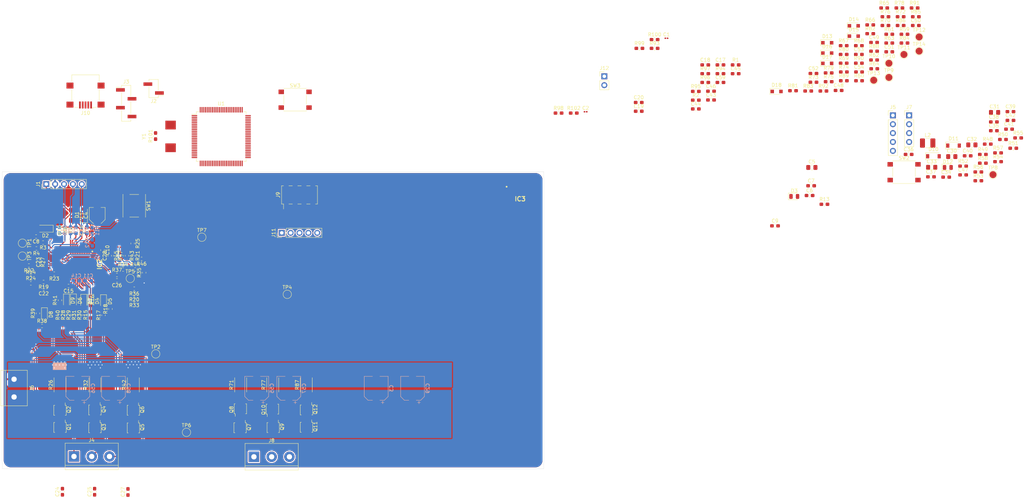
<source format=kicad_pcb>
(kicad_pcb (version 20171130) (host pcbnew 5.1.4-e60b266~84~ubuntu18.04.1)
  (layers (0 F.Cu signal) (31 B.Cu signal) (34 B.Paste user) (35 F.Paste user) (36 B.SilkS user hide) (37 F.SilkS user) (38 B.Mask user) (39 F.Mask user hide) (44 Edge.Cuts user))
  (net 0 "")
  (net 1 "Net-(C1-Pad1)")
  (net 2 GNDD)
  (net 3 "Net-(C2-Pad1)")
  (net 4 +BATT)
  (net 5 +12V)
  (net 6 +3V3)
  (net 7 /BLDC_A_ctrl/PB1)
  (net 8 "Net-(C11-Pad1)")
  (net 9 /BLDC_A_ctrl/sheet5D69BABD/OUTU)
  (net 10 /BLDC_A_ctrl/PA0)
  (net 11 /BLDC_A_ctrl/PA1)
  (net 12 /BLDC_A_ctrl/sheet5D69BABD/OUTV)
  (net 13 "Net-(C14-Pad1)")
  (net 14 "Net-(C15-Pad1)")
  (net 15 /BLDC_A_ctrl/sheet5D69BABD/OUTW)
  (net 16 /BLDC_A_ctrl/PA2)
  (net 17 "Net-(C17-Pad1)")
  (net 18 "Net-(C18-Pad2)")
  (net 19 /BLDC_A_ctrl/NRST)
  (net 20 /BLDC_A_ctrl/OC_COMP)
  (net 21 /BLDC_A_ctrl/OP1O)
  (net 22 /BLDC_A_ctrl/OP1N)
  (net 23 /BLDC_A_ctrl/OP2O)
  (net 24 /BLDC_A_ctrl/OP2N)
  (net 25 /BLDC_A_ctrl/OP3O)
  (net 26 /BLDC_A_ctrl/OP3N)
  (net 27 /BLDC_B_ctrl/PB1)
  (net 28 /BLDC_B_ctrl/sheet5D640490/OUTU)
  (net 29 "Net-(C37-Pad1)")
  (net 30 /BLDC_B_ctrl/PA0)
  (net 31 /BLDC_B_ctrl/PA1)
  (net 32 "Net-(C40-Pad1)")
  (net 33 /BLDC_B_ctrl/sheet5D640490/OUTV)
  (net 34 /BLDC_B_ctrl/sheet5D640490/OUTW)
  (net 35 "Net-(C41-Pad1)")
  (net 36 /BLDC_B_ctrl/PA2)
  (net 37 /BLDC_B_ctrl/NRST)
  (net 38 /BLDC_B_ctrl/OC_COMP)
  (net 39 /BLDC_B_ctrl/OP1N)
  (net 40 /BLDC_B_ctrl/OP1O)
  (net 41 /BLDC_B_ctrl/OP2O)
  (net 42 /BLDC_B_ctrl/OP2N)
  (net 43 /BLDC_B_ctrl/OP3N)
  (net 44 /BLDC_B_ctrl/OP3O)
  (net 45 /NRST)
  (net 46 "Net-(D1-Pad1)")
  (net 47 "Net-(D3-Pad2)")
  (net 48 /BLDC_A_ctrl/sheet5D69BABD/HSU)
  (net 49 "Net-(D4-Pad2)")
  (net 50 "Net-(D5-Pad2)")
  (net 51 /BLDC_A_ctrl/sheet5D69BABD/LSU)
  (net 52 "Net-(D6-Pad2)")
  (net 53 /BLDC_A_ctrl/sheet5D69BABD/HSV)
  (net 54 /BLDC_A_ctrl/sheet5D69BABD/LSV)
  (net 55 "Net-(D7-Pad2)")
  (net 56 /BLDC_A_ctrl/sheet5D69BABD/HSW)
  (net 57 "Net-(D8-Pad2)")
  (net 58 "Net-(D9-Pad2)")
  (net 59 /BLDC_A_ctrl/sheet5D69BABD/LSW)
  (net 60 "Net-(D10-Pad1)")
  (net 61 "Net-(D12-Pad2)")
  (net 62 /BLDC_B_ctrl/sheet5D640490/HSU)
  (net 63 "Net-(D13-Pad2)")
  (net 64 "Net-(D14-Pad2)")
  (net 65 /BLDC_B_ctrl/sheet5D640490/LSU)
  (net 66 "Net-(D15-Pad2)")
  (net 67 /BLDC_B_ctrl/sheet5D640490/HSV)
  (net 68 /BLDC_B_ctrl/sheet5D640490/LSV)
  (net 69 "Net-(D16-Pad2)")
  (net 70 "Net-(D17-Pad2)")
  (net 71 /BLDC_B_ctrl/sheet5D640490/HSW)
  (net 72 /BLDC_B_ctrl/sheet5D640490/LSW)
  (net 73 "Net-(D18-Pad2)")
  (net 74 /BLDC_A_ctrl/OP3P)
  (net 75 /BLDC_A_ctrl/OP2P)
  (net 76 /SDA)
  (net 77 /SCL)
  (net 78 /BLDC_A_ctrl/SWD_CLK)
  (net 79 /BLDC_A_ctrl/SWD_IO)
  (net 80 /BLDC_A_ctrl/OP1P)
  (net 81 /BLDC_A_ctrl/PA7)
  (net 82 /BLDC_A_ctrl/PA6)
  (net 83 /BLDC_A_ctrl/PF1)
  (net 84 /BLDC_A_ctrl/PF0)
  (net 85 /BLDC_A_ctrl/OP4O)
  (net 86 /BLDC_A_ctrl/OP4N)
  (net 87 /BLDC_A_ctrl/OP4P)
  (net 88 /BLDC_B_ctrl/OP4P)
  (net 89 /BLDC_B_ctrl/OP4N)
  (net 90 /BLDC_B_ctrl/OP4O)
  (net 91 /BLDC_B_ctrl/PF0)
  (net 92 /BLDC_B_ctrl/PF1)
  (net 93 /BLDC_B_ctrl/PA6)
  (net 94 /BLDC_B_ctrl/PA7)
  (net 95 /BLDC_B_ctrl/OP1P)
  (net 96 /BLDC_B_ctrl/SWD_IO)
  (net 97 /BLDC_B_ctrl/SWD_CLK)
  (net 98 /BLDC_B_ctrl/OP2P)
  (net 99 /BLDC_B_ctrl/OP3P)
  (net 100 "Net-(J1-Pad3)")
  (net 101 "Net-(J1-Pad4)")
  (net 102 "Net-(J1-Pad5)")
  (net 103 /BOOT_0)
  (net 104 /BOOT_1)
  (net 105 "Net-(J5-Pad5)")
  (net 106 "Net-(J5-Pad4)")
  (net 107 "Net-(J5-Pad3)")
  (net 108 "Net-(J5-Pad1)")
  (net 109 /TDI)
  (net 110 "/TCK(SWCLK)")
  (net 111 "/TMS(SWDIO)")
  (net 112 /TDO)
  (net 113 /nTRST)
  (net 114 "Net-(J10-Pad1)")
  (net 115 "Net-(J10-Pad2)")
  (net 116 "Net-(J10-Pad3)")
  (net 117 "Net-(J10-Pad4)")
  (net 118 /SPI1_SCK)
  (net 119 /SPI1_MOSI)
  (net 120 /SPI1_MISO)
  (net 121 /SPI1_SS1)
  (net 122 "Net-(Q1-Pad4)")
  (net 123 "Net-(Q2-Pad4)")
  (net 124 "Net-(Q2-Pad1)")
  (net 125 "Net-(Q3-Pad4)")
  (net 126 "Net-(Q4-Pad4)")
  (net 127 "Net-(Q4-Pad1)")
  (net 128 "Net-(Q5-Pad4)")
  (net 129 "Net-(Q6-Pad1)")
  (net 130 "Net-(Q6-Pad4)")
  (net 131 "Net-(Q7-Pad4)")
  (net 132 "Net-(Q8-Pad4)")
  (net 133 "Net-(Q8-Pad1)")
  (net 134 "Net-(Q9-Pad4)")
  (net 135 "Net-(Q10-Pad1)")
  (net 136 "Net-(Q10-Pad4)")
  (net 137 "Net-(Q11-Pad4)")
  (net 138 "Net-(Q12-Pad4)")
  (net 139 "Net-(Q12-Pad1)")
  (net 140 "Net-(R11-Pad2)")
  (net 141 "Net-(R56-Pad2)")
  (net 142 +5V)
  (net 143 "Net-(R98-Pad2)")
  (net 144 /USB_OTG_FS_DM)
  (net 145 /USB_OTG_FS_DP)
  (net 146 "Net-(U1-Pad1)")
  (net 147 "Net-(U1-Pad2)")
  (net 148 "Net-(U1-Pad3)")
  (net 149 "Net-(U1-Pad4)")
  (net 150 "Net-(U1-Pad5)")
  (net 151 "Net-(U1-Pad6)")
  (net 152 "Net-(U1-Pad7)")
  (net 153 "Net-(U1-Pad8)")
  (net 154 "Net-(U1-Pad9)")
  (net 155 "Net-(U1-Pad15)")
  (net 156 "Net-(U1-Pad16)")
  (net 157 "Net-(U1-Pad17)")
  (net 158 "Net-(U1-Pad18)")
  (net 159 "Net-(U1-Pad23)")
  (net 160 "Net-(U1-Pad24)")
  (net 161 "Net-(U1-Pad25)")
  (net 162 "Net-(U1-Pad26)")
  (net 163 "Net-(U1-Pad29)")
  (net 164 "Net-(U1-Pad33)")
  (net 165 "Net-(U1-Pad34)")
  (net 166 "Net-(U1-Pad35)")
  (net 167 "Net-(U1-Pad36)")
  (net 168 "Net-(U1-Pad38)")
  (net 169 "Net-(U1-Pad39)")
  (net 170 "Net-(U1-Pad40)")
  (net 171 "Net-(U1-Pad41)")
  (net 172 "Net-(U1-Pad42)")
  (net 173 "Net-(U1-Pad43)")
  (net 174 "Net-(U1-Pad44)")
  (net 175 "Net-(U1-Pad45)")
  (net 176 "Net-(U1-Pad46)")
  (net 177 "Net-(U1-Pad47)")
  (net 178 "Net-(U1-Pad48)")
  (net 179 "Net-(U1-Pad51)")
  (net 180 "Net-(U1-Pad52)")
  (net 181 "Net-(U1-Pad53)")
  (net 182 "Net-(U1-Pad54)")
  (net 183 "Net-(U1-Pad55)")
  (net 184 "Net-(U1-Pad56)")
  (net 185 "Net-(U1-Pad57)")
  (net 186 "Net-(U1-Pad58)")
  (net 187 "Net-(U1-Pad59)")
  (net 188 "Net-(U1-Pad60)")
  (net 189 "Net-(U1-Pad61)")
  (net 190 "Net-(U1-Pad62)")
  (net 191 "Net-(U1-Pad63)")
  (net 192 "Net-(U1-Pad64)")
  (net 193 "Net-(U1-Pad65)")
  (net 194 "Net-(U1-Pad66)")
  (net 195 /SPI1_SS2)
  (net 196 "Net-(U1-Pad69)")
  (net 197 "Net-(U1-Pad78)")
  (net 198 "Net-(U1-Pad79)")
  (net 199 "Net-(U1-Pad80)")
  (net 200 "Net-(U1-Pad81)")
  (net 201 "Net-(U1-Pad82)")
  (net 202 "Net-(U1-Pad83)")
  (net 203 "Net-(U1-Pad84)")
  (net 204 "Net-(U1-Pad85)")
  (net 205 "Net-(U1-Pad86)")
  (net 206 "Net-(U1-Pad87)")
  (net 207 "Net-(U1-Pad88)")
  (net 208 "Net-(U1-Pad91)")
  (net 209 "Net-(U1-Pad95)")
  (net 210 "Net-(U1-Pad96)")
  (net 211 "Net-(U1-Pad97)")
  (net 212 "Net-(U1-Pad98)")
  (module Capacitor_SMD:C_0201_0603Metric (layer F.Cu) (at 240.083001 1.805001)
    (fp_text reference C1 (at 0 -1.05) (layer F.SilkS))
    (fp_text value 22p)
    (pad 1 smd roundrect (at -0.32 0) (size 0.46 0.4) (layers F.Cu F.Mask) (net 1 "Net-(C1-Pad1)"))
    (pad 2 smd roundrect (at 0.32 0) (size 0.46 0.4) (layers F.Cu F.Mask) (net 2 GNDD))
  )
  (module Capacitor_SMD:C_0201_0603Metric (layer F.Cu) (at 216.943001 22.845001)
    (fp_text reference C2 (at 0 -1.05) (layer F.SilkS))
    (fp_text value 22p)
    (pad 2 smd roundrect (at 0.32 0) (size 0.46 0.4) (layers F.Cu F.Mask) (net 2 GNDD))
    (pad 1 smd roundrect (at -0.32 0) (size 0.46 0.4) (layers F.Cu F.Mask) (net 3 "Net-(C2-Pad1)"))
  )
  (module Capacitor_SMD:CP_Elec_6.3x7.7 (layer B.Cu) (at 157 102 90)
    (fp_text reference C3 (at 0 4.35 90) (layer B.SilkS) (effects (justify mirror)))
    (fp_text value 22uF)
    (pad 2 smd roundrect (at 2.7 0 90) (size 3.5 1.6) (layers B.Cu B.Paste B.Mask) (roundrect_rratio 0.15625) (net 2 GNDD))
    (pad 1 smd roundrect (at -2.7 0 90) (size 3.5 1.6) (layers B.Cu B.Paste B.Mask) (roundrect_rratio 0.15625) (net 4 +BATT))
  )
  (module Capacitor_SMD:CP_Elec_4x5.4 (layer F.Cu) (at 77.15 52.5 90)
    (fp_text reference C4 (at 0 -3.2 90) (layer F.SilkS))
    (fp_text value 10uF)
    (pad 1 smd roundrect (at -1.8 0 90) (size 2.6 1.6) (layers F.Cu F.Paste F.Mask) (roundrect_rratio 0.15625) (net 5 +12V))
    (pad 2 smd roundrect (at 1.8 0 90) (size 2.6 1.6) (layers F.Cu F.Paste F.Mask) (roundrect_rratio 0.15625) (net 2 GNDD))
  )
  (module Capacitor_SMD:C_0805_2012Metric_Pad1.15x1.40mm_HandSolder (layer F.Cu) (at 281.693001 38.785001)
    (fp_text reference C5 (at 0 -1.65) (layer F.SilkS))
    (fp_text value 47uF)
    (pad 2 smd roundrect (at 1.025 0) (size 1.15 1.4) (layers F.Cu F.Paste F.Mask) (roundrect_rratio 0.217391) (net 2 GNDD))
    (pad 1 smd roundrect (at -1.025 0) (size 1.15 1.4) (layers F.Cu F.Paste F.Mask) (roundrect_rratio 0.217391) (net 6 +3V3))
  )
  (module Capacitor_SMD:C_0603_1608Metric_Pad1.05x0.95mm_HandSolder (layer F.Cu) (at 281.043001 46.815001)
    (fp_text reference C6 (at 0 -1.43) (layer F.SilkS))
    (fp_text value 220nF)
    (pad 2 smd roundrect (at 0.875 0) (size 1.05 0.95) (layers F.Cu F.Paste F.Mask) (net 2 GNDD))
    (pad 1 smd roundrect (at -0.875 0) (size 1.05 0.95) (layers F.Cu F.Paste F.Mask) (net 4 +BATT))
  )
  (module Capacitor_SMD:C_0603_1608Metric_Pad1.05x0.95mm_HandSolder (layer F.Cu) (at 281.493001 44.025001)
    (fp_text reference C7 (at 0 -1.43) (layer F.SilkS))
    (fp_text value 100nF)
    (pad 2 smd roundrect (at 0.875 0) (size 1.05 0.95) (layers F.Cu F.Paste F.Mask) (net 2 GNDD))
    (pad 1 smd roundrect (at -0.875 0) (size 1.05 0.95) (layers F.Cu F.Paste F.Mask) (net 5 +12V))
  )
  (module Capacitor_SMD:C_0603_1608Metric_Pad1.05x0.95mm_HandSolder (layer F.Cu) (at 59.65 58.55 180)
    (fp_text reference C8 (at 0 -1.43) (layer F.SilkS))
    (fp_text value 4.7nF)
    (pad 1 smd roundrect (at -0.875 0 180) (size 1.05 0.95) (layers F.Cu F.Paste F.Mask) (net 7 /BLDC_A_ctrl/PB1))
    (pad 2 smd roundrect (at 0.875 0 180) (size 1.05 0.95) (layers F.Cu F.Paste F.Mask) (net 2 GNDD))
  )
  (module Capacitor_SMD:C_0603_1608Metric_Pad1.05x0.95mm_HandSolder (layer F.Cu) (at 271.15 55.5)
    (fp_text reference C9 (at 0 -1.43) (layer F.SilkS))
    (fp_text value 100nF)
    (pad 2 smd roundrect (at 0.875 0) (size 1.05 0.95) (layers F.Cu F.Paste F.Mask) (net 2 GNDD))
    (pad 1 smd roundrect (at -0.875 0) (size 1.05 0.95) (layers F.Cu F.Paste F.Mask) (net 6 +3V3))
  )
  (module Capacitor_SMD:C_0603_1608Metric_Pad1.05x0.95mm_HandSolder (layer F.Cu) (at 78.65 62.45 270)
    (fp_text reference C10 (at 0 -1.43 90) (layer F.SilkS))
    (fp_text value 100nF)
    (pad 1 smd roundrect (at -0.875 0 270) (size 1.05 0.95) (layers F.Cu F.Paste F.Mask) (net 2 GNDD))
    (pad 2 smd roundrect (at 0.875 0 270) (size 1.05 0.95) (layers F.Cu F.Paste F.Mask) (net 6 +3V3))
  )
  (module Capacitor_SMD:C_0603_1608Metric_Pad1.05x0.95mm_HandSolder (layer B.Cu) (at 74.55 71.2 180)
    (fp_text reference C11 (at 0 1.43 180) (layer B.SilkS) (effects (justify mirror)))
    (fp_text value 100nF)
    (pad 1 smd roundrect (at -0.875 0 180) (size 1.05 0.95) (layers B.Cu B.Paste B.Mask) (net 8 "Net-(C11-Pad1)"))
    (pad 2 smd roundrect (at 0.875 0 180) (size 1.05 0.95) (layers B.Cu B.Paste B.Mask) (net 9 /BLDC_A_ctrl/sheet5D69BABD/OUTU))
  )
  (module Capacitor_SMD:C_0603_1608Metric_Pad1.05x0.95mm_HandSolder (layer B.Cu) (at 74.25 56.7 90)
    (fp_text reference C12 (at 0 1.43 90) (layer B.SilkS) (effects (justify mirror)))
    (fp_text value 10pF)
    (pad 1 smd roundrect (at -0.875 0 90) (size 1.05 0.95) (layers B.Cu B.Paste B.Mask) (net 10 /BLDC_A_ctrl/PA0))
    (pad 2 smd roundrect (at 0.875 0 90) (size 1.05 0.95) (layers B.Cu B.Paste B.Mask) (net 2 GNDD))
  )
  (module Capacitor_SMD:C_0603_1608Metric_Pad1.05x0.95mm_HandSolder (layer B.Cu) (at 71.1 56.75 90)
    (fp_text reference C13 (at 0 1.43 90) (layer B.SilkS) (effects (justify mirror)))
    (fp_text value 10pF)
    (pad 1 smd roundrect (at -0.875 0 90) (size 1.05 0.95) (layers B.Cu B.Paste B.Mask) (net 11 /BLDC_A_ctrl/PA1))
    (pad 2 smd roundrect (at 0.875 0 90) (size 1.05 0.95) (layers B.Cu B.Paste B.Mask) (net 2 GNDD))
  )
  (module Capacitor_SMD:C_0603_1608Metric_Pad1.05x0.95mm_HandSolder (layer B.Cu) (at 71.15 71.2 180)
    (fp_text reference C14 (at 0 1.43 180) (layer B.SilkS) (effects (justify mirror)))
    (fp_text value 100nF)
    (pad 2 smd roundrect (at 0.875 0 180) (size 1.05 0.95) (layers B.Cu B.Paste B.Mask) (net 12 /BLDC_A_ctrl/sheet5D69BABD/OUTV))
    (pad 1 smd roundrect (at -0.875 0 180) (size 1.05 0.95) (layers B.Cu B.Paste B.Mask) (net 13 "Net-(C14-Pad1)"))
  )
  (module Capacitor_SMD:C_0603_1608Metric_Pad1.05x0.95mm_HandSolder (layer F.Cu) (at 68.95 72.7 180)
    (fp_text reference C15 (at 0 -1.43) (layer F.SilkS))
    (fp_text value 100nF)
    (pad 1 smd roundrect (at -0.875 0 180) (size 1.05 0.95) (layers F.Cu F.Paste F.Mask) (net 14 "Net-(C15-Pad1)"))
    (pad 2 smd roundrect (at 0.875 0 180) (size 1.05 0.95) (layers F.Cu F.Paste F.Mask) (net 15 /BLDC_A_ctrl/sheet5D69BABD/OUTW))
  )
  (module Capacitor_SMD:C_0603_1608Metric_Pad1.05x0.95mm_HandSolder (layer B.Cu) (at 66.35 56.75 90)
    (fp_text reference C16 (at 0 1.43 90) (layer B.SilkS) (effects (justify mirror)))
    (fp_text value 10pF)
    (pad 2 smd roundrect (at 0.875 0 90) (size 1.05 0.95) (layers B.Cu B.Paste B.Mask) (net 2 GNDD))
    (pad 1 smd roundrect (at -0.875 0 90) (size 1.05 0.95) (layers B.Cu B.Paste B.Mask) (net 16 /BLDC_A_ctrl/PA2))
  )
  (module Capacitor_SMD:C_0603_1608Metric_Pad1.05x0.95mm_HandSolder (layer F.Cu) (at 255.533001 9.435001)
    (fp_text reference C17 (at 0 -1.43) (layer F.SilkS))
    (fp_text value 10uF)
    (pad 1 smd roundrect (at -0.875 0) (size 1.05 0.95) (layers F.Cu F.Paste F.Mask) (net 17 "Net-(C17-Pad1)"))
    (pad 2 smd roundrect (at 0.875 0) (size 1.05 0.95) (layers F.Cu F.Paste F.Mask) (net 2 GNDD))
  )
  (module Capacitor_SMD:C_0603_1608Metric_Pad1.05x0.95mm_HandSolder (layer F.Cu) (at 251.183001 9.435001)
    (fp_text reference C18 (at 0 -1.43) (layer F.SilkS))
    (fp_text value C)
    (pad 2 smd roundrect (at 0.875 0) (size 1.05 0.95) (layers F.Cu F.Paste F.Mask) (net 18 "Net-(C18-Pad2)"))
    (pad 1 smd roundrect (at -0.875 0) (size 1.05 0.95) (layers F.Cu F.Paste F.Mask) (net 2 GNDD))
  )
  (module Capacitor_SMD:C_0603_1608Metric_Pad1.05x0.95mm_HandSolder (layer F.Cu) (at 232.143001 22.695001)
    (fp_text reference C19 (at 0 -1.43) (layer F.SilkS))
    (fp_text value C_Small)
    (pad 1 smd roundrect (at -0.875 0) (size 1.05 0.95) (layers F.Cu F.Paste F.Mask) (net 2 GNDD))
    (pad 2 smd roundrect (at 0.875 0) (size 1.05 0.95) (layers F.Cu F.Paste F.Mask) (net 6 +3V3))
  )
  (module Capacitor_SMD:C_0603_1608Metric_Pad1.05x0.95mm_HandSolder (layer F.Cu) (at 232.143001 20.185001)
    (fp_text reference C20 (at 0 -1.43) (layer F.SilkS))
    (fp_text value C_Small)
    (pad 1 smd roundrect (at -0.875 0) (size 1.05 0.95) (layers F.Cu F.Paste F.Mask) (net 2 GNDD))
    (pad 2 smd roundrect (at 0.875 0) (size 1.05 0.95) (layers F.Cu F.Paste F.Mask) (net 6 +3V3))
  )
  (module Capacitor_SMD:C_0603_1608Metric_Pad1.05x0.95mm_HandSolder (layer F.Cu) (at 74.1 56.85 90)
    (fp_text reference C21 (at 0 -1.43 90) (layer F.SilkS))
    (fp_text value 3.3nF)
    (pad 2 smd roundrect (at 0.875 0 90) (size 1.05 0.95) (layers F.Cu F.Paste F.Mask) (net 2 GNDD))
    (pad 1 smd roundrect (at -0.875 0 90) (size 1.05 0.95) (layers F.Cu F.Paste F.Mask) (net 19 /BLDC_A_ctrl/NRST))
  )
  (module Capacitor_SMD:C_0603_1608Metric_Pad1.05x0.95mm_HandSolder (layer F.Cu) (at 61.825 73.45 180)
    (fp_text reference C22 (at 0 -1.43) (layer F.SilkS))
    (fp_text value 1nF)
    (pad 2 smd roundrect (at 0.875 0 180) (size 1.05 0.95) (layers F.Cu F.Paste F.Mask) (net 2 GNDD))
    (pad 1 smd roundrect (at -0.875 0 180) (size 1.05 0.95) (layers F.Cu F.Paste F.Mask) (net 20 /BLDC_A_ctrl/OC_COMP))
  )
  (module Capacitor_SMD:C_0603_1608Metric_Pad1.05x0.95mm_HandSolder (layer F.Cu) (at 61.75 65.9 90)
    (fp_text reference C23 (at 0 -1.43 90) (layer F.SilkS))
    (fp_text value 220nF)
    (pad 2 smd roundrect (at 0.875 0 90) (size 1.05 0.95) (layers F.Cu F.Paste F.Mask) (net 21 /BLDC_A_ctrl/OP1O))
    (pad 1 smd roundrect (at -0.875 0 90) (size 1.05 0.95) (layers F.Cu F.Paste F.Mask) (net 22 /BLDC_A_ctrl/OP1N))
  )
  (module Capacitor_SMD:C_0603_1608Metric_Pad1.05x0.95mm_HandSolder (layer F.Cu) (at 67.2 131.6 90)
    (fp_text reference C24 (at 0 -1.43 90) (layer F.SilkS))
    (fp_text value 220nF)
    (pad 2 smd roundrect (at 0.875 0 90) (size 1.05 0.95) (layers F.Cu F.Paste F.Mask) (net 2 GNDD))
    (pad 1 smd roundrect (at -0.875 0 90) (size 1.05 0.95) (layers F.Cu F.Paste F.Mask) (net 4 +BATT))
  )
  (module Capacitor_SMD:C_0603_1608Metric_Pad1.05x0.95mm_HandSolder (layer F.Cu) (at 76.4 131.6 90)
    (fp_text reference C25 (at 0 -1.43 90) (layer F.SilkS))
    (fp_text value 220nF)
    (pad 2 smd roundrect (at 0.875 0 90) (size 1.05 0.95) (layers F.Cu F.Paste F.Mask) (net 2 GNDD))
    (pad 1 smd roundrect (at -0.875 0 90) (size 1.05 0.95) (layers F.Cu F.Paste F.Mask) (net 4 +BATT))
  )
  (module Capacitor_SMD:C_0603_1608Metric_Pad1.05x0.95mm_HandSolder (layer F.Cu) (at 82.8 71.1 180)
    (fp_text reference C26 (at 0 -1.43) (layer F.SilkS))
    (fp_text value 220nF)
    (pad 2 smd roundrect (at 0.875 0 180) (size 1.05 0.95) (layers F.Cu F.Paste F.Mask) (net 23 /BLDC_A_ctrl/OP2O))
    (pad 1 smd roundrect (at -0.875 0 180) (size 1.05 0.95) (layers F.Cu F.Paste F.Mask) (net 24 /BLDC_A_ctrl/OP2N))
  )
  (module Capacitor_SMD:C_0603_1608Metric_Pad1.05x0.95mm_HandSolder (layer F.Cu) (at 85.95 131.675 90)
    (fp_text reference C27 (at 0 -1.43 90) (layer F.SilkS))
    (fp_text value 220nF)
    (pad 1 smd roundrect (at -0.875 0 90) (size 1.05 0.95) (layers F.Cu F.Paste F.Mask) (net 4 +BATT))
    (pad 2 smd roundrect (at 0.875 0 90) (size 1.05 0.95) (layers F.Cu F.Paste F.Mask) (net 2 GNDD))
  )
  (module Capacitor_SMD:C_0603_1608Metric_Pad1.05x0.95mm_HandSolder (layer F.Cu) (at 80.75 64.05 90)
    (fp_text reference C28 (at 0 -1.43 90) (layer F.SilkS))
    (fp_text value 220nF)
    (pad 2 smd roundrect (at 0.875 0 90) (size 1.05 0.95) (layers F.Cu F.Paste F.Mask) (net 25 /BLDC_A_ctrl/OP3O))
    (pad 1 smd roundrect (at -0.875 0 90) (size 1.05 0.95) (layers F.Cu F.Paste F.Mask) (net 26 /BLDC_A_ctrl/OP3N))
  )
  (module Capacitor_SMD:CP_Elec_6.3x7.7 (layer B.Cu) (at 167.4 102 90)
    (fp_text reference C29 (at 0 4.35 270) (layer B.SilkS) (effects (justify mirror)))
    (fp_text value 22uF)
    (pad 1 smd roundrect (at -2.7 0 90) (size 3.5 1.6) (layers B.Cu B.Paste B.Mask) (roundrect_rratio 0.15625) (net 4 +BATT))
    (pad 2 smd roundrect (at 2.7 0 90) (size 3.5 1.6) (layers B.Cu B.Paste B.Mask) (roundrect_rratio 0.15625) (net 2 GNDD))
  )
  (module Capacitor_SMD:C_0805_2012Metric_Pad1.15x1.40mm_HandSolder (layer F.Cu) (at 321.743001 35.675001)
    (fp_text reference C30 (at 0 -1.65) (layer F.SilkS))
    (fp_text value 22uF)
    (pad 1 smd roundrect (at -1.025 0) (size 1.15 1.4) (layers F.Cu F.Paste F.Mask) (roundrect_rratio 0.217391) (net 5 +12V))
    (pad 2 smd roundrect (at 1.025 0) (size 1.15 1.4) (layers F.Cu F.Paste F.Mask) (roundrect_rratio 0.217391) (net 2 GNDD))
  )
  (module Capacitor_SMD:C_0805_2012Metric_Pad1.15x1.40mm_HandSolder (layer F.Cu) (at 333.993001 23.025001)
    (fp_text reference C31 (at 0 -1.65) (layer F.SilkS))
    (fp_text value 47uF)
    (pad 1 smd roundrect (at -1.025 0) (size 1.15 1.4) (layers F.Cu F.Paste F.Mask) (roundrect_rratio 0.217391) (net 6 +3V3))
    (pad 2 smd roundrect (at 1.025 0) (size 1.15 1.4) (layers F.Cu F.Paste F.Mask) (roundrect_rratio 0.217391) (net 2 GNDD))
  )
  (module Capacitor_SMD:C_0805_2012Metric_Pad1.15x1.40mm_HandSolder (layer F.Cu) (at 327.493001 32.325001)
    (fp_text reference C32 (at 0 -1.65) (layer F.SilkS))
    (fp_text value 220nF)
    (pad 2 smd roundrect (at 1.025 0) (size 1.15 1.4) (layers F.Cu F.Paste F.Mask) (roundrect_rratio 0.217391) (net 2 GNDD))
    (pad 1 smd roundrect (at -1.025 0) (size 1.15 1.4) (layers F.Cu F.Paste F.Mask) (roundrect_rratio 0.217391) (net 4 +BATT))
  )
  (module Capacitor_SMD:C_0805_2012Metric_Pad1.15x1.40mm_HandSolder (layer F.Cu) (at 315.993001 38.735001)
    (fp_text reference C33 (at 0 -1.65) (layer F.SilkS))
    (fp_text value 220nF)
    (pad 1 smd roundrect (at -1.025 0) (size 1.15 1.4) (layers F.Cu F.Paste F.Mask) (roundrect_rratio 0.217391) (net 5 +12V))
    (pad 2 smd roundrect (at 1.025 0) (size 1.15 1.4) (layers F.Cu F.Paste F.Mask) (roundrect_rratio 0.217391) (net 2 GNDD))
  )
  (module Capacitor_SMD:C_0603_1608Metric_Pad1.05x0.95mm_HandSolder (layer F.Cu) (at 320.143001 41.555001)
    (fp_text reference C34 (at 0 -1.43) (layer F.SilkS))
    (fp_text value 4.7nF)
    (pad 1 smd roundrect (at -0.875 0) (size 1.05 0.95) (layers F.Cu F.Paste F.Mask) (net 27 /BLDC_B_ctrl/PB1))
    (pad 2 smd roundrect (at 0.875 0) (size 1.05 0.95) (layers F.Cu F.Paste F.Mask) (net 2 GNDD))
  )
  (module Capacitor_SMD:C_0603_1608Metric_Pad1.05x0.95mm_HandSolder (layer F.Cu) (at 333.793001 28.265001)
    (fp_text reference C35 (at 0 -1.43) (layer F.SilkS))
    (fp_text value 100nF)
    (pad 2 smd roundrect (at 0.875 0) (size 1.05 0.95) (layers F.Cu F.Paste F.Mask) (net 2 GNDD))
    (pad 1 smd roundrect (at -0.875 0) (size 1.05 0.95) (layers F.Cu F.Paste F.Mask) (net 6 +3V3))
  )
  (module Capacitor_SMD:C_0603_1608Metric_Pad1.05x0.95mm_HandSolder (layer F.Cu) (at 309.393001 35.055001)
    (fp_text reference C36 (at 0 -1.43) (layer F.SilkS))
    (fp_text value 100nF)
    (pad 1 smd roundrect (at -0.875 0) (size 1.05 0.95) (layers F.Cu F.Paste F.Mask) (net 2 GNDD))
    (pad 2 smd roundrect (at 0.875 0) (size 1.05 0.95) (layers F.Cu F.Paste F.Mask) (net 6 +3V3))
  )
  (module Capacitor_SMD:C_0603_1608Metric_Pad1.05x0.95mm_HandSolder (layer F.Cu) (at 315.793001 41.465001)
    (fp_text reference C37 (at 0 -1.43) (layer F.SilkS))
    (fp_text value 100nF)
    (pad 2 smd roundrect (at 0.875 0) (size 1.05 0.95) (layers F.Cu F.Paste F.Mask) (net 28 /BLDC_B_ctrl/sheet5D640490/OUTU))
    (pad 1 smd roundrect (at -0.875 0) (size 1.05 0.95) (layers F.Cu F.Paste F.Mask) (net 29 "Net-(C37-Pad1)"))
  )
  (module Capacitor_SMD:C_0603_1608Metric_Pad1.05x0.95mm_HandSolder (layer F.Cu) (at 333.793001 25.755001)
    (fp_text reference C38 (at 0 -1.43) (layer F.SilkS))
    (fp_text value 10pF)
    (pad 1 smd roundrect (at -0.875 0) (size 1.05 0.95) (layers F.Cu F.Paste F.Mask) (net 30 /BLDC_B_ctrl/PA0))
    (pad 2 smd roundrect (at 0.875 0) (size 1.05 0.95) (layers F.Cu F.Paste F.Mask) (net 2 GNDD))
  )
  (module Capacitor_SMD:C_0603_1608Metric_Pad1.05x0.95mm_HandSolder (layer F.Cu) (at 338.543001 22.805001)
    (fp_text reference C39 (at 0 -1.43) (layer F.SilkS))
    (fp_text value 10pF)
    (pad 2 smd roundrect (at 0.875 0) (size 1.05 0.95) (layers F.Cu F.Paste F.Mask) (net 2 GNDD))
    (pad 1 smd roundrect (at -0.875 0) (size 1.05 0.95) (layers F.Cu F.Paste F.Mask) (net 31 /BLDC_B_ctrl/PA1))
  )
  (module Capacitor_SMD:C_0603_1608Metric_Pad1.05x0.95mm_HandSolder (layer F.Cu) (at 326.293001 35.455001)
    (fp_text reference C40 (at 0 -1.43) (layer F.SilkS))
    (fp_text value 100nF)
    (pad 1 smd roundrect (at -0.875 0) (size 1.05 0.95) (layers F.Cu F.Paste F.Mask) (net 32 "Net-(C40-Pad1)"))
    (pad 2 smd roundrect (at 0.875 0) (size 1.05 0.95) (layers F.Cu F.Paste F.Mask) (net 33 /BLDC_B_ctrl/sheet5D640490/OUTV))
  )
  (module Capacitor_SMD:C_0603_1608Metric_Pad1.05x0.95mm_HandSolder (layer F.Cu) (at 338.143001 27.825001)
    (fp_text reference C41 (at 0 -1.43) (layer F.SilkS))
    (fp_text value 100nF)
    (pad 2 smd roundrect (at 0.875 0) (size 1.05 0.95) (layers F.Cu F.Paste F.Mask) (net 34 /BLDC_B_ctrl/sheet5D640490/OUTW))
    (pad 1 smd roundrect (at -0.875 0) (size 1.05 0.95) (layers F.Cu F.Paste F.Mask) (net 35 "Net-(C41-Pad1)"))
  )
  (module Capacitor_SMD:C_0603_1608Metric_Pad1.05x0.95mm_HandSolder (layer F.Cu) (at 338.543001 25.315001)
    (fp_text reference C42 (at 0 -1.43) (layer F.SilkS))
    (fp_text value 10pF)
    (pad 1 smd roundrect (at -0.875 0) (size 1.05 0.95) (layers F.Cu F.Paste F.Mask) (net 36 /BLDC_B_ctrl/PA2))
    (pad 2 smd roundrect (at 0.875 0) (size 1.05 0.95) (layers F.Cu F.Paste F.Mask) (net 2 GNDD))
  )
  (module Capacitor_SMD:C_0603_1608Metric_Pad1.05x0.95mm_HandSolder (layer F.Cu) (at 252.833001 19.475001)
    (fp_text reference C43 (at 0 -1.43) (layer F.SilkS))
    (fp_text value C_Small)
    (pad 2 smd roundrect (at 0.875 0) (size 1.05 0.95) (layers F.Cu F.Paste F.Mask) (net 6 +3V3))
    (pad 1 smd roundrect (at -0.875 0) (size 1.05 0.95) (layers F.Cu F.Paste F.Mask) (net 2 GNDD))
  )
  (module Capacitor_SMD:C_0603_1608Metric_Pad1.05x0.95mm_HandSolder (layer F.Cu) (at 248.483001 22.035001)
    (fp_text reference C44 (at 0 -1.43) (layer F.SilkS))
    (fp_text value C_Small)
    (pad 1 smd roundrect (at -0.875 0) (size 1.05 0.95) (layers F.Cu F.Paste F.Mask) (net 2 GNDD))
    (pad 2 smd roundrect (at 0.875 0) (size 1.05 0.95) (layers F.Cu F.Paste F.Mask) (net 6 +3V3))
  )
  (module Capacitor_SMD:C_0603_1608Metric_Pad1.05x0.95mm_HandSolder (layer F.Cu) (at 259.883001 11.945001)
    (fp_text reference C45 (at 0 -1.43) (layer F.SilkS))
    (fp_text value C_Small)
    (pad 1 smd roundrect (at -0.875 0) (size 1.05 0.95) (layers F.Cu F.Paste F.Mask) (net 2 GNDD))
    (pad 2 smd roundrect (at 0.875 0) (size 1.05 0.95) (layers F.Cu F.Paste F.Mask) (net 6 +3V3))
  )
  (module Capacitor_SMD:C_0603_1608Metric_Pad1.05x0.95mm_HandSolder (layer F.Cu) (at 252.833001 16.965001)
    (fp_text reference C46 (at 0 -1.43) (layer F.SilkS))
    (fp_text value C_Small)
    (pad 2 smd roundrect (at 0.875 0) (size 1.05 0.95) (layers F.Cu F.Paste F.Mask) (net 6 +3V3))
    (pad 1 smd roundrect (at -0.875 0) (size 1.05 0.95) (layers F.Cu F.Paste F.Mask) (net 2 GNDD))
  )
  (module Capacitor_SMD:C_0603_1608Metric_Pad1.05x0.95mm_HandSolder (layer F.Cu) (at 324.993001 40.915001)
    (fp_text reference C47 (at 0 -1.43) (layer F.SilkS))
    (fp_text value 3.3nF)
    (pad 1 smd roundrect (at -0.875 0) (size 1.05 0.95) (layers F.Cu F.Paste F.Mask) (net 37 /BLDC_B_ctrl/NRST))
    (pad 2 smd roundrect (at 0.875 0) (size 1.05 0.95) (layers F.Cu F.Paste F.Mask) (net 2 GNDD))
  )
  (module Capacitor_SMD:C_0603_1608Metric_Pad1.05x0.95mm_HandSolder (layer F.Cu) (at 289.353001 16.745001)
    (fp_text reference C48 (at 0 -1.43) (layer F.SilkS))
    (fp_text value 1nF)
    (pad 1 smd roundrect (at -0.875 0) (size 1.05 0.95) (layers F.Cu F.Paste F.Mask) (net 38 /BLDC_B_ctrl/OC_COMP))
    (pad 2 smd roundrect (at 0.875 0) (size 1.05 0.95) (layers F.Cu F.Paste F.Mask) (net 2 GNDD))
  )
  (module Capacitor_SMD:C_0603_1608Metric_Pad1.05x0.95mm_HandSolder (layer F.Cu) (at 299.503001 3.005001)
    (fp_text reference C49 (at 0 -1.43) (layer F.SilkS))
    (fp_text value 220nF)
    (pad 1 smd roundrect (at -0.875 0) (size 1.05 0.95) (layers F.Cu F.Paste F.Mask) (net 39 /BLDC_B_ctrl/OP1N))
    (pad 2 smd roundrect (at 0.875 0) (size 1.05 0.95) (layers F.Cu F.Paste F.Mask) (net 40 /BLDC_B_ctrl/OP1O))
  )
  (module Capacitor_SMD:C_0603_1608Metric_Pad1.05x0.95mm_HandSolder (layer F.Cu) (at 311.453001 -1.844999)
    (fp_text reference C50 (at 0 -1.43) (layer F.SilkS))
    (fp_text value 220nF)
    (pad 1 smd roundrect (at -0.875 0) (size 1.05 0.95) (layers F.Cu F.Paste F.Mask) (net 4 +BATT))
    (pad 2 smd roundrect (at 0.875 0) (size 1.05 0.95) (layers F.Cu F.Paste F.Mask) (net 2 GNDD))
  )
  (module Capacitor_SMD:C_0603_1608Metric_Pad1.05x0.95mm_HandSolder (layer F.Cu) (at 303.853001 5.685001)
    (fp_text reference C51 (at 0 -1.43) (layer F.SilkS))
    (fp_text value 220nF)
    (pad 2 smd roundrect (at 0.875 0) (size 1.05 0.95) (layers F.Cu F.Paste F.Mask) (net 2 GNDD))
    (pad 1 smd roundrect (at -0.875 0) (size 1.05 0.95) (layers F.Cu F.Paste F.Mask) (net 4 +BATT))
  )
  (module Capacitor_SMD:C_0603_1608Metric_Pad1.05x0.95mm_HandSolder (layer F.Cu) (at 282.153001 11.885001)
    (fp_text reference C52 (at 0 -1.43) (layer F.SilkS))
    (fp_text value 220nF)
    (pad 2 smd roundrect (at 0.875 0) (size 1.05 0.95) (layers F.Cu F.Paste F.Mask) (net 41 /BLDC_B_ctrl/OP2O))
    (pad 1 smd roundrect (at -0.875 0) (size 1.05 0.95) (layers F.Cu F.Paste F.Mask) (net 42 /BLDC_B_ctrl/OP2N))
  )
  (module Capacitor_SMD:C_0603_1608Metric_Pad1.05x0.95mm_HandSolder (layer F.Cu) (at 295.153001 6.435001)
    (fp_text reference C53 (at 0 -1.43) (layer F.SilkS))
    (fp_text value 220nF)
    (pad 2 smd roundrect (at 0.875 0) (size 1.05 0.95) (layers F.Cu F.Paste F.Mask) (net 2 GNDD))
    (pad 1 smd roundrect (at -0.875 0) (size 1.05 0.95) (layers F.Cu F.Paste F.Mask) (net 4 +BATT))
  )
  (module Capacitor_SMD:C_0603_1608Metric_Pad1.05x0.95mm_HandSolder (layer F.Cu) (at 295.203001 11.455001)
    (fp_text reference C54 (at 0 -1.43) (layer F.SilkS))
    (fp_text value 220nF)
    (pad 1 smd roundrect (at -0.875 0) (size 1.05 0.95) (layers F.Cu F.Paste F.Mask) (net 43 /BLDC_B_ctrl/OP3N))
    (pad 2 smd roundrect (at 0.875 0) (size 1.05 0.95) (layers F.Cu F.Paste F.Mask) (net 44 /BLDC_B_ctrl/OP3O))
  )
  (module Capacitor_SMD:CP_Elec_6.3x5.4 (layer B.Cu) (at 122.8 102 90)
    (fp_text reference C55 (at 0 4.35 90) (layer B.SilkS) (effects (justify mirror)))
    (fp_text value 22uF)
    (pad 2 smd roundrect (at 2.8 0 90) (size 3.5 1.6) (layers B.Cu B.Paste B.Mask) (roundrect_rratio 0.15625) (net 2 GNDD))
    (pad 1 smd roundrect (at -2.8 0 90) (size 3.5 1.6) (layers B.Cu B.Paste B.Mask) (roundrect_rratio 0.15625) (net 4 +BATT))
  )
  (module Capacitor_SMD:CP_Elec_6.3x5.4 (layer B.Cu) (at 71.6 102 90)
    (fp_text reference C56 (at 0 4.35 270) (layer B.SilkS) (effects (justify mirror)))
    (fp_text value 22uF)
    (pad 1 smd roundrect (at -2.8 0 90) (size 3.5 1.6) (layers B.Cu B.Paste B.Mask) (roundrect_rratio 0.15625) (net 4 +BATT))
    (pad 2 smd roundrect (at 2.8 0 90) (size 3.5 1.6) (layers B.Cu B.Paste B.Mask) (roundrect_rratio 0.15625) (net 2 GNDD))
  )
  (module Capacitor_SMD:CP_Elec_6.3x5.4 (layer B.Cu) (at 132 102 90)
    (fp_text reference C57 (at 0 4.35 90) (layer B.SilkS) (effects (justify mirror)))
    (fp_text value 47uF)
    (pad 1 smd roundrect (at -2.8 0 90) (size 3.5 1.6) (layers B.Cu B.Paste B.Mask) (roundrect_rratio 0.15625) (net 4 +BATT))
    (pad 2 smd roundrect (at 2.8 0 90) (size 3.5 1.6) (layers B.Cu B.Paste B.Mask) (roundrect_rratio 0.15625) (net 2 GNDD))
  )
  (module Capacitor_SMD:CP_Elec_6.3x5.4 (layer B.Cu) (at 81.8 102 90)
    (fp_text reference C58 (at 0 4.35 90) (layer B.SilkS) (effects (justify mirror)))
    (fp_text value 47uF)
    (pad 2 smd roundrect (at 2.8 0 90) (size 3.5 1.6) (layers B.Cu B.Paste B.Mask) (roundrect_rratio 0.15625) (net 2 GNDD))
    (pad 1 smd roundrect (at -2.8 0 90) (size 3.5 1.6) (layers B.Cu B.Paste B.Mask) (roundrect_rratio 0.15625) (net 4 +BATT))
  )
  (module Capacitor_SMD:C_0603_1608Metric_Pad1.05x0.95mm_HandSolder (layer F.Cu) (at 255.533001 14.455001)
    (fp_text reference C59 (at 0 -1.43) (layer F.SilkS))
    (fp_text value 3.3nF)
    (pad 1 smd roundrect (at -0.875 0) (size 1.05 0.95) (layers F.Cu F.Paste F.Mask) (net 45 /NRST))
    (pad 2 smd roundrect (at 0.875 0) (size 1.05 0.95) (layers F.Cu F.Paste F.Mask) (net 2 GNDD))
  )
  (module Diode_SMD:D_SOD-123 (layer F.Cu) (at 73.35 52.35 90)
    (fp_text reference D1 (at 0 -2 90) (layer F.SilkS))
    (fp_text value D_Schottky)
    (pad 2 smd rect (at 1.65 0 90) (size 0.9 1.2) (layers F.Cu F.Paste F.Mask) (net 2 GNDD))
    (pad 1 smd rect (at -1.65 0 90) (size 0.9 1.2) (layers F.Cu F.Paste F.Mask) (net 46 "Net-(D1-Pad1)"))
  )
  (module Diode_SMD:D_SOD-123 (layer F.Cu) (at 62.3 56.3 180)
    (fp_text reference D2 (at 0 -2) (layer F.SilkS))
    (fp_text value D_Schottky)
    (pad 2 smd rect (at 1.65 0 180) (size 0.9 1.2) (layers F.Cu F.Paste F.Mask) (net 7 /BLDC_A_ctrl/PB1))
    (pad 1 smd rect (at -1.65 0 180) (size 0.9 1.2) (layers F.Cu F.Paste F.Mask) (net 6 +3V3))
  )
  (module LED_SMD:LED_0805_2012Metric (layer F.Cu) (at 276.663001 47.080001)
    (fp_text reference D3 (at 0 -1.65) (layer F.SilkS))
    (fp_text value LED)
    (pad 1 smd roundrect (at -0.9375 0) (size 0.975 1.4) (layers F.Cu F.Paste F.Mask) (net 2 GNDD))
    (pad 2 smd roundrect (at 0.9375 0) (size 0.975 1.4) (layers F.Cu F.Paste F.Mask) (net 47 "Net-(D3-Pad2)"))
  )
  (module Diode_SMD:D_SOD-323_HandSoldering (layer F.Cu) (at 75.3 77 270)
    (fp_text reference D4 (at 0 -1.85 90) (layer F.SilkS))
    (fp_text value D)
    (pad 1 smd rect (at -1.25 0 270) (size 1 1) (layers F.Cu F.Paste F.Mask) (net 48 /BLDC_A_ctrl/sheet5D69BABD/HSU))
    (pad 2 smd rect (at 1.25 0 270) (size 1 1) (layers F.Cu F.Paste F.Mask) (net 49 "Net-(D4-Pad2)"))
  )
  (module Diode_SMD:D_SOD-323_HandSoldering (layer F.Cu) (at 78.95 77.1 270)
    (fp_text reference D5 (at 0 -1.85 90) (layer F.SilkS))
    (fp_text value D)
    (pad 2 smd rect (at 1.25 0 270) (size 1 1) (layers F.Cu F.Paste F.Mask) (net 50 "Net-(D5-Pad2)"))
    (pad 1 smd rect (at -1.25 0 270) (size 1 1) (layers F.Cu F.Paste F.Mask) (net 51 /BLDC_A_ctrl/sheet5D69BABD/LSU))
  )
  (module Diode_SMD:D_SOD-323_HandSoldering (layer F.Cu) (at 70.35 76.9 270)
    (fp_text reference D6 (at 0 -1.85 90) (layer F.SilkS))
    (fp_text value D)
    (pad 2 smd rect (at 1.25 0 270) (size 1 1) (layers F.Cu F.Paste F.Mask) (net 52 "Net-(D6-Pad2)"))
    (pad 1 smd rect (at -1.25 0 270) (size 1 1) (layers F.Cu F.Paste F.Mask) (net 53 /BLDC_A_ctrl/sheet5D69BABD/HSV))
  )
  (module Diode_SMD:D_SOD-323_HandSoldering (layer F.Cu) (at 73.3 77 270)
    (fp_text reference D7 (at 0 -1.85 90) (layer F.SilkS))
    (fp_text value D)
    (pad 1 smd rect (at -1.25 0 270) (size 1 1) (layers F.Cu F.Paste F.Mask) (net 54 /BLDC_A_ctrl/sheet5D69BABD/LSV))
    (pad 2 smd rect (at 1.25 0 270) (size 1 1) (layers F.Cu F.Paste F.Mask) (net 55 "Net-(D7-Pad2)"))
  )
  (module Diode_SMD:D_SOD-323_HandSoldering (layer F.Cu) (at 62.05 80.85 270)
    (fp_text reference D8 (at 0 -1.85 90) (layer F.SilkS))
    (fp_text value D)
    (pad 1 smd rect (at -1.25 0 270) (size 1 1) (layers F.Cu F.Paste F.Mask) (net 56 /BLDC_A_ctrl/sheet5D69BABD/HSW))
    (pad 2 smd rect (at 1.25 0 270) (size 1 1) (layers F.Cu F.Paste F.Mask) (net 57 "Net-(D8-Pad2)"))
  )
  (module Diode_SMD:D_SOD-323_HandSoldering (layer F.Cu) (at 68.35 76.9 270)
    (fp_text reference D9 (at 0 -1.85 90) (layer F.SilkS))
    (fp_text value D)
    (pad 2 smd rect (at 1.25 0 270) (size 1 1) (layers F.Cu F.Paste F.Mask) (net 58 "Net-(D9-Pad2)"))
    (pad 1 smd rect (at -1.25 0 270) (size 1 1) (layers F.Cu F.Paste F.Mask) (net 59 /BLDC_A_ctrl/sheet5D69BABD/LSW))
  )
  (module Diode_SMD:D_SOD-123 (layer F.Cu) (at 316.493001 35.585001)
    (fp_text reference D10 (at 0 -2) (layer F.SilkS))
    (fp_text value D_Schottky)
    (pad 1 smd rect (at -1.65 0) (size 0.9 1.2) (layers F.Cu F.Paste F.Mask) (net 60 "Net-(D10-Pad1)"))
    (pad 2 smd rect (at 1.65 0) (size 0.9 1.2) (layers F.Cu F.Paste F.Mask) (net 2 GNDD))
  )
  (module Diode_SMD:D_SOD-123 (layer F.Cu) (at 322.243001 32.525001)
    (fp_text reference D11 (at 0 -2) (layer F.SilkS))
    (fp_text value D_Schottky)
    (pad 1 smd rect (at -1.65 0) (size 0.9 1.2) (layers F.Cu F.Paste F.Mask) (net 6 +3V3))
    (pad 2 smd rect (at 1.65 0) (size 0.9 1.2) (layers F.Cu F.Paste F.Mask) (net 27 /BLDC_B_ctrl/PB1))
  )
  (module LED_SMD:LED_0805_2012Metric (layer F.Cu) (at 320.613001 38.780001)
    (fp_text reference D12 (at 0 -1.65) (layer F.SilkS))
    (fp_text value LED)
    (pad 2 smd roundrect (at 0.9375 0) (size 0.975 1.4) (layers F.Cu F.Paste F.Mask) (net 61 "Net-(D12-Pad2)"))
    (pad 1 smd roundrect (at -0.9375 0) (size 0.975 1.4) (layers F.Cu F.Paste F.Mask) (net 2 GNDD))
  )
  (module Diode_SMD:D_SOD-323_HandSoldering (layer F.Cu) (at 286.103001 3.095001)
    (fp_text reference D13 (at 0 -1.85) (layer F.SilkS))
    (fp_text value D)
    (pad 1 smd rect (at -1.25 0) (size 1 1) (layers F.Cu F.Paste F.Mask) (net 62 /BLDC_B_ctrl/sheet5D640490/HSU))
    (pad 2 smd rect (at 1.25 0) (size 1 1) (layers F.Cu F.Paste F.Mask) (net 63 "Net-(D13-Pad2)"))
  )
  (module Diode_SMD:D_SOD-323_HandSoldering (layer F.Cu) (at 293.703001 -1.754999)
    (fp_text reference D14 (at 0 -1.85) (layer F.SilkS))
    (fp_text value D)
    (pad 2 smd rect (at 1.25 0) (size 1 1) (layers F.Cu F.Paste F.Mask) (net 64 "Net-(D14-Pad2)"))
    (pad 1 smd rect (at -1.25 0) (size 1 1) (layers F.Cu F.Paste F.Mask) (net 65 /BLDC_B_ctrl/sheet5D640490/LSU))
  )
  (module Diode_SMD:D_SOD-323_HandSoldering (layer F.Cu) (at 293.703001 1.195001)
    (fp_text reference D15 (at 0 -1.85) (layer F.SilkS))
    (fp_text value D)
    (pad 2 smd rect (at 1.25 0) (size 1 1) (layers F.Cu F.Paste F.Mask) (net 66 "Net-(D15-Pad2)"))
    (pad 1 smd rect (at -1.25 0) (size 1 1) (layers F.Cu F.Paste F.Mask) (net 67 /BLDC_B_ctrl/sheet5D640490/HSV))
  )
  (module Diode_SMD:D_SOD-323_HandSoldering (layer F.Cu) (at 286.103001 6.045001)
    (fp_text reference D16 (at 0 -1.85) (layer F.SilkS))
    (fp_text value D)
    (pad 1 smd rect (at -1.25 0) (size 1 1) (layers F.Cu F.Paste F.Mask) (net 68 /BLDC_B_ctrl/sheet5D640490/LSV))
    (pad 2 smd rect (at 1.25 0) (size 1 1) (layers F.Cu F.Paste F.Mask) (net 69 "Net-(D16-Pad2)"))
  )
  (module Diode_SMD:D_SOD-323_HandSoldering (layer F.Cu) (at 286.103001 8.995001)
    (fp_text reference D17 (at 0 -1.85) (layer F.SilkS))
    (fp_text value D)
    (pad 2 smd rect (at 1.25 0) (size 1 1) (layers F.Cu F.Paste F.Mask) (net 70 "Net-(D17-Pad2)"))
    (pad 1 smd rect (at -1.25 0) (size 1 1) (layers F.Cu F.Paste F.Mask) (net 71 /BLDC_B_ctrl/sheet5D640490/HSW))
  )
  (module Diode_SMD:D_SOD-323_HandSoldering (layer F.Cu) (at 271.603001 17.035001)
    (fp_text reference D18 (at 0 -1.85) (layer F.SilkS))
    (fp_text value D)
    (pad 1 smd rect (at -1.25 0) (size 1 1) (layers F.Cu F.Paste F.Mask) (net 72 /BLDC_B_ctrl/sheet5D640490/LSW))
    (pad 2 smd rect (at 1.25 0) (size 1 1) (layers F.Cu F.Paste F.Mask) (net 73 "Net-(D18-Pad2)"))
  )
  (module SamacSys_Parts:QFN50P700X700X100-49N-D (layer F.Cu) (at 72.25 66.7 270)
    (fp_text reference IC2 (at -0.2 -5.6 90) (layer F.SilkS) (effects (font (size 1.27 1.27) (thickness 0.254))))
    (fp_text value STSPIN32F0 hide)
    (pad 49 smd rect (at 0 0 270) (size 2.7 2.7) (layers F.Cu F.Paste F.Mask) (net 2 GNDD))
    (pad 48 smd rect (at -2.75 -3.45 270) (size 0.3 0.85) (layers F.Cu F.Paste F.Mask) (net 6 +3V3))
    (pad 47 smd rect (at -2.25 -3.45 270) (size 0.3 0.85) (layers F.Cu F.Paste F.Mask) (net 25 /BLDC_A_ctrl/OP3O))
    (pad 46 smd rect (at -1.75 -3.45 270) (size 0.3 0.85) (layers F.Cu F.Paste F.Mask) (net 26 /BLDC_A_ctrl/OP3N))
    (pad 45 smd rect (at -1.25 -3.45 270) (size 0.3 0.85) (layers F.Cu F.Paste F.Mask) (net 74 /BLDC_A_ctrl/OP3P))
    (pad 44 smd rect (at -0.75 -3.45 270) (size 0.3 0.85) (layers F.Cu F.Paste F.Mask) (net 2 GNDD))
    (pad 43 smd rect (at -0.25 -3.45 270) (size 0.3 0.85) (layers F.Cu F.Paste F.Mask) (net 23 /BLDC_A_ctrl/OP2O))
    (pad 42 smd rect (at 0.25 -3.45 270) (size 0.3 0.85) (layers F.Cu F.Paste F.Mask) (net 24 /BLDC_A_ctrl/OP2N))
    (pad 41 smd rect (at 0.75 -3.45 270) (size 0.3 0.85) (layers F.Cu F.Paste F.Mask) (net 75 /BLDC_A_ctrl/OP2P))
    (pad 40 smd rect (at 1.25 -3.45 270) (size 0.3 0.85) (layers F.Cu F.Paste F.Mask) (net 76 /SDA))
    (pad 39 smd rect (at 1.75 -3.45 270) (size 0.3 0.85) (layers F.Cu F.Paste F.Mask) (net 77 /SCL))
    (pad 38 smd rect (at 2.25 -3.45 270) (size 0.3 0.85) (layers F.Cu F.Paste F.Mask) (net 78 /BLDC_A_ctrl/SWD_CLK))
    (pad 37 smd rect (at 2.75 -3.45 270) (size 0.3 0.85) (layers F.Cu F.Paste F.Mask) (net 79 /BLDC_A_ctrl/SWD_IO))
    (pad 36 smd rect (at 3.45 -2.75) (size 0.3 0.85) (layers F.Cu F.Paste F.Mask) (net 51 /BLDC_A_ctrl/sheet5D69BABD/LSU))
    (pad 35 smd rect (at 3.45 -2.25) (size 0.3 0.85) (layers F.Cu F.Paste F.Mask) (net 8 "Net-(C11-Pad1)"))
    (pad 34 smd rect (at 3.45 -1.75) (size 0.3 0.85) (layers F.Cu F.Paste F.Mask) (net 9 /BLDC_A_ctrl/sheet5D69BABD/OUTU))
    (pad 33 smd rect (at 3.45 -1.25) (size 0.3 0.85) (layers F.Cu F.Paste F.Mask) (net 48 /BLDC_A_ctrl/sheet5D69BABD/HSU))
    (pad 32 smd rect (at 3.45 -0.75) (size 0.3 0.85) (layers F.Cu F.Paste F.Mask) (net 54 /BLDC_A_ctrl/sheet5D69BABD/LSV))
    (pad 31 smd rect (at 3.45 -0.25) (size 0.3 0.85) (layers F.Cu F.Paste F.Mask) (net 13 "Net-(C14-Pad1)"))
    (pad 30 smd rect (at 3.45 0.25) (size 0.3 0.85) (layers F.Cu F.Paste F.Mask) (net 12 /BLDC_A_ctrl/sheet5D69BABD/OUTV))
    (pad 29 smd rect (at 3.45 0.75) (size 0.3 0.85) (layers F.Cu F.Paste F.Mask) (net 53 /BLDC_A_ctrl/sheet5D69BABD/HSV))
    (pad 28 smd rect (at 3.45 1.25) (size 0.3 0.85) (layers F.Cu F.Paste F.Mask) (net 59 /BLDC_A_ctrl/sheet5D69BABD/LSW))
    (pad 27 smd rect (at 3.45 1.75) (size 0.3 0.85) (layers F.Cu F.Paste F.Mask) (net 14 "Net-(C15-Pad1)"))
    (pad 26 smd rect (at 3.45 2.25) (size 0.3 0.85) (layers F.Cu F.Paste F.Mask) (net 15 /BLDC_A_ctrl/sheet5D69BABD/OUTW))
    (pad 25 smd rect (at 3.45 2.75) (size 0.3 0.85) (layers F.Cu F.Paste F.Mask) (net 56 /BLDC_A_ctrl/sheet5D69BABD/HSW))
    (pad 24 smd rect (at 2.75 3.45 270) (size 0.3 0.85) (layers F.Cu F.Paste F.Mask) (net 20 /BLDC_A_ctrl/OC_COMP))
    (pad 23 smd rect (at 2.25 3.45 270) (size 0.3 0.85) (layers F.Cu F.Paste F.Mask) (net 80 /BLDC_A_ctrl/OP1P))
    (pad 22 smd rect (at 1.75 3.45 270) (size 0.3 0.85) (layers F.Cu F.Paste F.Mask) (net 22 /BLDC_A_ctrl/OP1N))
    (pad 21 smd rect (at 1.25 3.45 270) (size 0.3 0.85) (layers F.Cu F.Paste F.Mask) (net 21 /BLDC_A_ctrl/OP1O))
    (pad 20 smd rect (at 0.75 3.45 270) (size 0.3 0.85) (layers F.Cu F.Paste F.Mask) (net 2 GNDD))
    (pad 19 smd rect (at 0.25 3.45 270) (size 0.3 0.85) (layers F.Cu F.Paste F.Mask) (net 7 /BLDC_A_ctrl/PB1))
    (pad 18 smd rect (at -0.25 3.45 270) (size 0.3 0.85) (layers F.Cu F.Paste F.Mask) (net 81 /BLDC_A_ctrl/PA7))
    (pad 17 smd rect (at -0.75 3.45 270) (size 0.3 0.85) (layers F.Cu F.Paste F.Mask) (net 82 /BLDC_A_ctrl/PA6))
    (pad 16 smd rect (at -1.25 3.45 270) (size 0.3 0.85) (layers F.Cu F.Paste F.Mask) (net 25 /BLDC_A_ctrl/OP3O))
    (pad 15 smd rect (at -1.75 3.45 270) (size 0.3 0.85) (layers F.Cu F.Paste F.Mask) (net 23 /BLDC_A_ctrl/OP2O))
    (pad 14 smd rect (at -2.25 3.45 270) (size 0.3 0.85) (layers F.Cu F.Paste F.Mask) (net 21 /BLDC_A_ctrl/OP1O))
    (pad 13 smd rect (at -2.75 3.45 270) (size 0.3 0.85) (layers F.Cu F.Paste F.Mask) (net 16 /BLDC_A_ctrl/PA2))
    (pad 12 smd rect (at -3.45 2.75) (size 0.3 0.85) (layers F.Cu F.Paste F.Mask) (net 11 /BLDC_A_ctrl/PA1))
    (pad 11 smd rect (at -3.45 2.25) (size 0.3 0.85) (layers F.Cu F.Paste F.Mask) (net 10 /BLDC_A_ctrl/PA0))
    (pad 10 smd rect (at -3.45 1.75) (size 0.3 0.85) (layers F.Cu F.Paste F.Mask) (net 6 +3V3))
    (pad 9 smd rect (at -3.45 1.25) (size 0.3 0.85) (layers F.Cu F.Paste F.Mask) (net 46 "Net-(D1-Pad1)"))
    (pad 8 smd rect (at -3.45 0.75) (size 0.3 0.85) (layers F.Cu F.Paste F.Mask) (net 4 +BATT))
    (pad 7 smd rect (at -3.45 0.25) (size 0.3 0.85) (layers F.Cu F.Paste F.Mask) (net 19 /BLDC_A_ctrl/NRST))
    (pad 6 smd rect (at -3.45 -0.25) (size 0.3 0.85) (layers F.Cu F.Paste F.Mask) (net 5 +12V))
    (pad 5 smd rect (at -3.45 -0.75) (size 0.3 0.85) (layers F.Cu F.Paste F.Mask) (net 83 /BLDC_A_ctrl/PF1))
    (pad 4 smd rect (at -3.45 -1.25) (size 0.3 0.85) (layers F.Cu F.Paste F.Mask) (net 84 /BLDC_A_ctrl/PF0))
    (pad 3 smd rect (at -3.45 -1.75) (size 0.3 0.85) (layers F.Cu F.Paste F.Mask) (net 85 /BLDC_A_ctrl/OP4O))
    (pad 2 smd rect (at -3.45 -2.25) (size 0.3 0.85) (layers F.Cu F.Paste F.Mask) (net 86 /BLDC_A_ctrl/OP4N))
    (pad 1 smd rect (at -3.45 -2.75) (size 0.3 0.85) (layers F.Cu F.Paste F.Mask) (net 87 /BLDC_A_ctrl/OP4P))
  )
  (module SamacSys_Parts:QFN50P700X700X100-49N-D (layer F.Cu) (at 198.2 47.8)
    (fp_text reference IC3 (at 0 0) (layer F.SilkS) (effects (font (size 1.27 1.27) (thickness 0.254))))
    (fp_text value STSPIN32F0 hide)
    (pad 1 smd rect (at -3.45 -2.75 90) (size 0.3 0.85) (layers F.Cu F.Paste F.Mask) (net 88 /BLDC_B_ctrl/OP4P))
    (pad 2 smd rect (at -3.45 -2.25 90) (size 0.3 0.85) (layers F.Cu F.Paste F.Mask) (net 89 /BLDC_B_ctrl/OP4N))
    (pad 3 smd rect (at -3.45 -1.75 90) (size 0.3 0.85) (layers F.Cu F.Paste F.Mask) (net 90 /BLDC_B_ctrl/OP4O))
    (pad 4 smd rect (at -3.45 -1.25 90) (size 0.3 0.85) (layers F.Cu F.Paste F.Mask) (net 91 /BLDC_B_ctrl/PF0))
    (pad 5 smd rect (at -3.45 -0.75 90) (size 0.3 0.85) (layers F.Cu F.Paste F.Mask) (net 92 /BLDC_B_ctrl/PF1))
    (pad 6 smd rect (at -3.45 -0.25 90) (size 0.3 0.85) (layers F.Cu F.Paste F.Mask) (net 5 +12V))
    (pad 7 smd rect (at -3.45 0.25 90) (size 0.3 0.85) (layers F.Cu F.Paste F.Mask) (net 37 /BLDC_B_ctrl/NRST))
    (pad 8 smd rect (at -3.45 0.75 90) (size 0.3 0.85) (layers F.Cu F.Paste F.Mask) (net 4 +BATT))
    (pad 9 smd rect (at -3.45 1.25 90) (size 0.3 0.85) (layers F.Cu F.Paste F.Mask) (net 60 "Net-(D10-Pad1)"))
    (pad 10 smd rect (at -3.45 1.75 90) (size 0.3 0.85) (layers F.Cu F.Paste F.Mask) (net 6 +3V3))
    (pad 11 smd rect (at -3.45 2.25 90) (size 0.3 0.85) (layers F.Cu F.Paste F.Mask) (net 30 /BLDC_B_ctrl/PA0))
    (pad 12 smd rect (at -3.45 2.75 90) (size 0.3 0.85) (layers F.Cu F.Paste F.Mask) (net 31 /BLDC_B_ctrl/PA1))
    (pad 13 smd rect (at -2.75 3.45) (size 0.3 0.85) (layers F.Cu F.Paste F.Mask) (net 36 /BLDC_B_ctrl/PA2))
    (pad 14 smd rect (at -2.25 3.45) (size 0.3 0.85) (layers F.Cu F.Paste F.Mask) (net 40 /BLDC_B_ctrl/OP1O))
    (pad 15 smd rect (at -1.75 3.45) (size 0.3 0.85) (layers F.Cu F.Paste F.Mask) (net 41 /BLDC_B_ctrl/OP2O))
    (pad 16 smd rect (at -1.25 3.45) (size 0.3 0.85) (layers F.Cu F.Paste F.Mask) (net 44 /BLDC_B_ctrl/OP3O))
    (pad 17 smd rect (at -0.75 3.45) (size 0.3 0.85) (layers F.Cu F.Paste F.Mask) (net 93 /BLDC_B_ctrl/PA6))
    (pad 18 smd rect (at -0.25 3.45) (size 0.3 0.85) (layers F.Cu F.Paste F.Mask) (net 94 /BLDC_B_ctrl/PA7))
    (pad 19 smd rect (at 0.25 3.45) (size 0.3 0.85) (layers F.Cu F.Paste F.Mask) (net 27 /BLDC_B_ctrl/PB1))
    (pad 20 smd rect (at 0.75 3.45) (size 0.3 0.85) (layers F.Cu F.Paste F.Mask) (net 2 GNDD))
    (pad 21 smd rect (at 1.25 3.45) (size 0.3 0.85) (layers F.Cu F.Paste F.Mask) (net 40 /BLDC_B_ctrl/OP1O))
    (pad 22 smd rect (at 1.75 3.45) (size 0.3 0.85) (layers F.Cu F.Paste F.Mask) (net 39 /BLDC_B_ctrl/OP1N))
    (pad 23 smd rect (at 2.25 3.45) (size 0.3 0.85) (layers F.Cu F.Paste F.Mask) (net 95 /BLDC_B_ctrl/OP1P))
    (pad 24 smd rect (at 2.75 3.45) (size 0.3 0.85) (layers F.Cu F.Paste F.Mask) (net 38 /BLDC_B_ctrl/OC_COMP))
    (pad 25 smd rect (at 3.45 2.75 90) (size 0.3 0.85) (layers F.Cu F.Paste F.Mask) (net 71 /BLDC_B_ctrl/sheet5D640490/HSW))
    (pad 26 smd rect (at 3.45 2.25 90) (size 0.3 0.85) (layers F.Cu F.Paste F.Mask) (net 34 /BLDC_B_ctrl/sheet5D640490/OUTW))
    (pad 27 smd rect (at 3.45 1.75 90) (size 0.3 0.85) (layers F.Cu F.Paste F.Mask) (net 35 "Net-(C41-Pad1)"))
    (pad 28 smd rect (at 3.45 1.25 90) (size 0.3 0.85) (layers F.Cu F.Paste F.Mask) (net 72 /BLDC_B_ctrl/sheet5D640490/LSW))
    (pad 29 smd rect (at 3.45 0.75 90) (size 0.3 0.85) (layers F.Cu F.Paste F.Mask) (net 67 /BLDC_B_ctrl/sheet5D640490/HSV))
    (pad 30 smd rect (at 3.45 0.25 90) (size 0.3 0.85) (layers F.Cu F.Paste F.Mask) (net 33 /BLDC_B_ctrl/sheet5D640490/OUTV))
    (pad 31 smd rect (at 3.45 -0.25 90) (size 0.3 0.85) (layers F.Cu F.Paste F.Mask) (net 32 "Net-(C40-Pad1)"))
    (pad 32 smd rect (at 3.45 -0.75 90) (size 0.3 0.85) (layers F.Cu F.Paste F.Mask) (net 68 /BLDC_B_ctrl/sheet5D640490/LSV))
    (pad 33 smd rect (at 3.45 -1.25 90) (size 0.3 0.85) (layers F.Cu F.Paste F.Mask) (net 62 /BLDC_B_ctrl/sheet5D640490/HSU))
    (pad 34 smd rect (at 3.45 -1.75 90) (size 0.3 0.85) (layers F.Cu F.Paste F.Mask) (net 28 /BLDC_B_ctrl/sheet5D640490/OUTU))
    (pad 35 smd rect (at 3.45 -2.25 90) (size 0.3 0.85) (layers F.Cu F.Paste F.Mask) (net 29 "Net-(C37-Pad1)"))
    (pad 36 smd rect (at 3.45 -2.75 90) (size 0.3 0.85) (layers F.Cu F.Paste F.Mask) (net 65 /BLDC_B_ctrl/sheet5D640490/LSU))
    (pad 37 smd rect (at 2.75 -3.45) (size 0.3 0.85) (layers F.Cu F.Paste F.Mask) (net 96 /BLDC_B_ctrl/SWD_IO))
    (pad 38 smd rect (at 2.25 -3.45) (size 0.3 0.85) (layers F.Cu F.Paste F.Mask) (net 97 /BLDC_B_ctrl/SWD_CLK))
    (pad 39 smd rect (at 1.75 -3.45) (size 0.3 0.85) (layers F.Cu F.Paste F.Mask) (net 77 /SCL))
    (pad 40 smd rect (at 1.25 -3.45) (size 0.3 0.85) (layers F.Cu F.Paste F.Mask) (net 76 /SDA))
    (pad 41 smd rect (at 0.75 -3.45) (size 0.3 0.85) (layers F.Cu F.Paste F.Mask) (net 98 /BLDC_B_ctrl/OP2P))
    (pad 42 smd rect (at 0.25 -3.45) (size 0.3 0.85) (layers F.Cu F.Paste F.Mask) (net 42 /BLDC_B_ctrl/OP2N))
    (pad 43 smd rect (at -0.25 -3.45) (size 0.3 0.85) (layers F.Cu F.Paste F.Mask) (net 41 /BLDC_B_ctrl/OP2O))
    (pad 44 smd rect (at -0.75 -3.45) (size 0.3 0.85) (layers F.Cu F.Paste F.Mask) (net 2 GNDD))
    (pad 45 smd rect (at -1.25 -3.45) (size 0.3 0.85) (layers F.Cu F.Paste F.Mask) (net 99 /BLDC_B_ctrl/OP3P))
    (pad 46 smd rect (at -1.75 -3.45) (size 0.3 0.85) (layers F.Cu F.Paste F.Mask) (net 43 /BLDC_B_ctrl/OP3N))
    (pad 47 smd rect (at -2.25 -3.45) (size 0.3 0.85) (layers F.Cu F.Paste F.Mask) (net 44 /BLDC_B_ctrl/OP3O))
    (pad 48 smd rect (at -2.75 -3.45) (size 0.3 0.85) (layers F.Cu F.Paste F.Mask) (net 6 +3V3))
    (pad 49 smd rect (at 0 0) (size 2.7 2.7) (layers F.Cu F.Paste F.Mask) (net 2 GNDD))
  )
  (module Connector_PinHeader_2.54mm:PinHeader_1x05_P2.54mm_Vertical (layer F.Cu) (at 62.57 43.55 90)
    (fp_text reference J1 (at 0 -2.33 90) (layer F.SilkS))
    (fp_text value Conn_01x05_MountingPin)
    (pad 1 thru_hole rect (at 0 0 90) (size 1.7 1.7) (drill 1) (layers *.Cu *.Mask) (net 6 +3V3))
    (pad 2 thru_hole oval (at 0 2.54 90) (size 1.7 1.7) (drill 1) (layers *.Cu *.Mask) (net 2 GNDD))
    (pad 3 thru_hole oval (at 0 5.08 90) (size 1.7 1.7) (drill 1) (layers *.Cu *.Mask) (net 100 "Net-(J1-Pad3)"))
    (pad 4 thru_hole oval (at 0 7.62 90) (size 1.7 1.7) (drill 1) (layers *.Cu *.Mask) (net 101 "Net-(J1-Pad4)"))
    (pad 5 thru_hole oval (at 0 10.16 90) (size 1.7 1.7) (drill 1) (layers *.Cu *.Mask) (net 102 "Net-(J1-Pad5)"))
  )
  (module Connector_PinHeader_2.54mm:PinHeader_1x02_P2.54mm_Vertical_SMD_Pin1Left (layer F.Cu) (at 93.3 16.2 180)
    (fp_text reference J2 (at 0 -3.6) (layer F.SilkS))
    (fp_text value Conn_01x02)
    (pad 1 smd rect (at -1.655 -1.27 180) (size 2.51 1) (layers F.Cu F.Paste F.Mask) (net 103 /BOOT_0))
    (pad 2 smd rect (at 1.655 1.27 180) (size 2.51 1) (layers F.Cu F.Paste F.Mask) (net 104 /BOOT_1))
  )
  (module Connector_PinHeader_2.54mm:PinHeader_1x04_P2.54mm_Vertical_SMD_Pin1Left (layer F.Cu) (at 85.45 20.4)
    (fp_text reference J3 (at 0 -6.14) (layer F.SilkS))
    (fp_text value Conn_01x04_MountingPin)
    (pad 1 smd rect (at -1.655 -3.81) (size 2.51 1) (layers F.Cu F.Paste F.Mask) (net 2 GNDD))
    (pad 3 smd rect (at -1.655 1.27) (size 2.51 1) (layers F.Cu F.Paste F.Mask) (net 78 /BLDC_A_ctrl/SWD_CLK))
    (pad 2 smd rect (at 1.655 -1.27) (size 2.51 1) (layers F.Cu F.Paste F.Mask) (net 79 /BLDC_A_ctrl/SWD_IO))
    (pad 4 smd rect (at 1.655 3.81) (size 2.51 1) (layers F.Cu F.Paste F.Mask) (net 6 +3V3))
  )
  (module TerminalBlock:TerminalBlock_bornier-3_P5.08mm (layer F.Cu) (at 70.5 121.5)
    (fp_text reference J4 (at 5.05 -4.65) (layer F.SilkS))
    (fp_text value Screw_Terminal_01x03)
    (pad 1 thru_hole rect (at 0 0) (size 3 3) (drill 1.52) (layers *.Cu *.Mask) (net 9 /BLDC_A_ctrl/sheet5D69BABD/OUTU))
    (pad 2 thru_hole circle (at 5.08 0) (size 3 3) (drill 1.52) (layers *.Cu *.Mask) (net 12 /BLDC_A_ctrl/sheet5D69BABD/OUTV))
    (pad 3 thru_hole circle (at 10.16 0) (size 3 3) (drill 1.52) (layers *.Cu *.Mask) (net 15 /BLDC_A_ctrl/sheet5D69BABD/OUTW))
  )
  (module Connector_PinHeader_2.54mm:PinHeader_1x05_P2.54mm_Vertical (layer F.Cu) (at 304.893001 23.875001)
    (fp_text reference J5 (at 0 -2.33) (layer F.SilkS))
    (fp_text value Conn_01x05_MountingPin)
    (pad 5 thru_hole oval (at 0 10.16) (size 1.7 1.7) (drill 1) (layers *.Cu *.Mask) (net 105 "Net-(J5-Pad5)"))
    (pad 4 thru_hole oval (at 0 7.62) (size 1.7 1.7) (drill 1) (layers *.Cu *.Mask) (net 106 "Net-(J5-Pad4)"))
    (pad 3 thru_hole oval (at 0 5.08) (size 1.7 1.7) (drill 1) (layers *.Cu *.Mask) (net 107 "Net-(J5-Pad3)"))
    (pad 2 thru_hole oval (at 0 2.54) (size 1.7 1.7) (drill 1) (layers *.Cu *.Mask) (net 2 GNDD))
    (pad 1 thru_hole rect (at 0 0) (size 1.7 1.7) (drill 1) (layers *.Cu *.Mask) (net 108 "Net-(J5-Pad1)"))
  )
  (module TerminalBlock:TerminalBlock_bornier-2_P5.08mm (layer F.Cu) (at 53.35 99.4 270)
    (fp_text reference J6 (at 2.54 -5.08 90) (layer F.SilkS))
    (fp_text value Screw_Terminal_01x02)
    (pad 1 thru_hole rect (at 0 0 270) (size 3 3) (drill 1.52) (layers *.Cu *.Mask) (net 2 GNDD))
    (pad 2 thru_hole circle (at 5.08 0 270) (size 3 3) (drill 1.52) (layers *.Cu *.Mask) (net 4 +BATT))
  )
  (module Connector_PinHeader_2.54mm:PinHeader_1x04_P2.54mm_Vertical (layer F.Cu) (at 309.543001 23.875001)
    (fp_text reference J7 (at 0 -2.33) (layer F.SilkS))
    (fp_text value Conn_01x04_MountingPin)
    (pad 1 thru_hole rect (at 0 0) (size 1.7 1.7) (drill 1) (layers *.Cu *.Mask) (net 2 GNDD))
    (pad 2 thru_hole oval (at 0 2.54) (size 1.7 1.7) (drill 1) (layers *.Cu *.Mask) (net 96 /BLDC_B_ctrl/SWD_IO))
    (pad 3 thru_hole oval (at 0 5.08) (size 1.7 1.7) (drill 1) (layers *.Cu *.Mask) (net 97 /BLDC_B_ctrl/SWD_CLK))
    (pad 4 thru_hole oval (at 0 7.62) (size 1.7 1.7) (drill 1) (layers *.Cu *.Mask) (net 6 +3V3))
  )
  (module TerminalBlock:TerminalBlock_bornier-3_P5.08mm (layer F.Cu) (at 122 121.6)
    (fp_text reference J8 (at 5.05 -4.65) (layer F.SilkS))
    (fp_text value Screw_Terminal_01x03)
    (pad 3 thru_hole circle (at 10.16 0) (size 3 3) (drill 1.52) (layers *.Cu *.Mask) (net 34 /BLDC_B_ctrl/sheet5D640490/OUTW))
    (pad 2 thru_hole circle (at 5.08 0) (size 3 3) (drill 1.52) (layers *.Cu *.Mask) (net 33 /BLDC_B_ctrl/sheet5D640490/OUTV))
    (pad 1 thru_hole rect (at 0 0) (size 3 3) (drill 1.52) (layers *.Cu *.Mask) (net 28 /BLDC_B_ctrl/sheet5D640490/OUTU))
  )
  (module Connector_PinHeader_2.54mm:PinHeader_2x04_P2.54mm_Vertical_SMD (layer F.Cu) (at 135.05 46.65 90)
    (fp_text reference J9 (at 0 -6.14 90) (layer F.SilkS))
    (fp_text value Conn_02x04_Odd_Even)
    (pad 1 smd rect (at -2.525 -3.81 90) (size 3.15 1) (layers F.Cu F.Paste F.Mask) (net 109 /TDI))
    (pad 2 smd rect (at 2.525 -3.81 90) (size 3.15 1) (layers F.Cu F.Paste F.Mask) (net 110 "/TCK(SWCLK)"))
    (pad 3 smd rect (at -2.525 -1.27 90) (size 3.15 1) (layers F.Cu F.Paste F.Mask) (net 45 /NRST))
    (pad 4 smd rect (at 2.525 -1.27 90) (size 3.15 1) (layers F.Cu F.Paste F.Mask) (net 111 "/TMS(SWDIO)"))
    (pad 5 smd rect (at -2.525 1.27 90) (size 3.15 1) (layers F.Cu F.Paste F.Mask) (net 112 /TDO))
    (pad 6 smd rect (at 2.525 1.27 90) (size 3.15 1) (layers F.Cu F.Paste F.Mask) (net 2 GNDD))
    (pad 7 smd rect (at -2.525 3.81 90) (size 3.15 1) (layers F.Cu F.Paste F.Mask) (net 113 /nTRST))
    (pad 8 smd rect (at 2.525 3.81 90) (size 3.15 1) (layers F.Cu F.Paste F.Mask) (net 6 +3V3))
  )
  (module Connector_USB:USB_Mini-B_Lumberg_2486_01_Horizontal (layer F.Cu) (at 73.8 18.2 180)
    (fp_text reference J10 (at 0 -5) (layer F.SilkS))
    (fp_text value USB_OTG)
    (pad 1 smd rect (at -1.6 -2.7 180) (size 0.5 2) (layers F.Cu F.Paste F.Mask) (net 114 "Net-(J10-Pad1)"))
    (pad 2 smd rect (at -0.8 -2.7 180) (size 0.5 2) (layers F.Cu F.Paste F.Mask) (net 115 "Net-(J10-Pad2)"))
    (pad 3 smd rect (at 0 -2.7 180) (size 0.5 2) (layers F.Cu F.Paste F.Mask) (net 116 "Net-(J10-Pad3)"))
    (pad 4 smd rect (at 0.8 -2.7 180) (size 0.5 2) (layers F.Cu F.Paste F.Mask) (net 117 "Net-(J10-Pad4)"))
    (pad 5 smd rect (at 1.6 -2.7 180) (size 0.5 2) (layers F.Cu F.Paste F.Mask) (net 2 GNDD))
    (pad 6 smd rect (at -4.45 -2.6 180) (size 2 1.7) (layers F.Cu F.Paste F.Mask) (net 2 GNDD))
    (pad 6 smd rect (at -4.45 2.85 180) (size 2 1.7) (layers F.Cu F.Paste F.Mask) (net 2 GNDD))
    (pad 6 smd rect (at 4.45 -2.6 180) (size 2 1.7) (layers F.Cu F.Paste F.Mask) (net 2 GNDD))
    (pad 6 smd rect (at 4.45 2.85 180) (size 2 1.7) (layers F.Cu F.Paste F.Mask) (net 2 GNDD))
    (pad "" np_thru_hole circle (at -2.2 0 180) (size 1 1) (drill 1) (layers *.Cu *.Mask))
    (pad "" np_thru_hole circle (at 2.2 0 180) (size 1 1) (drill 1) (layers *.Cu *.Mask))
  )
  (module Connector_PinHeader_2.54mm:PinHeader_1x05_P2.54mm_Vertical (layer F.Cu) (at 129.97 57.5 90)
    (fp_text reference J11 (at 0 -2.33 90) (layer F.SilkS))
    (fp_text value Conn_01x05)
    (pad 1 thru_hole rect (at 0 0 90) (size 1.7 1.7) (drill 1) (layers *.Cu *.Mask) (net 118 /SPI1_SCK))
    (pad 2 thru_hole oval (at 0 2.54 90) (size 1.7 1.7) (drill 1) (layers *.Cu *.Mask) (net 119 /SPI1_MOSI))
    (pad 3 thru_hole oval (at 0 5.08 90) (size 1.7 1.7) (drill 1) (layers *.Cu *.Mask) (net 120 /SPI1_MISO))
    (pad 4 thru_hole oval (at 0 7.62 90) (size 1.7 1.7) (drill 1) (layers *.Cu *.Mask) (net 121 /SPI1_SS1))
    (pad 5 thru_hole oval (at 0 10.16 90) (size 1.7 1.7) (drill 1) (layers *.Cu *.Mask))
  )
  (module Connector_PinHeader_2.54mm:PinHeader_1x02_P2.54mm_Vertical (layer F.Cu) (at 222.293001 12.695001)
    (fp_text reference J12 (at 0 -2.33) (layer F.SilkS))
    (fp_text value Conn_01x02)
    (pad 1 thru_hole rect (at 0 0) (size 1.7 1.7) (drill 1) (layers *.Cu *.Mask) (net 77 /SCL))
    (pad 2 thru_hole oval (at 0 2.54) (size 1.7 1.7) (drill 1) (layers *.Cu *.Mask) (net 76 /SDA))
  )
  (module Inductor_SMD:L_1210_3225Metric_Pad1.42x2.65mm_HandSolder (layer F.Cu) (at 70.4 52.45 270)
    (fp_text reference L1 (at 0 -2.28 90) (layer F.SilkS))
    (fp_text value 22uH)
    (pad 1 smd roundrect (at -1.4875 0 270) (size 1.425 2.65) (layers F.Cu F.Paste F.Mask) (roundrect_rratio 0.175439) (net 6 +3V3))
    (pad 2 smd roundrect (at 1.4875 0 270) (size 1.425 2.65) (layers F.Cu F.Paste F.Mask) (roundrect_rratio 0.175439) (net 46 "Net-(D1-Pad1)"))
  )
  (module Inductor_SMD:L_1210_3225Metric_Pad1.42x2.65mm_HandSolder (layer F.Cu) (at 314.843001 31.805001)
    (fp_text reference L2 (at 0 -2.28) (layer F.SilkS))
    (fp_text value 22uH)
    (pad 2 smd roundrect (at 1.4875 0) (size 1.425 2.65) (layers F.Cu F.Paste F.Mask) (roundrect_rratio 0.175439) (net 60 "Net-(D10-Pad1)"))
    (pad 1 smd roundrect (at -1.4875 0) (size 1.425 2.65) (layers F.Cu F.Paste F.Mask) (roundrect_rratio 0.175439) (net 6 +3V3))
  )
  (module Package_TO_SOT_SMD:LFPAK33 (layer F.Cu) (at 66.5 113 270)
    (fp_text reference Q1 (at 0 -2.55 90) (layer F.SilkS))
    (fp_text value PSMN011-60ML)
    (pad 5 smd rect (at 1.575 -0.975 270) (size 0.75 0.4) (layers F.Cu F.Mask) (net 4 +BATT))
    (pad 5 smd rect (at 1.575 0.975 270) (size 0.75 0.4) (layers F.Cu F.Mask) (net 4 +BATT))
    (pad 5 smd rect (at 1.575 -0.325 270) (size 0.75 0.4) (layers F.Cu F.Mask) (net 4 +BATT))
    (pad 2 smd rect (at -1.535 -0.325 270) (size 0.83 0.4) (layers F.Cu F.Mask) (net 9 /BLDC_A_ctrl/sheet5D69BABD/OUTU))
    (pad 1 smd rect (at -1.535 -0.975 270) (size 0.83 0.4) (layers F.Cu F.Mask) (net 9 /BLDC_A_ctrl/sheet5D69BABD/OUTU))
    (pad 3 smd rect (at -1.535 0.325 270) (size 0.83 0.4) (layers F.Cu F.Mask) (net 9 /BLDC_A_ctrl/sheet5D69BABD/OUTU))
    (pad 5 smd rect (at 0.405 0 270) (size 1.85 2.25) (layers F.Cu F.Mask) (net 4 +BATT))
    (pad 5 smd rect (at 1.575 0.325 270) (size 0.75 0.4) (layers F.Cu F.Mask) (net 4 +BATT))
    (pad 4 smd rect (at -1.535 0.975 270) (size 0.83 0.4) (layers F.Cu F.Mask) (net 122 "Net-(Q1-Pad4)"))
  )
  (module Package_TO_SOT_SMD:LFPAK33 (layer F.Cu) (at 66.5 108.095 270)
    (fp_text reference Q2 (at 0 -2.55 90) (layer F.SilkS))
    (fp_text value PSMN011-60ML)
    (pad 4 smd rect (at -1.535 0.975 270) (size 0.83 0.4) (layers F.Cu F.Mask) (net 123 "Net-(Q2-Pad4)"))
    (pad 5 smd rect (at 1.575 0.325 270) (size 0.75 0.4) (layers F.Cu F.Mask) (net 9 /BLDC_A_ctrl/sheet5D69BABD/OUTU))
    (pad 5 smd rect (at 0.405 0 270) (size 1.85 2.25) (layers F.Cu F.Mask) (net 9 /BLDC_A_ctrl/sheet5D69BABD/OUTU))
    (pad 3 smd rect (at -1.535 0.325 270) (size 0.83 0.4) (layers F.Cu F.Mask) (net 124 "Net-(Q2-Pad1)"))
    (pad 1 smd rect (at -1.535 -0.975 270) (size 0.83 0.4) (layers F.Cu F.Mask) (net 124 "Net-(Q2-Pad1)"))
    (pad 2 smd rect (at -1.535 -0.325 270) (size 0.83 0.4) (layers F.Cu F.Mask) (net 124 "Net-(Q2-Pad1)"))
    (pad 5 smd rect (at 1.575 -0.325 270) (size 0.75 0.4) (layers F.Cu F.Mask) (net 9 /BLDC_A_ctrl/sheet5D69BABD/OUTU))
    (pad 5 smd rect (at 1.575 0.975 270) (size 0.75 0.4) (layers F.Cu F.Mask) (net 9 /BLDC_A_ctrl/sheet5D69BABD/OUTU))
    (pad 5 smd rect (at 1.575 -0.975 270) (size 0.75 0.4) (layers F.Cu F.Mask) (net 9 /BLDC_A_ctrl/sheet5D69BABD/OUTU))
  )
  (module Package_TO_SOT_SMD:LFPAK33 (layer F.Cu) (at 76.5 113.095 270)
    (fp_text reference Q3 (at 0 -2.55 90) (layer F.SilkS))
    (fp_text value PSMN011-60ML)
    (pad 4 smd rect (at -1.535 0.975 270) (size 0.83 0.4) (layers F.Cu F.Mask) (net 125 "Net-(Q3-Pad4)"))
    (pad 5 smd rect (at 1.575 0.325 270) (size 0.75 0.4) (layers F.Cu F.Mask) (net 4 +BATT))
    (pad 5 smd rect (at 0.405 0 270) (size 1.85 2.25) (layers F.Cu F.Mask) (net 4 +BATT))
    (pad 3 smd rect (at -1.535 0.325 270) (size 0.83 0.4) (layers F.Cu F.Mask) (net 12 /BLDC_A_ctrl/sheet5D69BABD/OUTV))
    (pad 1 smd rect (at -1.535 -0.975 270) (size 0.83 0.4) (layers F.Cu F.Mask) (net 12 /BLDC_A_ctrl/sheet5D69BABD/OUTV))
    (pad 2 smd rect (at -1.535 -0.325 270) (size 0.83 0.4) (layers F.Cu F.Mask) (net 12 /BLDC_A_ctrl/sheet5D69BABD/OUTV))
    (pad 5 smd rect (at 1.575 -0.325 270) (size 0.75 0.4) (layers F.Cu F.Mask) (net 4 +BATT))
    (pad 5 smd rect (at 1.575 0.975 270) (size 0.75 0.4) (layers F.Cu F.Mask) (net 4 +BATT))
    (pad 5 smd rect (at 1.575 -0.975 270) (size 0.75 0.4) (layers F.Cu F.Mask) (net 4 +BATT))
  )
  (module Package_TO_SOT_SMD:LFPAK33 (layer F.Cu) (at 76.5 108 270)
    (fp_text reference Q4 (at 0 -2.55 90) (layer F.SilkS))
    (fp_text value PSMN011-60ML)
    (pad 4 smd rect (at -1.535 0.975 270) (size 0.83 0.4) (layers F.Cu F.Mask) (net 126 "Net-(Q4-Pad4)"))
    (pad 5 smd rect (at 1.575 0.325 270) (size 0.75 0.4) (layers F.Cu F.Mask) (net 12 /BLDC_A_ctrl/sheet5D69BABD/OUTV))
    (pad 5 smd rect (at 0.405 0 270) (size 1.85 2.25) (layers F.Cu F.Mask) (net 12 /BLDC_A_ctrl/sheet5D69BABD/OUTV))
    (pad 3 smd rect (at -1.535 0.325 270) (size 0.83 0.4) (layers F.Cu F.Mask) (net 127 "Net-(Q4-Pad1)"))
    (pad 1 smd rect (at -1.535 -0.975 270) (size 0.83 0.4) (layers F.Cu F.Mask) (net 127 "Net-(Q4-Pad1)"))
    (pad 2 smd rect (at -1.535 -0.325 270) (size 0.83 0.4) (layers F.Cu F.Mask) (net 127 "Net-(Q4-Pad1)"))
    (pad 5 smd rect (at 1.575 -0.325 270) (size 0.75 0.4) (layers F.Cu F.Mask) (net 12 /BLDC_A_ctrl/sheet5D69BABD/OUTV))
    (pad 5 smd rect (at 1.575 0.975 270) (size 0.75 0.4) (layers F.Cu F.Mask) (net 12 /BLDC_A_ctrl/sheet5D69BABD/OUTV))
    (pad 5 smd rect (at 1.575 -0.975 270) (size 0.75 0.4) (layers F.Cu F.Mask) (net 12 /BLDC_A_ctrl/sheet5D69BABD/OUTV))
  )
  (module Package_TO_SOT_SMD:LFPAK33 (layer F.Cu) (at 87.5 113.145 270)
    (fp_text reference Q5 (at 0 -2.55 90) (layer F.SilkS))
    (fp_text value PSMN011-60ML)
    (pad 5 smd rect (at 1.575 -0.975 270) (size 0.75 0.4) (layers F.Cu F.Mask) (net 4 +BATT))
    (pad 5 smd rect (at 1.575 0.975 270) (size 0.75 0.4) (layers F.Cu F.Mask) (net 4 +BATT))
    (pad 5 smd rect (at 1.575 -0.325 270) (size 0.75 0.4) (layers F.Cu F.Mask) (net 4 +BATT))
    (pad 2 smd rect (at -1.535 -0.325 270) (size 0.83 0.4) (layers F.Cu F.Mask) (net 15 /BLDC_A_ctrl/sheet5D69BABD/OUTW))
    (pad 1 smd rect (at -1.535 -0.975 270) (size 0.83 0.4) (layers F.Cu F.Mask) (net 15 /BLDC_A_ctrl/sheet5D69BABD/OUTW))
    (pad 3 smd rect (at -1.535 0.325 270) (size 0.83 0.4) (layers F.Cu F.Mask) (net 15 /BLDC_A_ctrl/sheet5D69BABD/OUTW))
    (pad 5 smd rect (at 0.405 0 270) (size 1.85 2.25) (layers F.Cu F.Mask) (net 4 +BATT))
    (pad 5 smd rect (at 1.575 0.325 270) (size 0.75 0.4) (layers F.Cu F.Mask) (net 4 +BATT))
    (pad 4 smd rect (at -1.535 0.975 270) (size 0.83 0.4) (layers F.Cu F.Mask) (net 128 "Net-(Q5-Pad4)"))
  )
  (module Package_TO_SOT_SMD:LFPAK33 (layer F.Cu) (at 87.5 108.095 270)
    (fp_text reference Q6 (at 0 -2.55 90) (layer F.SilkS))
    (fp_text value PSMN011-60ML)
    (pad 5 smd rect (at 1.575 -0.975 270) (size 0.75 0.4) (layers F.Cu F.Mask) (net 15 /BLDC_A_ctrl/sheet5D69BABD/OUTW))
    (pad 5 smd rect (at 1.575 0.975 270) (size 0.75 0.4) (layers F.Cu F.Mask) (net 15 /BLDC_A_ctrl/sheet5D69BABD/OUTW))
    (pad 5 smd rect (at 1.575 -0.325 270) (size 0.75 0.4) (layers F.Cu F.Mask) (net 15 /BLDC_A_ctrl/sheet5D69BABD/OUTW))
    (pad 2 smd rect (at -1.535 -0.325 270) (size 0.83 0.4) (layers F.Cu F.Mask) (net 129 "Net-(Q6-Pad1)"))
    (pad 1 smd rect (at -1.535 -0.975 270) (size 0.83 0.4) (layers F.Cu F.Mask) (net 129 "Net-(Q6-Pad1)"))
    (pad 3 smd rect (at -1.535 0.325 270) (size 0.83 0.4) (layers F.Cu F.Mask) (net 129 "Net-(Q6-Pad1)"))
    (pad 5 smd rect (at 0.405 0 270) (size 1.85 2.25) (layers F.Cu F.Mask) (net 15 /BLDC_A_ctrl/sheet5D69BABD/OUTW))
    (pad 5 smd rect (at 1.575 0.325 270) (size 0.75 0.4) (layers F.Cu F.Mask) (net 15 /BLDC_A_ctrl/sheet5D69BABD/OUTW))
    (pad 4 smd rect (at -1.535 0.975 270) (size 0.83 0.4) (layers F.Cu F.Mask) (net 130 "Net-(Q6-Pad4)"))
  )
  (module Package_TO_SOT_SMD:LFPAK33 (layer F.Cu) (at 118.05 113.095 270)
    (fp_text reference Q7 (at 0 -2.55 90) (layer F.SilkS))
    (fp_text value PSMN011-60ML)
    (pad 5 smd rect (at 1.575 -0.975 270) (size 0.75 0.4) (layers F.Cu F.Mask) (net 4 +BATT))
    (pad 5 smd rect (at 1.575 0.975 270) (size 0.75 0.4) (layers F.Cu F.Mask) (net 4 +BATT))
    (pad 5 smd rect (at 1.575 -0.325 270) (size 0.75 0.4) (layers F.Cu F.Mask) (net 4 +BATT))
    (pad 2 smd rect (at -1.535 -0.325 270) (size 0.83 0.4) (layers F.Cu F.Mask) (net 28 /BLDC_B_ctrl/sheet5D640490/OUTU))
    (pad 1 smd rect (at -1.535 -0.975 270) (size 0.83 0.4) (layers F.Cu F.Mask) (net 28 /BLDC_B_ctrl/sheet5D640490/OUTU))
    (pad 3 smd rect (at -1.535 0.325 270) (size 0.83 0.4) (layers F.Cu F.Mask) (net 28 /BLDC_B_ctrl/sheet5D640490/OUTU))
    (pad 5 smd rect (at 0.405 0 270) (size 1.85 2.25) (layers F.Cu F.Mask) (net 4 +BATT))
    (pad 5 smd rect (at 1.575 0.325 270) (size 0.75 0.4) (layers F.Cu F.Mask) (net 4 +BATT))
    (pad 4 smd rect (at -1.535 0.975 270) (size 0.83 0.4) (layers F.Cu F.Mask) (net 131 "Net-(Q7-Pad4)"))
  )
  (module Package_TO_SOT_SMD:LFPAK33 (layer F.Cu) (at 118.125 108.075 90)
    (fp_text reference Q8 (at 0 -2.55 90) (layer F.SilkS))
    (fp_text value PSMN011-60ML)
    (pad 4 smd rect (at -1.535 0.975 90) (size 0.83 0.4) (layers F.Cu F.Mask) (net 132 "Net-(Q8-Pad4)"))
    (pad 5 smd rect (at 1.575 0.325 90) (size 0.75 0.4) (layers F.Cu F.Mask) (net 28 /BLDC_B_ctrl/sheet5D640490/OUTU))
    (pad 5 smd rect (at 0.405 0 90) (size 1.85 2.25) (layers F.Cu F.Mask) (net 28 /BLDC_B_ctrl/sheet5D640490/OUTU))
    (pad 3 smd rect (at -1.535 0.325 90) (size 0.83 0.4) (layers F.Cu F.Mask) (net 133 "Net-(Q8-Pad1)"))
    (pad 1 smd rect (at -1.535 -0.975 90) (size 0.83 0.4) (layers F.Cu F.Mask) (net 133 "Net-(Q8-Pad1)"))
    (pad 2 smd rect (at -1.535 -0.325 90) (size 0.83 0.4) (layers F.Cu F.Mask) (net 133 "Net-(Q8-Pad1)"))
    (pad 5 smd rect (at 1.575 -0.325 90) (size 0.75 0.4) (layers F.Cu F.Mask) (net 28 /BLDC_B_ctrl/sheet5D640490/OUTU))
    (pad 5 smd rect (at 1.575 0.975 90) (size 0.75 0.4) (layers F.Cu F.Mask) (net 28 /BLDC_B_ctrl/sheet5D640490/OUTU))
    (pad 5 smd rect (at 1.575 -0.975 90) (size 0.75 0.4) (layers F.Cu F.Mask) (net 28 /BLDC_B_ctrl/sheet5D640490/OUTU))
  )
  (module Package_TO_SOT_SMD:LFPAK33 (layer F.Cu) (at 127.525 113.035 270)
    (fp_text reference Q9 (at 0 -2.55 90) (layer F.SilkS))
    (fp_text value PSMN011-60ML)
    (pad 4 smd rect (at -1.535 0.975 270) (size 0.83 0.4) (layers F.Cu F.Mask) (net 134 "Net-(Q9-Pad4)"))
    (pad 5 smd rect (at 1.575 0.325 270) (size 0.75 0.4) (layers F.Cu F.Mask) (net 4 +BATT))
    (pad 5 smd rect (at 0.405 0 270) (size 1.85 2.25) (layers F.Cu F.Mask) (net 4 +BATT))
    (pad 3 smd rect (at -1.535 0.325 270) (size 0.83 0.4) (layers F.Cu F.Mask) (net 33 /BLDC_B_ctrl/sheet5D640490/OUTV))
    (pad 1 smd rect (at -1.535 -0.975 270) (size 0.83 0.4) (layers F.Cu F.Mask) (net 33 /BLDC_B_ctrl/sheet5D640490/OUTV))
    (pad 2 smd rect (at -1.535 -0.325 270) (size 0.83 0.4) (layers F.Cu F.Mask) (net 33 /BLDC_B_ctrl/sheet5D640490/OUTV))
    (pad 5 smd rect (at 1.575 -0.325 270) (size 0.75 0.4) (layers F.Cu F.Mask) (net 4 +BATT))
    (pad 5 smd rect (at 1.575 0.975 270) (size 0.75 0.4) (layers F.Cu F.Mask) (net 4 +BATT))
    (pad 5 smd rect (at 1.575 -0.975 270) (size 0.75 0.4) (layers F.Cu F.Mask) (net 4 +BATT))
  )
  (module Package_TO_SOT_SMD:LFPAK33 (layer F.Cu) (at 127.3 108.145 90)
    (fp_text reference Q10 (at 0 -2.55 90) (layer F.SilkS))
    (fp_text value PSMN011-60ML)
    (pad 5 smd rect (at 1.575 -0.975 90) (size 0.75 0.4) (layers F.Cu F.Mask) (net 33 /BLDC_B_ctrl/sheet5D640490/OUTV))
    (pad 5 smd rect (at 1.575 0.975 90) (size 0.75 0.4) (layers F.Cu F.Mask) (net 33 /BLDC_B_ctrl/sheet5D640490/OUTV))
    (pad 5 smd rect (at 1.575 -0.325 90) (size 0.75 0.4) (layers F.Cu F.Mask) (net 33 /BLDC_B_ctrl/sheet5D640490/OUTV))
    (pad 2 smd rect (at -1.535 -0.325 90) (size 0.83 0.4) (layers F.Cu F.Mask) (net 135 "Net-(Q10-Pad1)"))
    (pad 1 smd rect (at -1.535 -0.975 90) (size 0.83 0.4) (layers F.Cu F.Mask) (net 135 "Net-(Q10-Pad1)"))
    (pad 3 smd rect (at -1.535 0.325 90) (size 0.83 0.4) (layers F.Cu F.Mask) (net 135 "Net-(Q10-Pad1)"))
    (pad 5 smd rect (at 0.405 0 90) (size 1.85 2.25) (layers F.Cu F.Mask) (net 33 /BLDC_B_ctrl/sheet5D640490/OUTV))
    (pad 5 smd rect (at 1.575 0.325 90) (size 0.75 0.4) (layers F.Cu F.Mask) (net 33 /BLDC_B_ctrl/sheet5D640490/OUTV))
    (pad 4 smd rect (at -1.535 0.975 90) (size 0.83 0.4) (layers F.Cu F.Mask) (net 136 "Net-(Q10-Pad4)"))
  )
  (module Package_TO_SOT_SMD:LFPAK33 (layer F.Cu) (at 137.05 112.955 270)
    (fp_text reference Q11 (at 0 -2.55 90) (layer F.SilkS))
    (fp_text value PSMN011-60ML)
    (pad 5 smd rect (at 1.575 -0.975 270) (size 0.75 0.4) (layers F.Cu F.Mask) (net 4 +BATT))
    (pad 5 smd rect (at 1.575 0.975 270) (size 0.75 0.4) (layers F.Cu F.Mask) (net 4 +BATT))
    (pad 5 smd rect (at 1.575 -0.325 270) (size 0.75 0.4) (layers F.Cu F.Mask) (net 4 +BATT))
    (pad 2 smd rect (at -1.535 -0.325 270) (size 0.83 0.4) (layers F.Cu F.Mask) (net 34 /BLDC_B_ctrl/sheet5D640490/OUTW))
    (pad 1 smd rect (at -1.535 -0.975 270) (size 0.83 0.4) (layers F.Cu F.Mask) (net 34 /BLDC_B_ctrl/sheet5D640490/OUTW))
    (pad 3 smd rect (at -1.535 0.325 270) (size 0.83 0.4) (layers F.Cu F.Mask) (net 34 /BLDC_B_ctrl/sheet5D640490/OUTW))
    (pad 5 smd rect (at 0.405 0 270) (size 1.85 2.25) (layers F.Cu F.Mask) (net 4 +BATT))
    (pad 5 smd rect (at 1.575 0.325 270) (size 0.75 0.4) (layers F.Cu F.Mask) (net 4 +BATT))
    (pad 4 smd rect (at -1.535 0.975 270) (size 0.83 0.4) (layers F.Cu F.Mask) (net 137 "Net-(Q11-Pad4)"))
  )
  (module Package_TO_SOT_SMD:LFPAK33 (layer F.Cu) (at 137.05 107.995 270)
    (fp_text reference Q12 (at 0 -2.55 90) (layer F.SilkS))
    (fp_text value PSMN011-60ML)
    (pad 4 smd rect (at -1.535 0.975 270) (size 0.83 0.4) (layers F.Cu F.Mask) (net 138 "Net-(Q12-Pad4)"))
    (pad 5 smd rect (at 1.575 0.325 270) (size 0.75 0.4) (layers F.Cu F.Mask) (net 34 /BLDC_B_ctrl/sheet5D640490/OUTW))
    (pad 5 smd rect (at 0.405 0 270) (size 1.85 2.25) (layers F.Cu F.Mask) (net 34 /BLDC_B_ctrl/sheet5D640490/OUTW))
    (pad 3 smd rect (at -1.535 0.325 270) (size 0.83 0.4) (layers F.Cu F.Mask) (net 139 "Net-(Q12-Pad1)"))
    (pad 1 smd rect (at -1.535 -0.975 270) (size 0.83 0.4) (layers F.Cu F.Mask) (net 139 "Net-(Q12-Pad1)"))
    (pad 2 smd rect (at -1.535 -0.325 270) (size 0.83 0.4) (layers F.Cu F.Mask) (net 139 "Net-(Q12-Pad1)"))
    (pad 5 smd rect (at 1.575 -0.325 270) (size 0.75 0.4) (layers F.Cu F.Mask) (net 34 /BLDC_B_ctrl/sheet5D640490/OUTW))
    (pad 5 smd rect (at 1.575 0.975 270) (size 0.75 0.4) (layers F.Cu F.Mask) (net 34 /BLDC_B_ctrl/sheet5D640490/OUTW))
    (pad 5 smd rect (at 1.575 -0.975 270) (size 0.75 0.4) (layers F.Cu F.Mask) (net 34 /BLDC_B_ctrl/sheet5D640490/OUTW))
  )
  (module Resistor_SMD:R_0603_1608Metric_Pad1.05x0.95mm_HandSolder (layer F.Cu) (at 259.883001 9.435001)
    (fp_text reference R1 (at 0 -1.43) (layer F.SilkS))
    (fp_text value 1K)
    (pad 2 smd roundrect (at 0.875 0) (size 1.05 0.95) (layers F.Cu F.Paste F.Mask) (net 76 /SDA))
    (pad 1 smd roundrect (at -0.875 0) (size 1.05 0.95) (layers F.Cu F.Paste F.Mask) (net 6 +3V3))
  )
  (module Resistor_SMD:R_0603_1608Metric_Pad1.05x0.95mm_HandSolder (layer F.Cu) (at 248.483001 19.525001)
    (fp_text reference R2 (at 0 -1.43) (layer F.SilkS))
    (fp_text value 1K)
    (pad 2 smd roundrect (at 0.875 0) (size 1.05 0.95) (layers F.Cu F.Paste F.Mask) (net 77 /SCL))
    (pad 1 smd roundrect (at -0.875 0) (size 1.05 0.95) (layers F.Cu F.Paste F.Mask) (net 6 +3V3))
  )
  (module Resistor_SMD:R_0603_1608Metric_Pad1.05x0.95mm_HandSolder (layer F.Cu) (at 61.65 60.3 180)
    (fp_text reference R3 (at 0 -1.43) (layer F.SilkS))
    (fp_text value 169K)
    (pad 1 smd roundrect (at -0.875 0 180) (size 1.05 0.95) (layers F.Cu F.Paste F.Mask) (net 4 +BATT))
    (pad 2 smd roundrect (at 0.875 0 180) (size 1.05 0.95) (layers F.Cu F.Paste F.Mask) (net 7 /BLDC_A_ctrl/PB1))
  )
  (module Resistor_SMD:R_0603_1608Metric_Pad1.05x0.95mm_HandSolder (layer F.Cu) (at 59.75 61.95 180)
    (fp_text reference R4 (at 0 -1.43) (layer F.SilkS))
    (fp_text value 9.31K)
    (pad 2 smd roundrect (at 0.875 0 180) (size 1.05 0.95) (layers F.Cu F.Paste F.Mask) (net 2 GNDD))
    (pad 1 smd roundrect (at -0.875 0 180) (size 1.05 0.95) (layers F.Cu F.Paste F.Mask) (net 7 /BLDC_A_ctrl/PB1))
  )
  (module Resistor_SMD:R_0603_1608Metric_Pad1.05x0.95mm_HandSolder (layer B.Cu) (at 72.65 56.725 90)
    (fp_text reference R5 (at 0 1.43 90) (layer B.SilkS) (effects (justify mirror)))
    (fp_text value 1K)
    (pad 2 smd roundrect (at 0.875 0 90) (size 1.05 0.95) (layers B.Cu B.Paste B.Mask) (net 102 "Net-(J1-Pad5)"))
    (pad 1 smd roundrect (at -0.875 0 90) (size 1.05 0.95) (layers B.Cu B.Paste B.Mask) (net 10 /BLDC_A_ctrl/PA0))
  )
  (module Resistor_SMD:R_0603_1608Metric_Pad1.05x0.95mm_HandSolder (layer F.Cu) (at 71.05 56.75 90)
    (fp_text reference R6 (at 0 -1.43 90) (layer F.SilkS))
    (fp_text value 10K)
    (pad 1 smd roundrect (at -0.875 0 90) (size 1.05 0.95) (layers F.Cu F.Paste F.Mask) (net 10 /BLDC_A_ctrl/PA0))
    (pad 2 smd roundrect (at 0.875 0 90) (size 1.05 0.95) (layers F.Cu F.Paste F.Mask) (net 6 +3V3))
  )
  (module Resistor_SMD:R_0603_1608Metric_Pad1.05x0.95mm_HandSolder (layer B.Cu) (at 69.5 56.75 90)
    (fp_text reference R7 (at 0 1.43 90) (layer B.SilkS) (effects (justify mirror)))
    (fp_text value 1K)
    (pad 1 smd roundrect (at -0.875 0 90) (size 1.05 0.95) (layers B.Cu B.Paste B.Mask) (net 11 /BLDC_A_ctrl/PA1))
    (pad 2 smd roundrect (at 0.875 0 90) (size 1.05 0.95) (layers B.Cu B.Paste B.Mask) (net 101 "Net-(J1-Pad4)"))
  )
  (module Resistor_SMD:R_0603_1608Metric_Pad1.05x0.95mm_HandSolder (layer F.Cu) (at 69.5 56.75 90)
    (fp_text reference R8 (at 0 -1.43 90) (layer F.SilkS))
    (fp_text value 10K)
    (pad 2 smd roundrect (at 0.875 0 90) (size 1.05 0.95) (layers F.Cu F.Paste F.Mask) (net 6 +3V3))
    (pad 1 smd roundrect (at -0.875 0 90) (size 1.05 0.95) (layers F.Cu F.Paste F.Mask) (net 11 /BLDC_A_ctrl/PA1))
  )
  (module Resistor_SMD:R_0603_1608Metric_Pad1.05x0.95mm_HandSolder (layer B.Cu) (at 67.9 56.75 90)
    (fp_text reference R9 (at 0 1.43 90) (layer B.SilkS) (effects (justify mirror)))
    (fp_text value 1K)
    (pad 2 smd roundrect (at 0.875 0 90) (size 1.05 0.95) (layers B.Cu B.Paste B.Mask) (net 100 "Net-(J1-Pad3)"))
    (pad 1 smd roundrect (at -0.875 0 90) (size 1.05 0.95) (layers B.Cu B.Paste B.Mask) (net 16 /BLDC_A_ctrl/PA2))
  )
  (module Resistor_SMD:R_0603_1608Metric_Pad1.05x0.95mm_HandSolder (layer F.Cu) (at 67.9 56.75 90)
    (fp_text reference R10 (at 0 -1.43 90) (layer F.SilkS))
    (fp_text value 10K)
    (pad 1 smd roundrect (at -0.875 0 90) (size 1.05 0.95) (layers F.Cu F.Paste F.Mask) (net 16 /BLDC_A_ctrl/PA2))
    (pad 2 smd roundrect (at 0.875 0 90) (size 1.05 0.95) (layers F.Cu F.Paste F.Mask) (net 6 +3V3))
  )
  (module Resistor_SMD:R_0603_1608Metric_Pad1.05x0.95mm_HandSolder (layer B.Cu) (at 75.75 56.85 90)
    (fp_text reference R11 (at 0 1.43 90) (layer B.SilkS) (effects (justify mirror)))
    (fp_text value 100R)
    (pad 2 smd roundrect (at 0.875 0 90) (size 1.05 0.95) (layers B.Cu B.Paste B.Mask) (net 140 "Net-(R11-Pad2)"))
    (pad 1 smd roundrect (at -0.875 0 90) (size 1.05 0.95) (layers B.Cu B.Paste B.Mask) (net 19 /BLDC_A_ctrl/NRST))
  )
  (module Resistor_SMD:R_0603_1608Metric_Pad1.05x0.95mm_HandSolder (layer B.Cu) (at 75.75 60.35 270)
    (fp_text reference R12 (at 0 1.43 90) (layer B.SilkS) (effects (justify mirror)))
    (fp_text value 39K)
    (pad 1 smd roundrect (at -0.875 0 270) (size 1.05 0.95) (layers B.Cu B.Paste B.Mask) (net 19 /BLDC_A_ctrl/NRST))
    (pad 2 smd roundrect (at 0.875 0 270) (size 1.05 0.95) (layers B.Cu B.Paste B.Mask) (net 6 +3V3))
  )
  (module Resistor_SMD:R_0603_1608Metric_Pad1.05x0.95mm_HandSolder (layer F.Cu) (at 285.293001 49.325001)
    (fp_text reference R13 (at 0 -1.43) (layer F.SilkS))
    (fp_text value 330R)
    (pad 1 smd roundrect (at -0.875 0) (size 1.05 0.95) (layers F.Cu F.Paste F.Mask) (net 6 +3V3))
    (pad 2 smd roundrect (at 0.875 0) (size 1.05 0.95) (layers F.Cu F.Paste F.Mask) (net 47 "Net-(D3-Pad2)"))
  )
  (module Resistor_SMD:R_0603_1608Metric_Pad1.05x0.95mm_HandSolder (layer F.Cu) (at 58.15 70.2)
    (fp_text reference R14 (at 0 -1.43) (layer F.SilkS))
    (fp_text value 1.78K)
    (pad 1 smd roundrect (at -0.875 0) (size 1.05 0.95) (layers F.Cu F.Paste F.Mask) (net 124 "Net-(Q2-Pad1)"))
    (pad 2 smd roundrect (at 0.875 0) (size 1.05 0.95) (layers F.Cu F.Paste F.Mask) (net 80 /BLDC_A_ctrl/OP1P))
  )
  (module Resistor_SMD:R_0603_1608Metric_Pad1.05x0.95mm_HandSolder (layer F.Cu) (at 75.25 81 90)
    (fp_text reference R15 (at 0 -1.43 90) (layer F.SilkS))
    (fp_text value 10R)
    (pad 2 smd roundrect (at 0.875 0 90) (size 1.05 0.95) (layers F.Cu F.Paste F.Mask) (net 49 "Net-(D4-Pad2)"))
    (pad 1 smd roundrect (at -0.875 0 90) (size 1.05 0.95) (layers F.Cu F.Paste F.Mask) (net 122 "Net-(Q1-Pad4)"))
  )
  (module Resistor_SMD:R_0603_1608Metric_Pad1.05x0.95mm_HandSolder (layer F.Cu) (at 77.15 76.7 90)
    (fp_text reference R16 (at 0 -1.43 90) (layer F.SilkS))
    (fp_text value 62R)
    (pad 1 smd roundrect (at -0.875 0 90) (size 1.05 0.95) (layers F.Cu F.Paste F.Mask) (net 122 "Net-(Q1-Pad4)"))
    (pad 2 smd roundrect (at 0.875 0 90) (size 1.05 0.95) (layers F.Cu F.Paste F.Mask) (net 48 /BLDC_A_ctrl/sheet5D69BABD/HSU))
  )
  (module Resistor_SMD:R_0603_1608Metric_Pad1.05x0.95mm_HandSolder (layer F.Cu) (at 78.95 81.1 90)
    (fp_text reference R17 (at 0 -1.43 90) (layer F.SilkS))
    (fp_text value 10R)
    (pad 2 smd roundrect (at 0.875 0 90) (size 1.05 0.95) (layers F.Cu F.Paste F.Mask) (net 50 "Net-(D5-Pad2)"))
    (pad 1 smd roundrect (at -0.875 0 90) (size 1.05 0.95) (layers F.Cu F.Paste F.Mask) (net 123 "Net-(Q2-Pad4)"))
  )
  (module Resistor_SMD:R_0603_1608Metric_Pad1.05x0.95mm_HandSolder (layer F.Cu) (at 80.95 79.3 90)
    (fp_text reference R18 (at 0 -1.43 90) (layer F.SilkS))
    (fp_text value 62R)
    (pad 1 smd roundrect (at -0.875 0 90) (size 1.05 0.95) (layers F.Cu F.Paste F.Mask) (net 123 "Net-(Q2-Pad4)"))
    (pad 2 smd roundrect (at 0.875 0 90) (size 1.05 0.95) (layers F.Cu F.Paste F.Mask) (net 51 /BLDC_A_ctrl/sheet5D69BABD/LSU))
  )
  (module Resistor_SMD:R_0603_1608Metric_Pad1.05x0.95mm_HandSolder (layer F.Cu) (at 61.8 71.55 180)
    (fp_text reference R19 (at 0 -1.43) (layer F.SilkS))
    (fp_text value 2.2K)
    (pad 2 smd roundrect (at 0.875 0 180) (size 1.05 0.95) (layers F.Cu F.Paste F.Mask) (net 80 /BLDC_A_ctrl/OP1P))
    (pad 1 smd roundrect (at -0.875 0 180) (size 1.05 0.95) (layers F.Cu F.Paste F.Mask) (net 20 /BLDC_A_ctrl/OC_COMP))
  )
  (module Resistor_SMD:R_0603_1608Metric_Pad1.05x0.95mm_HandSolder (layer F.Cu) (at 87.75 75.15 180)
    (fp_text reference R20 (at 0 -1.43) (layer F.SilkS))
    (fp_text value 2.2K)
    (pad 1 smd roundrect (at -0.875 0 180) (size 1.05 0.95) (layers F.Cu F.Paste F.Mask) (net 20 /BLDC_A_ctrl/OC_COMP))
    (pad 2 smd roundrect (at 0.875 0 180) (size 1.05 0.95) (layers F.Cu F.Paste F.Mask) (net 75 /BLDC_A_ctrl/OP2P))
  )
  (module Resistor_SMD:R_0603_1608Metric_Pad1.05x0.95mm_HandSolder (layer F.Cu) (at 87.3 64.05 270)
    (fp_text reference R21 (at 0 -1.43 90) (layer F.SilkS))
    (fp_text value 2.2K)
    (pad 2 smd roundrect (at 0.875 0 270) (size 1.05 0.95) (layers F.Cu F.Paste F.Mask) (net 74 /BLDC_A_ctrl/OP3P))
    (pad 1 smd roundrect (at -0.875 0 270) (size 1.05 0.95) (layers F.Cu F.Paste F.Mask) (net 20 /BLDC_A_ctrl/OC_COMP))
  )
  (module Resistor_SMD:R_0603_1608Metric_Pad1.05x0.95mm_HandSolder (layer F.Cu) (at 57.6 66.85 180)
    (fp_text reference R22 (at 0 -1.43) (layer F.SilkS))
    (fp_text value 1.78K)
    (pad 2 smd roundrect (at 0.875 0 180) (size 1.05 0.95) (layers F.Cu F.Paste F.Mask) (net 2 GNDD))
    (pad 1 smd roundrect (at -0.875 0 180) (size 1.05 0.95) (layers F.Cu F.Paste F.Mask) (net 22 /BLDC_A_ctrl/OP1N))
  )
  (module Resistor_SMD:R_0603_1608Metric_Pad1.05x0.95mm_HandSolder (layer F.Cu) (at 64.85 69.2 180)
    (fp_text reference R23 (at 0 -1.43) (layer F.SilkS))
    (fp_text value 27.4K)
    (pad 1 smd roundrect (at -0.875 0 180) (size 1.05 0.95) (layers F.Cu F.Paste F.Mask) (net 80 /BLDC_A_ctrl/OP1P))
    (pad 2 smd roundrect (at 0.875 0 180) (size 1.05 0.95) (layers F.Cu F.Paste F.Mask) (net 6 +3V3))
  )
  (module Resistor_SMD:R_0603_1608Metric_Pad1.05x0.95mm_HandSolder (layer F.Cu) (at 58.15 71.95)
    (fp_text reference R24 (at 0 -1.43) (layer F.SilkS))
    (fp_text value 27.4K)
    (pad 2 smd roundrect (at 0.875 0) (size 1.05 0.95) (layers F.Cu F.Paste F.Mask) (net 80 /BLDC_A_ctrl/OP1P))
    (pad 1 smd roundrect (at -0.875 0) (size 1.05 0.95) (layers F.Cu F.Paste F.Mask) (net 2 GNDD))
  )
  (module Resistor_SMD:R_0603_1608Metric_Pad1.05x0.95mm_HandSolder (layer F.Cu) (at 87.3 60.55 270)
    (fp_text reference R25 (at 0 -1.43 90) (layer F.SilkS))
    (fp_text value 75K)
    (pad 1 smd roundrect (at -0.875 0 270) (size 1.05 0.95) (layers F.Cu F.Paste F.Mask) (net 6 +3V3))
    (pad 2 smd roundrect (at 0.875 0 270) (size 1.05 0.95) (layers F.Cu F.Paste F.Mask) (net 20 /BLDC_A_ctrl/OC_COMP))
  )
  (module Resistor_SMD:R_2512_6332Metric_Pad1.52x3.35mm_HandSolder (layer F.Cu) (at 66.5 101.0125 90)
    (fp_text reference R26 (at 0 -2.62 90) (layer F.SilkS))
    (fp_text value 0R01)
    (pad 2 smd roundrect (at 2.9875 0 90) (size 1.525 3.35) (layers F.Cu F.Paste F.Mask) (roundrect_rratio 0.163934) (net 2 GNDD))
    (pad 1 smd roundrect (at -2.9875 0 90) (size 1.525 3.35) (layers F.Cu F.Paste F.Mask) (roundrect_rratio 0.163934) (net 124 "Net-(Q2-Pad1)"))
  )
  (module Resistor_SMD:R_0603_1608Metric_Pad1.05x0.95mm_HandSolder (layer F.Cu) (at 60.15 65.9 270)
    (fp_text reference R27 (at 0 -1.43 90) (layer F.SilkS))
    (fp_text value 13.7K)
    (pad 2 smd roundrect (at 0.875 0 270) (size 1.05 0.95) (layers F.Cu F.Paste F.Mask) (net 22 /BLDC_A_ctrl/OP1N))
    (pad 1 smd roundrect (at -0.875 0 270) (size 1.05 0.95) (layers F.Cu F.Paste F.Mask) (net 21 /BLDC_A_ctrl/OP1O))
  )
  (module Resistor_SMD:R_0603_1608Metric_Pad1.05x0.95mm_HandSolder (layer F.Cu) (at 68.85 81.05 90)
    (fp_text reference R28 (at 0 -1.43 90) (layer F.SilkS))
    (fp_text value 10R)
    (pad 1 smd roundrect (at -0.875 0 90) (size 1.05 0.95) (layers F.Cu F.Paste F.Mask) (net 125 "Net-(Q3-Pad4)"))
    (pad 2 smd roundrect (at 0.875 0 90) (size 1.05 0.95) (layers F.Cu F.Paste F.Mask) (net 52 "Net-(D6-Pad2)"))
  )
  (module Resistor_SMD:R_0603_1608Metric_Pad1.05x0.95mm_HandSolder (layer F.Cu) (at 70.4 81.05 90)
    (fp_text reference R29 (at 0 -1.43 90) (layer F.SilkS))
    (fp_text value 62R)
    (pad 2 smd roundrect (at 0.875 0 90) (size 1.05 0.95) (layers F.Cu F.Paste F.Mask) (net 53 /BLDC_A_ctrl/sheet5D69BABD/HSV))
    (pad 1 smd roundrect (at -0.875 0 90) (size 1.05 0.95) (layers F.Cu F.Paste F.Mask) (net 125 "Net-(Q3-Pad4)"))
  )
  (module Resistor_SMD:R_0603_1608Metric_Pad1.05x0.95mm_HandSolder (layer F.Cu) (at 73.5 81.05 90)
    (fp_text reference R30 (at 0 -1.43 90) (layer F.SilkS))
    (fp_text value 10R)
    (pad 2 smd roundrect (at 0.875 0 90) (size 1.05 0.95) (layers F.Cu F.Paste F.Mask) (net 55 "Net-(D7-Pad2)"))
    (pad 1 smd roundrect (at -0.875 0 90) (size 1.05 0.95) (layers F.Cu F.Paste F.Mask) (net 126 "Net-(Q4-Pad4)"))
  )
  (module Resistor_SMD:R_0603_1608Metric_Pad1.05x0.95mm_HandSolder (layer F.Cu) (at 71.95 81.05 90)
    (fp_text reference R31 (at 0 -1.43 90) (layer F.SilkS))
    (fp_text value 62R)
    (pad 1 smd roundrect (at -0.875 0 90) (size 1.05 0.95) (layers F.Cu F.Paste F.Mask) (net 126 "Net-(Q4-Pad4)"))
    (pad 2 smd roundrect (at 0.875 0 90) (size 1.05 0.95) (layers F.Cu F.Paste F.Mask) (net 54 /BLDC_A_ctrl/sheet5D69BABD/LSV))
  )
  (module Resistor_SMD:R_2512_6332Metric_Pad1.52x3.35mm_HandSolder (layer F.Cu) (at 76.5 101.0125 90)
    (fp_text reference R32 (at 0 -2.62 90) (layer F.SilkS))
    (fp_text value 0R01)
    (pad 2 smd roundrect (at 2.9875 0 90) (size 1.525 3.35) (layers F.Cu F.Paste F.Mask) (roundrect_rratio 0.163934) (net 2 GNDD))
    (pad 1 smd roundrect (at -2.9875 0 90) (size 1.525 3.35) (layers F.Cu F.Paste F.Mask) (roundrect_rratio 0.163934) (net 127 "Net-(Q4-Pad1)"))
  )
  (module Resistor_SMD:R_0603_1608Metric_Pad1.05x0.95mm_HandSolder (layer F.Cu) (at 87.75 76.8 180)
    (fp_text reference R33 (at 0 -1.43) (layer F.SilkS))
    (fp_text value 1.78K)
    (pad 2 smd roundrect (at 0.875 0 180) (size 1.05 0.95) (layers F.Cu F.Paste F.Mask) (net 75 /BLDC_A_ctrl/OP2P))
    (pad 1 smd roundrect (at -0.875 0 180) (size 1.05 0.95) (layers F.Cu F.Paste F.Mask) (net 127 "Net-(Q4-Pad1)"))
  )
  (module Resistor_SMD:R_0603_1608Metric_Pad1.05x0.95mm_HandSolder (layer F.Cu) (at 84.55 68)
    (fp_text reference R34 (at 0 -1.43) (layer F.SilkS))
    (fp_text value 1.78K)
    (pad 1 smd roundrect (at -0.875 0) (size 1.05 0.95) (layers F.Cu F.Paste F.Mask) (net 24 /BLDC_A_ctrl/OP2N))
    (pad 2 smd roundrect (at 0.875 0) (size 1.05 0.95) (layers F.Cu F.Paste F.Mask) (net 2 GNDD))
  )
  (module Resistor_SMD:R_0603_1608Metric_Pad1.05x0.95mm_HandSolder (layer F.Cu) (at 90.6 68.9 90)
    (fp_text reference R35 (at 0 -1.43 90) (layer F.SilkS))
    (fp_text value 27.4K)
    (pad 2 smd roundrect (at 0.875 0 90) (size 1.05 0.95) (layers F.Cu F.Paste F.Mask) (net 6 +3V3))
    (pad 1 smd roundrect (at -0.875 0 90) (size 1.05 0.95) (layers F.Cu F.Paste F.Mask) (net 75 /BLDC_A_ctrl/OP2P))
  )
  (module Resistor_SMD:R_0603_1608Metric_Pad1.05x0.95mm_HandSolder (layer F.Cu) (at 87.75 73.5 180)
    (fp_text reference R36 (at 0 -1.43) (layer F.SilkS))
    (fp_text value 27.4K)
    (pad 1 smd roundrect (at -0.875 0 180) (size 1.05 0.95) (layers F.Cu F.Paste F.Mask) (net 2 GNDD))
    (pad 2 smd roundrect (at 0.875 0 180) (size 1.05 0.95) (layers F.Cu F.Paste F.Mask) (net 75 /BLDC_A_ctrl/OP2P))
  )
  (module Resistor_SMD:R_0603_1608Metric_Pad1.05x0.95mm_HandSolder (layer F.Cu) (at 82.8 69.55)
    (fp_text reference R37 (at 0 -1.43) (layer F.SilkS))
    (fp_text value 13.7K)
    (pad 1 smd roundrect (at -0.875 0) (size 1.05 0.95) (layers F.Cu F.Paste F.Mask) (net 23 /BLDC_A_ctrl/OP2O))
    (pad 2 smd roundrect (at 0.875 0) (size 1.05 0.95) (layers F.Cu F.Paste F.Mask) (net 24 /BLDC_A_ctrl/OP2N))
  )
  (module Resistor_SMD:R_0603_1608Metric_Pad1.05x0.95mm_HandSolder (layer F.Cu) (at 61.35 84.15)
    (fp_text reference R38 (at 0 -1.43) (layer F.SilkS))
    (fp_text value 10R)
    (pad 1 smd roundrect (at -0.875 0) (size 1.05 0.95) (layers F.Cu F.Paste F.Mask) (net 128 "Net-(Q5-Pad4)"))
    (pad 2 smd roundrect (at 0.875 0) (size 1.05 0.95) (layers F.Cu F.Paste F.Mask) (net 57 "Net-(D8-Pad2)"))
  )
  (module Resistor_SMD:R_0603_1608Metric_Pad1.05x0.95mm_HandSolder (layer F.Cu) (at 60.2 80.55 90)
    (fp_text reference R39 (at 0 -1.43 90) (layer F.SilkS))
    (fp_text value 62R)
    (pad 1 smd roundrect (at -0.875 0 90) (size 1.05 0.95) (layers F.Cu F.Paste F.Mask) (net 128 "Net-(Q5-Pad4)"))
    (pad 2 smd roundrect (at 0.875 0 90) (size 1.05 0.95) (layers F.Cu F.Paste F.Mask) (net 56 /BLDC_A_ctrl/sheet5D69BABD/HSW))
  )
  (module Resistor_SMD:R_0603_1608Metric_Pad1.05x0.95mm_HandSolder (layer F.Cu) (at 67.3 81.05 90)
    (fp_text reference R40 (at 0 -1.43 90) (layer F.SilkS))
    (fp_text value 10R)
    (pad 1 smd roundrect (at -0.875 0 90) (size 1.05 0.95) (layers F.Cu F.Paste F.Mask) (net 130 "Net-(Q6-Pad4)"))
    (pad 2 smd roundrect (at 0.875 0 90) (size 1.05 0.95) (layers F.Cu F.Paste F.Mask) (net 58 "Net-(D9-Pad2)"))
  )
  (module Resistor_SMD:R_0603_1608Metric_Pad1.05x0.95mm_HandSolder (layer F.Cu) (at 66.5 76.8 90)
    (fp_text reference R41 (at 0 -1.43 90) (layer F.SilkS))
    (fp_text value 62R)
    (pad 2 smd roundrect (at 0.875 0 90) (size 1.05 0.95) (layers F.Cu F.Paste F.Mask) (net 59 /BLDC_A_ctrl/sheet5D69BABD/LSW))
    (pad 1 smd roundrect (at -0.875 0 90) (size 1.05 0.95) (layers F.Cu F.Paste F.Mask) (net 130 "Net-(Q6-Pad4)"))
  )
  (module Resistor_SMD:R_2512_6332Metric_Pad1.52x3.35mm_HandSolder (layer F.Cu) (at 87.5 101.0125 90)
    (fp_text reference R42 (at 0 -2.62 90) (layer F.SilkS))
    (fp_text value 0R01)
    (pad 1 smd roundrect (at -2.9875 0 90) (size 1.525 3.35) (layers F.Cu F.Paste F.Mask) (roundrect_rratio 0.163934) (net 129 "Net-(Q6-Pad1)"))
    (pad 2 smd roundrect (at 2.9875 0 90) (size 1.525 3.35) (layers F.Cu F.Paste F.Mask) (roundrect_rratio 0.163934) (net 2 GNDD))
  )
  (module Resistor_SMD:R_0603_1608Metric_Pad1.05x0.95mm_HandSolder (layer F.Cu) (at 85.65 64.05 270)
    (fp_text reference R43 (at 0 -1.43 90) (layer F.SilkS))
    (fp_text value 1.78K)
    (pad 1 smd roundrect (at -0.875 0 270) (size 1.05 0.95) (layers F.Cu F.Paste F.Mask) (net 129 "Net-(Q6-Pad1)"))
    (pad 2 smd roundrect (at 0.875 0 270) (size 1.05 0.95) (layers F.Cu F.Paste F.Mask) (net 74 /BLDC_A_ctrl/OP3P))
  )
  (module Resistor_SMD:R_0603_1608Metric_Pad1.05x0.95mm_HandSolder (layer F.Cu) (at 88 68)
    (fp_text reference R44 (at 0 -1.43) (layer F.SilkS))
    (fp_text value 1.78K)
    (pad 2 smd roundrect (at 0.875 0) (size 1.05 0.95) (layers F.Cu F.Paste F.Mask) (net 2 GNDD))
    (pad 1 smd roundrect (at -0.875 0) (size 1.05 0.95) (layers F.Cu F.Paste F.Mask) (net 26 /BLDC_A_ctrl/OP3N))
  )
  (module Resistor_SMD:R_0603_1608Metric_Pad1.05x0.95mm_HandSolder (layer F.Cu) (at 84.05 64.05 90)
    (fp_text reference R45 (at 0 -1.43 90) (layer F.SilkS))
    (fp_text value 27.4K)
    (pad 1 smd roundrect (at -0.875 0 90) (size 1.05 0.95) (layers F.Cu F.Paste F.Mask) (net 74 /BLDC_A_ctrl/OP3P))
    (pad 2 smd roundrect (at 0.875 0 90) (size 1.05 0.95) (layers F.Cu F.Paste F.Mask) (net 6 +3V3))
  )
  (module Resistor_SMD:R_0603_1608Metric_Pad1.05x0.95mm_HandSolder (layer F.Cu) (at 89.85 64.95 180)
    (fp_text reference R46 (at 0 -1.43) (layer F.SilkS))
    (fp_text value 27.4K)
    (pad 2 smd roundrect (at 0.875 0 180) (size 1.05 0.95) (layers F.Cu F.Paste F.Mask) (net 74 /BLDC_A_ctrl/OP3P))
    (pad 1 smd roundrect (at -0.875 0 180) (size 1.05 0.95) (layers F.Cu F.Paste F.Mask) (net 2 GNDD))
  )
  (module Resistor_SMD:R_0603_1608Metric_Pad1.05x0.95mm_HandSolder (layer F.Cu) (at 82.4 64.05 270)
    (fp_text reference R47 (at 0 -1.43 90) (layer F.SilkS))
    (fp_text value 13.7K)
    (pad 2 smd roundrect (at 0.875 0 270) (size 1.05 0.95) (layers F.Cu F.Paste F.Mask) (net 26 /BLDC_A_ctrl/OP3N))
    (pad 1 smd roundrect (at -0.875 0 270) (size 1.05 0.95) (layers F.Cu F.Paste F.Mask) (net 25 /BLDC_A_ctrl/OP3O))
  )
  (module Resistor_SMD:R_0603_1608Metric_Pad1.05x0.95mm_HandSolder (layer F.Cu) (at 332.043001 32.105001)
    (fp_text reference R48 (at 0 -1.43) (layer F.SilkS))
    (fp_text value 169K)
    (pad 2 smd roundrect (at 0.875 0) (size 1.05 0.95) (layers F.Cu F.Paste F.Mask) (net 27 /BLDC_B_ctrl/PB1))
    (pad 1 smd roundrect (at -0.875 0) (size 1.05 0.95) (layers F.Cu F.Paste F.Mask) (net 4 +BATT))
  )
  (module Resistor_SMD:R_0603_1608Metric_Pad1.05x0.95mm_HandSolder (layer F.Cu) (at 330.643001 35.055001)
    (fp_text reference R49 (at 0 -1.43) (layer F.SilkS))
    (fp_text value 9.31K)
    (pad 2 smd roundrect (at 0.875 0) (size 1.05 0.95) (layers F.Cu F.Paste F.Mask) (net 2 GNDD))
    (pad 1 smd roundrect (at -0.875 0) (size 1.05 0.95) (layers F.Cu F.Paste F.Mask) (net 27 /BLDC_B_ctrl/PB1))
  )
  (module Resistor_SMD:R_0603_1608Metric_Pad1.05x0.95mm_HandSolder (layer F.Cu) (at 336.393001 30.775001)
    (fp_text reference R50 (at 0 -1.43) (layer F.SilkS))
    (fp_text value 1K)
    (pad 2 smd roundrect (at 0.875 0) (size 1.05 0.95) (layers F.Cu F.Paste F.Mask) (net 105 "Net-(J5-Pad5)"))
    (pad 1 smd roundrect (at -0.875 0) (size 1.05 0.95) (layers F.Cu F.Paste F.Mask) (net 30 /BLDC_B_ctrl/PA0))
  )
  (module Resistor_SMD:R_0603_1608Metric_Pad1.05x0.95mm_HandSolder (layer F.Cu) (at 339.343001 33.285001)
    (fp_text reference R51 (at 0 -1.43) (layer F.SilkS))
    (fp_text value 10K)
    (pad 1 smd roundrect (at -0.875 0) (size 1.05 0.95) (layers F.Cu F.Paste F.Mask) (net 30 /BLDC_B_ctrl/PA0))
    (pad 2 smd roundrect (at 0.875 0) (size 1.05 0.95) (layers F.Cu F.Paste F.Mask) (net 6 +3V3))
  )
  (module Resistor_SMD:R_0603_1608Metric_Pad1.05x0.95mm_HandSolder (layer F.Cu) (at 324.993001 38.405001)
    (fp_text reference R52 (at 0 -1.43) (layer F.SilkS))
    (fp_text value 1K)
    (pad 1 smd roundrect (at -0.875 0) (size 1.05 0.95) (layers F.Cu F.Paste F.Mask) (net 31 /BLDC_B_ctrl/PA1))
    (pad 2 smd roundrect (at 0.875 0) (size 1.05 0.95) (layers F.Cu F.Paste F.Mask) (net 106 "Net-(J5-Pad4)"))
  )
  (module Resistor_SMD:R_0603_1608Metric_Pad1.05x0.95mm_HandSolder (layer F.Cu) (at 329.343001 42.585001)
    (fp_text reference R53 (at 0 -1.43) (layer F.SilkS))
    (fp_text value 10K)
    (pad 2 smd roundrect (at 0.875 0) (size 1.05 0.95) (layers F.Cu F.Paste F.Mask) (net 6 +3V3))
    (pad 1 smd roundrect (at -0.875 0) (size 1.05 0.95) (layers F.Cu F.Paste F.Mask) (net 31 /BLDC_B_ctrl/PA1))
  )
  (module Resistor_SMD:R_0603_1608Metric_Pad1.05x0.95mm_HandSolder (layer F.Cu) (at 334.993001 37.125001)
    (fp_text reference R54 (at 0 -1.43) (layer F.SilkS))
    (fp_text value 1K)
    (pad 2 smd roundrect (at 0.875 0) (size 1.05 0.95) (layers F.Cu F.Paste F.Mask) (net 107 "Net-(J5-Pad3)"))
    (pad 1 smd roundrect (at -0.875 0) (size 1.05 0.95) (layers F.Cu F.Paste F.Mask) (net 36 /BLDC_B_ctrl/PA2))
  )
  (module Resistor_SMD:R_0603_1608Metric_Pad1.05x0.95mm_HandSolder (layer F.Cu) (at 340.743001 30.335001)
    (fp_text reference R55 (at 0 -1.43) (layer F.SilkS))
    (fp_text value 10K)
    (pad 1 smd roundrect (at -0.875 0) (size 1.05 0.95) (layers F.Cu F.Paste F.Mask) (net 36 /BLDC_B_ctrl/PA2))
    (pad 2 smd roundrect (at 0.875 0) (size 1.05 0.95) (layers F.Cu F.Paste F.Mask) (net 6 +3V3))
  )
  (module Resistor_SMD:R_0603_1608Metric_Pad1.05x0.95mm_HandSolder (layer F.Cu) (at 329.343001 40.075001)
    (fp_text reference R56 (at 0 -1.43) (layer F.SilkS))
    (fp_text value 100R)
    (pad 2 smd roundrect (at 0.875 0) (size 1.05 0.95) (layers F.Cu F.Paste F.Mask) (net 141 "Net-(R56-Pad2)"))
    (pad 1 smd roundrect (at -0.875 0) (size 1.05 0.95) (layers F.Cu F.Paste F.Mask) (net 37 /BLDC_B_ctrl/NRST))
  )
  (module Resistor_SMD:R_0603_1608Metric_Pad1.05x0.95mm_HandSolder (layer F.Cu) (at 334.993001 34.615001)
    (fp_text reference R57 (at 0 -1.43) (layer F.SilkS))
    (fp_text value 39K)
    (pad 1 smd roundrect (at -0.875 0) (size 1.05 0.95) (layers F.Cu F.Paste F.Mask) (net 37 /BLDC_B_ctrl/NRST))
    (pad 2 smd roundrect (at 0.875 0) (size 1.05 0.95) (layers F.Cu F.Paste F.Mask) (net 6 +3V3))
  )
  (module Resistor_SMD:R_0603_1608Metric_Pad1.05x0.95mm_HandSolder (layer F.Cu) (at 330.643001 37.565001)
    (fp_text reference R58 (at 0 -1.43) (layer F.SilkS))
    (fp_text value 330R)
    (pad 2 smd roundrect (at 0.875 0) (size 1.05 0.95) (layers F.Cu F.Paste F.Mask) (net 61 "Net-(D12-Pad2)"))
    (pad 1 smd roundrect (at -0.875 0) (size 1.05 0.95) (layers F.Cu F.Paste F.Mask) (net 6 +3V3))
  )
  (module Resistor_SMD:R_0603_1608Metric_Pad1.05x0.95mm_HandSolder (layer F.Cu) (at 308.203001 0.665001)
    (fp_text reference R59 (at 0 -1.43) (layer F.SilkS))
    (fp_text value 1.78K)
    (pad 2 smd roundrect (at 0.875 0) (size 1.05 0.95) (layers F.Cu F.Paste F.Mask) (net 95 /BLDC_B_ctrl/OP1P))
    (pad 1 smd roundrect (at -0.875 0) (size 1.05 0.95) (layers F.Cu F.Paste F.Mask) (net 133 "Net-(Q8-Pad1)"))
  )
  (module Resistor_SMD:R_0603_1608Metric_Pad1.05x0.95mm_HandSolder (layer F.Cu) (at 295.203001 13.965001)
    (fp_text reference R60 (at 0 -1.43) (layer F.SilkS))
    (fp_text value 10R)
    (pad 1 smd roundrect (at -0.875 0) (size 1.05 0.95) (layers F.Cu F.Paste F.Mask) (net 131 "Net-(Q7-Pad4)"))
    (pad 2 smd roundrect (at 0.875 0) (size 1.05 0.95) (layers F.Cu F.Paste F.Mask) (net 63 "Net-(D13-Pad2)"))
  )
  (module Resistor_SMD:R_0603_1608Metric_Pad1.05x0.95mm_HandSolder (layer F.Cu) (at 303.853001 0.665001)
    (fp_text reference R61 (at 0 -1.43) (layer F.SilkS))
    (fp_text value 62R)
    (pad 2 smd roundrect (at 0.875 0) (size 1.05 0.95) (layers F.Cu F.Paste F.Mask) (net 62 /BLDC_B_ctrl/sheet5D640490/HSU))
    (pad 1 smd roundrect (at -0.875 0) (size 1.05 0.95) (layers F.Cu F.Paste F.Mask) (net 131 "Net-(Q7-Pad4)"))
  )
  (module Resistor_SMD:R_0603_1608Metric_Pad1.05x0.95mm_HandSolder (layer F.Cu) (at 299.503001 8.025001)
    (fp_text reference R62 (at 0 -1.43) (layer F.SilkS))
    (fp_text value 10R)
    (pad 1 smd roundrect (at -0.875 0) (size 1.05 0.95) (layers F.Cu F.Paste F.Mask) (net 132 "Net-(Q8-Pad4)"))
    (pad 2 smd roundrect (at 0.875 0) (size 1.05 0.95) (layers F.Cu F.Paste F.Mask) (net 64 "Net-(D14-Pad2)"))
  )
  (module Resistor_SMD:R_0603_1608Metric_Pad1.05x0.95mm_HandSolder (layer F.Cu) (at 303.853001 3.175001)
    (fp_text reference R63 (at 0 -1.43) (layer F.SilkS))
    (fp_text value 62R)
    (pad 2 smd roundrect (at 0.875 0) (size 1.05 0.95) (layers F.Cu F.Paste F.Mask) (net 65 /BLDC_B_ctrl/sheet5D640490/LSU))
    (pad 1 smd roundrect (at -0.875 0) (size 1.05 0.95) (layers F.Cu F.Paste F.Mask) (net 132 "Net-(Q8-Pad4)"))
  )
  (module Resistor_SMD:R_0603_1608Metric_Pad1.05x0.95mm_HandSolder (layer F.Cu) (at 299.553001 10.535001)
    (fp_text reference R64 (at 0 -1.43) (layer F.SilkS))
    (fp_text value 2.2K)
    (pad 1 smd roundrect (at -0.875 0) (size 1.05 0.95) (layers F.Cu F.Paste F.Mask) (net 38 /BLDC_B_ctrl/OC_COMP))
    (pad 2 smd roundrect (at 0.875 0) (size 1.05 0.95) (layers F.Cu F.Paste F.Mask) (net 95 /BLDC_B_ctrl/OP1P))
  )
  (module Resistor_SMD:R_0603_1608Metric_Pad1.05x0.95mm_HandSolder (layer F.Cu) (at 302.403001 -6.864999)
    (fp_text reference R65 (at 0 -1.43) (layer F.SilkS))
    (fp_text value 2.2K)
    (pad 2 smd roundrect (at 0.875 0) (size 1.05 0.95) (layers F.Cu F.Paste F.Mask) (net 98 /BLDC_B_ctrl/OP2P))
    (pad 1 smd roundrect (at -0.875 0) (size 1.05 0.95) (layers F.Cu F.Paste F.Mask) (net 38 /BLDC_B_ctrl/OC_COMP))
  )
  (module Resistor_SMD:R_0603_1608Metric_Pad1.05x0.95mm_HandSolder (layer F.Cu) (at 298.403001 -2.014999)
    (fp_text reference R66 (at 0 -1.43) (layer F.SilkS))
    (fp_text value 2.2K)
    (pad 1 smd roundrect (at -0.875 0) (size 1.05 0.95) (layers F.Cu F.Paste F.Mask) (net 38 /BLDC_B_ctrl/OC_COMP))
    (pad 2 smd roundrect (at 0.875 0) (size 1.05 0.95) (layers F.Cu F.Paste F.Mask) (net 99 /BLDC_B_ctrl/OP3P))
  )
  (module Resistor_SMD:R_0603_1608Metric_Pad1.05x0.95mm_HandSolder (layer F.Cu) (at 290.803001 3.925001)
    (fp_text reference R67 (at 0 -1.43) (layer F.SilkS))
    (fp_text value 1.78K)
    (pad 1 smd roundrect (at -0.875 0) (size 1.05 0.95) (layers F.Cu F.Paste F.Mask) (net 39 /BLDC_B_ctrl/OP1N))
    (pad 2 smd roundrect (at 0.875 0) (size 1.05 0.95) (layers F.Cu F.Paste F.Mask) (net 2 GNDD))
  )
  (module Resistor_SMD:R_0603_1608Metric_Pad1.05x0.95mm_HandSolder (layer F.Cu) (at 295.153001 3.925001)
    (fp_text reference R68 (at 0 -1.43) (layer F.SilkS))
    (fp_text value 27.4K)
    (pad 1 smd roundrect (at -0.875 0) (size 1.05 0.95) (layers F.Cu F.Paste F.Mask) (net 95 /BLDC_B_ctrl/OP1P))
    (pad 2 smd roundrect (at 0.875 0) (size 1.05 0.95) (layers F.Cu F.Paste F.Mask) (net 6 +3V3))
  )
  (module Resistor_SMD:R_0603_1608Metric_Pad1.05x0.95mm_HandSolder (layer F.Cu) (at 290.803001 8.945001)
    (fp_text reference R69 (at 0 -1.43) (layer F.SilkS))
    (fp_text value 27.4K)
    (pad 1 smd roundrect (at -0.875 0) (size 1.05 0.95) (layers F.Cu F.Paste F.Mask) (net 2 GNDD))
    (pad 2 smd roundrect (at 0.875 0) (size 1.05 0.95) (layers F.Cu F.Paste F.Mask) (net 95 /BLDC_B_ctrl/OP1P))
  )
  (module Resistor_SMD:R_0603_1608Metric_Pad1.05x0.95mm_HandSolder (layer F.Cu) (at 302.753001 -1.844999)
    (fp_text reference R70 (at 0 -1.43) (layer F.SilkS))
    (fp_text value 75K)
    (pad 1 smd roundrect (at -0.875 0) (size 1.05 0.95) (layers F.Cu F.Paste F.Mask) (net 6 +3V3))
    (pad 2 smd roundrect (at 0.875 0) (size 1.05 0.95) (layers F.Cu F.Paste F.Mask) (net 38 /BLDC_B_ctrl/OC_COMP))
  )
  (module Resistor_SMD:R_2512_6332Metric_Pad1.52x3.35mm_HandSolder (layer F.Cu) (at 118.2 101.0125 90)
    (fp_text reference R71 (at 0 -2.62 90) (layer F.SilkS))
    (fp_text value 0R01)
    (pad 2 smd roundrect (at 2.9875 0 90) (size 1.525 3.35) (layers F.Cu F.Paste F.Mask) (roundrect_rratio 0.163934) (net 2 GNDD))
    (pad 1 smd roundrect (at -2.9875 0 90) (size 1.525 3.35) (layers F.Cu F.Paste F.Mask) (roundrect_rratio 0.163934) (net 133 "Net-(Q8-Pad1)"))
  )
  (module Resistor_SMD:R_0603_1608Metric_Pad1.05x0.95mm_HandSolder (layer F.Cu) (at 307.103001 -4.354999)
    (fp_text reference R72 (at 0 -1.43) (layer F.SilkS))
    (fp_text value 13.7K)
    (pad 2 smd roundrect (at 0.875 0) (size 1.05 0.95) (layers F.Cu F.Paste F.Mask) (net 39 /BLDC_B_ctrl/OP1N))
    (pad 1 smd roundrect (at -0.875 0) (size 1.05 0.95) (layers F.Cu F.Paste F.Mask) (net 40 /BLDC_B_ctrl/OP1O))
  )
  (module Resistor_SMD:R_0603_1608Metric_Pad1.05x0.95mm_HandSolder (layer F.Cu) (at 282.153001 14.395001)
    (fp_text reference R73 (at 0 -1.43) (layer F.SilkS))
    (fp_text value 10R)
    (pad 1 smd roundrect (at -0.875 0) (size 1.05 0.95) (layers F.Cu F.Paste F.Mask) (net 134 "Net-(Q9-Pad4)"))
    (pad 2 smd roundrect (at 0.875 0) (size 1.05 0.95) (layers F.Cu F.Paste F.Mask) (net 66 "Net-(D15-Pad2)"))
  )
  (module Resistor_SMD:R_0603_1608Metric_Pad1.05x0.95mm_HandSolder (layer F.Cu) (at 290.853001 11.455001)
    (fp_text reference R74 (at 0 -1.43) (layer F.SilkS))
    (fp_text value 62R)
    (pad 2 smd roundrect (at 0.875 0) (size 1.05 0.95) (layers F.Cu F.Paste F.Mask) (net 67 /BLDC_B_ctrl/sheet5D640490/HSV))
    (pad 1 smd roundrect (at -0.875 0) (size 1.05 0.95) (layers F.Cu F.Paste F.Mask) (net 134 "Net-(Q9-Pad4)"))
  )
  (module Resistor_SMD:R_0603_1608Metric_Pad1.05x0.95mm_HandSolder (layer F.Cu) (at 286.503001 14.235001)
    (fp_text reference R75 (at 0 -1.43) (layer F.SilkS))
    (fp_text value 10R)
    (pad 2 smd roundrect (at 0.875 0) (size 1.05 0.95) (layers F.Cu F.Paste F.Mask) (net 69 "Net-(D16-Pad2)"))
    (pad 1 smd roundrect (at -0.875 0) (size 1.05 0.95) (layers F.Cu F.Paste F.Mask) (net 136 "Net-(Q10-Pad4)"))
  )
  (module Resistor_SMD:R_0603_1608Metric_Pad1.05x0.95mm_HandSolder (layer F.Cu) (at 302.753001 -4.354999)
    (fp_text reference R76 (at 0 -1.43) (layer F.SilkS))
    (fp_text value 62R)
    (pad 1 smd roundrect (at -0.875 0) (size 1.05 0.95) (layers F.Cu F.Paste F.Mask) (net 136 "Net-(Q10-Pad4)"))
    (pad 2 smd roundrect (at 0.875 0) (size 1.05 0.95) (layers F.Cu F.Paste F.Mask) (net 68 /BLDC_B_ctrl/sheet5D640490/LSV))
  )
  (module Resistor_SMD:R_2512_6332Metric_Pad1.52x3.35mm_HandSolder (layer F.Cu) (at 127.4 101.0125 90)
    (fp_text reference R77 (at 0 -2.62 90) (layer F.SilkS))
    (fp_text value 0R01)
    (pad 1 smd roundrect (at -2.9875 0 90) (size 1.525 3.35) (layers F.Cu F.Paste F.Mask) (roundrect_rratio 0.163934) (net 135 "Net-(Q10-Pad1)"))
    (pad 2 smd roundrect (at 2.9875 0 90) (size 1.525 3.35) (layers F.Cu F.Paste F.Mask) (roundrect_rratio 0.163934) (net 2 GNDD))
  )
  (module Resistor_SMD:R_0603_1608Metric_Pad1.05x0.95mm_HandSolder (layer F.Cu) (at 306.753001 -6.864999)
    (fp_text reference R78 (at 0 -1.43) (layer F.SilkS))
    (fp_text value 1.78K)
    (pad 1 smd roundrect (at -0.875 0) (size 1.05 0.95) (layers F.Cu F.Paste F.Mask) (net 135 "Net-(Q10-Pad1)"))
    (pad 2 smd roundrect (at 0.875 0) (size 1.05 0.95) (layers F.Cu F.Paste F.Mask) (net 98 /BLDC_B_ctrl/OP2P))
  )
  (module Resistor_SMD:R_0603_1608Metric_Pad1.05x0.95mm_HandSolder (layer F.Cu) (at 286.503001 11.725001)
    (fp_text reference R79 (at 0 -1.43) (layer F.SilkS))
    (fp_text value 1.78K)
    (pad 1 smd roundrect (at -0.875 0) (size 1.05 0.95) (layers F.Cu F.Paste F.Mask) (net 42 /BLDC_B_ctrl/OP2N))
    (pad 2 smd roundrect (at 0.875 0) (size 1.05 0.95) (layers F.Cu F.Paste F.Mask) (net 2 GNDD))
  )
  (module Resistor_SMD:R_0603_1608Metric_Pad1.05x0.95mm_HandSolder (layer F.Cu) (at 290.803001 6.435001)
    (fp_text reference R80 (at 0 -1.43) (layer F.SilkS))
    (fp_text value 27.4K)
    (pad 1 smd roundrect (at -0.875 0) (size 1.05 0.95) (layers F.Cu F.Paste F.Mask) (net 98 /BLDC_B_ctrl/OP2P))
    (pad 2 smd roundrect (at 0.875 0) (size 1.05 0.95) (layers F.Cu F.Paste F.Mask) (net 6 +3V3))
  )
  (module Resistor_SMD:R_0603_1608Metric_Pad1.05x0.95mm_HandSolder (layer F.Cu) (at 276.303001 16.815001)
    (fp_text reference R81 (at 0 -1.43) (layer F.SilkS))
    (fp_text value 27.4K)
    (pad 2 smd roundrect (at 0.875 0) (size 1.05 0.95) (layers F.Cu F.Paste F.Mask) (net 98 /BLDC_B_ctrl/OP2P))
    (pad 1 smd roundrect (at -0.875 0) (size 1.05 0.95) (layers F.Cu F.Paste F.Mask) (net 2 GNDD))
  )
  (module Resistor_SMD:R_0603_1608Metric_Pad1.05x0.95mm_HandSolder (layer F.Cu) (at 298.403001 0.495001)
    (fp_text reference R82 (at 0 -1.43) (layer F.SilkS))
    (fp_text value 13.7K)
    (pad 2 smd roundrect (at 0.875 0) (size 1.05 0.95) (layers F.Cu F.Paste F.Mask) (net 42 /BLDC_B_ctrl/OP2N))
    (pad 1 smd roundrect (at -0.875 0) (size 1.05 0.95) (layers F.Cu F.Paste F.Mask) (net 41 /BLDC_B_ctrl/OP2O))
  )
  (module Resistor_SMD:R_0603_1608Metric_Pad1.05x0.95mm_HandSolder (layer F.Cu) (at 280.653001 16.905001)
    (fp_text reference R83 (at 0 -1.43) (layer F.SilkS))
    (fp_text value 10R)
    (pad 1 smd roundrect (at -0.875 0) (size 1.05 0.95) (layers F.Cu F.Paste F.Mask) (net 137 "Net-(Q11-Pad4)"))
    (pad 2 smd roundrect (at 0.875 0) (size 1.05 0.95) (layers F.Cu F.Paste F.Mask) (net 70 "Net-(D17-Pad2)"))
  )
  (module Resistor_SMD:R_0603_1608Metric_Pad1.05x0.95mm_HandSolder (layer F.Cu) (at 308.203001 3.175001)
    (fp_text reference R84 (at 0 -1.43) (layer F.SilkS))
    (fp_text value 62R)
    (pad 2 smd roundrect (at 0.875 0) (size 1.05 0.95) (layers F.Cu F.Paste F.Mask) (net 71 /BLDC_B_ctrl/sheet5D640490/HSW))
    (pad 1 smd roundrect (at -0.875 0) (size 1.05 0.95) (layers F.Cu F.Paste F.Mask) (net 137 "Net-(Q11-Pad4)"))
  )
  (module Resistor_SMD:R_0603_1608Metric_Pad1.05x0.95mm_HandSolder (layer F.Cu) (at 311.453001 -4.354999)
    (fp_text reference R85 (at 0 -1.43) (layer F.SilkS))
    (fp_text value 10R)
    (pad 1 smd roundrect (at -0.875 0) (size 1.05 0.95) (layers F.Cu F.Paste F.Mask) (net 138 "Net-(Q12-Pad4)"))
    (pad 2 smd roundrect (at 0.875 0) (size 1.05 0.95) (layers F.Cu F.Paste F.Mask) (net 73 "Net-(D18-Pad2)"))
  )
  (module Resistor_SMD:R_0603_1608Metric_Pad1.05x0.95mm_HandSolder (layer F.Cu) (at 307.103001 -1.844999)
    (fp_text reference R86 (at 0 -1.43) (layer F.SilkS))
    (fp_text value 62R)
    (pad 2 smd roundrect (at 0.875 0) (size 1.05 0.95) (layers F.Cu F.Paste F.Mask) (net 72 /BLDC_B_ctrl/sheet5D640490/LSW))
    (pad 1 smd roundrect (at -0.875 0) (size 1.05 0.95) (layers F.Cu F.Paste F.Mask) (net 138 "Net-(Q12-Pad4)"))
  )
  (module Resistor_SMD:R_2512_6332Metric_Pad1.52x3.35mm_HandSolder (layer F.Cu) (at 137 101.0125 90)
    (fp_text reference R87 (at 0 -2.62 90) (layer F.SilkS))
    (fp_text value 0R01)
    (pad 1 smd roundrect (at -2.9875 0 90) (size 1.525 3.35) (layers F.Cu F.Paste F.Mask) (roundrect_rratio 0.163934) (net 139 "Net-(Q12-Pad1)"))
    (pad 2 smd roundrect (at 2.9875 0 90) (size 1.525 3.35) (layers F.Cu F.Paste F.Mask) (roundrect_rratio 0.163934) (net 2 GNDD))
  )
  (module Resistor_SMD:R_0603_1608Metric_Pad1.05x0.95mm_HandSolder (layer F.Cu) (at 299.503001 5.515001)
    (fp_text reference R88 (at 0 -1.43) (layer F.SilkS))
    (fp_text value 1.78K)
    (pad 1 smd roundrect (at -0.875 0) (size 1.05 0.95) (layers F.Cu F.Paste F.Mask) (net 139 "Net-(Q12-Pad1)"))
    (pad 2 smd roundrect (at 0.875 0) (size 1.05 0.95) (layers F.Cu F.Paste F.Mask) (net 99 /BLDC_B_ctrl/OP3P))
  )
  (module Resistor_SMD:R_0603_1608Metric_Pad1.05x0.95mm_HandSolder (layer F.Cu) (at 290.853001 13.965001)
    (fp_text reference R89 (at 0 -1.43) (layer F.SilkS))
    (fp_text value 1.78K)
    (pad 2 smd roundrect (at 0.875 0) (size 1.05 0.95) (layers F.Cu F.Paste F.Mask) (net 2 GNDD))
    (pad 1 smd roundrect (at -0.875 0) (size 1.05 0.95) (layers F.Cu F.Paste F.Mask) (net 43 /BLDC_B_ctrl/OP3N))
  )
  (module Resistor_SMD:R_0603_1608Metric_Pad1.05x0.95mm_HandSolder (layer F.Cu) (at 295.153001 8.945001)
    (fp_text reference R90 (at 0 -1.43) (layer F.SilkS))
    (fp_text value 27.4K)
    (pad 1 smd roundrect (at -0.875 0) (size 1.05 0.95) (layers F.Cu F.Paste F.Mask) (net 99 /BLDC_B_ctrl/OP3P))
    (pad 2 smd roundrect (at 0.875 0) (size 1.05 0.95) (layers F.Cu F.Paste F.Mask) (net 6 +3V3))
  )
  (module Resistor_SMD:R_0603_1608Metric_Pad1.05x0.95mm_HandSolder (layer F.Cu) (at 311.103001 -6.864999)
    (fp_text reference R91 (at 0 -1.43) (layer F.SilkS))
    (fp_text value 27.4K)
    (pad 1 smd roundrect (at -0.875 0) (size 1.05 0.95) (layers F.Cu F.Paste F.Mask) (net 2 GNDD))
    (pad 2 smd roundrect (at 0.875 0) (size 1.05 0.95) (layers F.Cu F.Paste F.Mask) (net 99 /BLDC_B_ctrl/OP3P))
  )
  (module Resistor_SMD:R_0603_1608Metric_Pad1.05x0.95mm_HandSolder (layer F.Cu) (at 285.003001 16.905001)
    (fp_text reference R92 (at 0 -1.43) (layer F.SilkS))
    (fp_text value 13.7K)
    (pad 2 smd roundrect (at 0.875 0) (size 1.05 0.95) (layers F.Cu F.Paste F.Mask) (net 43 /BLDC_B_ctrl/OP3N))
    (pad 1 smd roundrect (at -0.875 0) (size 1.05 0.95) (layers F.Cu F.Paste F.Mask) (net 44 /BLDC_B_ctrl/OP3O))
  )
  (module Resistor_SMD:R_0603_1608Metric_Pad1.05x0.95mm_HandSolder (layer F.Cu) (at 236.683001 4.695001)
    (fp_text reference R93 (at 0 -1.43) (layer F.SilkS))
    (fp_text value R)
    (pad 2 smd roundrect (at 0.875 0) (size 1.05 0.95) (layers F.Cu F.Paste F.Mask) (net 104 /BOOT_1))
    (pad 1 smd roundrect (at -0.875 0) (size 1.05 0.95) (layers F.Cu F.Paste F.Mask) (net 2 GNDD))
  )
  (module Resistor_SMD:R_0603_1608Metric_Pad1.05x0.95mm_HandSolder (layer F.Cu) (at 255.533001 11.945001)
    (fp_text reference R94 (at 0 -1.43) (layer F.SilkS))
    (fp_text value R)
    (pad 1 smd roundrect (at -0.875 0) (size 1.05 0.95) (layers F.Cu F.Paste F.Mask) (net 2 GNDD))
    (pad 2 smd roundrect (at 0.875 0) (size 1.05 0.95) (layers F.Cu F.Paste F.Mask) (net 103 /BOOT_0))
  )
  (module Resistor_SMD:R_0603_1608Metric_Pad1.05x0.95mm_HandSolder (layer F.Cu) (at 248.483001 17.015001)
    (fp_text reference R95 (at 0 -1.43) (layer F.SilkS))
    (fp_text value 1M)
    (pad 1 smd roundrect (at -0.875 0) (size 1.05 0.95) (layers F.Cu F.Paste F.Mask) (net 1 "Net-(C1-Pad1)"))
    (pad 2 smd roundrect (at 0.875 0) (size 1.05 0.95) (layers F.Cu F.Paste F.Mask) (net 3 "Net-(C2-Pad1)"))
  )
  (module Resistor_SMD:R_0603_1608Metric_Pad1.05x0.95mm_HandSolder (layer F.Cu) (at 251.183001 14.455001)
    (fp_text reference R96 (at 0 -1.43) (layer F.SilkS))
    (fp_text value 1K5)
    (pad 1 smd roundrect (at -0.875 0) (size 1.05 0.95) (layers F.Cu F.Paste F.Mask) (net 114 "Net-(J10-Pad1)"))
    (pad 2 smd roundrect (at 0.875 0) (size 1.05 0.95) (layers F.Cu F.Paste F.Mask) (net 142 +5V))
  )
  (module Resistor_SMD:R_0603_1608Metric_Pad1.05x0.95mm_HandSolder (layer F.Cu) (at 251.183001 11.945001)
    (fp_text reference R97 (at 0 -1.43) (layer F.SilkS))
    (fp_text value 1K5)
    (pad 2 smd roundrect (at 0.875 0) (size 1.05 0.95) (layers F.Cu F.Paste F.Mask) (net 6 +3V3))
    (pad 1 smd roundrect (at -0.875 0) (size 1.05 0.95) (layers F.Cu F.Paste F.Mask) (net 116 "Net-(J10-Pad3)"))
  )
  (module Resistor_SMD:R_0603_1608Metric_Pad1.05x0.95mm_HandSolder (layer F.Cu) (at 209.193001 23.225001)
    (fp_text reference R98 (at 0 -1.43) (layer F.SilkS))
    (fp_text value 100R)
    (pad 2 smd roundrect (at 0.875 0) (size 1.05 0.95) (layers F.Cu F.Paste F.Mask) (net 143 "Net-(R98-Pad2)"))
    (pad 1 smd roundrect (at -0.875 0) (size 1.05 0.95) (layers F.Cu F.Paste F.Mask) (net 45 /NRST))
  )
  (module Resistor_SMD:R_0603_1608Metric_Pad1.05x0.95mm_HandSolder (layer F.Cu) (at 232.333001 4.695001)
    (fp_text reference R99 (at 0 -1.43) (layer F.SilkS))
    (fp_text value 22R)
    (pad 1 smd roundrect (at -0.875 0) (size 1.05 0.95) (layers F.Cu F.Paste F.Mask) (net 144 /USB_OTG_FS_DM))
    (pad 2 smd roundrect (at 0.875 0) (size 1.05 0.95) (layers F.Cu F.Paste F.Mask) (net 115 "Net-(J10-Pad2)"))
  )
  (module Resistor_SMD:R_0603_1608Metric_Pad1.05x0.95mm_HandSolder (layer F.Cu) (at 236.683001 2.185001)
    (fp_text reference R100 (at 0 -1.43) (layer F.SilkS))
    (fp_text value 22R)
    (pad 2 smd roundrect (at 0.875 0) (size 1.05 0.95) (layers F.Cu F.Paste F.Mask) (net 116 "Net-(J10-Pad3)"))
    (pad 1 smd roundrect (at -0.875 0) (size 1.05 0.95) (layers F.Cu F.Paste F.Mask) (net 145 /USB_OTG_FS_DP))
  )
  (module Resistor_SMD:R_0603_1608Metric_Pad1.05x0.95mm_HandSolder (layer F.Cu) (at 93.85 29.8 90)
    (fp_text reference R101 (at 0 -1.43 90) (layer F.SilkS))
    (fp_text value 39K)
    (pad 2 smd roundrect (at 0.875 0 90) (size 1.05 0.95) (layers F.Cu F.Paste F.Mask) (net 6 +3V3))
    (pad 1 smd roundrect (at -0.875 0 90) (size 1.05 0.95) (layers F.Cu F.Paste F.Mask) (net 45 /NRST))
  )
  (module Resistor_SMD:R_0603_1608Metric_Pad1.05x0.95mm_HandSolder (layer F.Cu) (at 213.543001 23.225001)
    (fp_text reference R102 (at 0 -1.43) (layer F.SilkS))
    (fp_text value 10K)
    (pad 2 smd roundrect (at 0.875 0) (size 1.05 0.95) (layers F.Cu F.Paste F.Mask) (net 6 +3V3))
    (pad 1 smd roundrect (at -0.875 0) (size 1.05 0.95) (layers F.Cu F.Paste F.Mask) (net 121 /SPI1_SS1))
  )
  (module Button_Switch_SMD:SW_Push_1P1T_NO_6x6mm_H9.5mm (layer F.Cu) (at 87.75 49.75 270)
    (fp_text reference SW1 (at 0 -4.05 90) (layer F.SilkS))
    (fp_text value SW_Push)
    (pad 2 smd rect (at 3.975 2.25 270) (size 1.55 1.3) (layers F.Cu F.Paste F.Mask) (net 140 "Net-(R11-Pad2)"))
    (pad 1 smd rect (at 3.975 -2.25 270) (size 1.55 1.3) (layers F.Cu F.Paste F.Mask) (net 2 GNDD))
    (pad 1 smd rect (at -3.975 -2.25 270) (size 1.55 1.3) (layers F.Cu F.Paste F.Mask) (net 2 GNDD))
    (pad 2 smd rect (at -3.975 2.25 270) (size 1.55 1.3) (layers F.Cu F.Paste F.Mask) (net 140 "Net-(R11-Pad2)"))
  )
  (module Button_Switch_SMD:SW_Push_1P1T_NO_6x6mm_H9.5mm (layer F.Cu) (at 308.093001 40.140001)
    (fp_text reference SW2 (at 0 -4.05) (layer F.SilkS))
    (fp_text value SW_Push)
    (pad 2 smd rect (at -3.975 2.25) (size 1.55 1.3) (layers F.Cu F.Paste F.Mask) (net 141 "Net-(R56-Pad2)"))
    (pad 1 smd rect (at -3.975 -2.25) (size 1.55 1.3) (layers F.Cu F.Paste F.Mask) (net 2 GNDD))
    (pad 1 smd rect (at 3.975 -2.25) (size 1.55 1.3) (layers F.Cu F.Paste F.Mask) (net 2 GNDD))
    (pad 2 smd rect (at 3.975 2.25) (size 1.55 1.3) (layers F.Cu F.Paste F.Mask) (net 141 "Net-(R56-Pad2)"))
  )
  (module Button_Switch_SMD:SW_Push_1P1T_NO_6x6mm_H9.5mm (layer F.Cu) (at 133.8 19.4)
    (fp_text reference SW3 (at 0 -4.05) (layer F.SilkS))
    (fp_text value SW_Push)
    (pad 2 smd rect (at -3.975 2.25) (size 1.55 1.3) (layers F.Cu F.Paste F.Mask) (net 143 "Net-(R98-Pad2)"))
    (pad 1 smd rect (at -3.975 -2.25) (size 1.55 1.3) (layers F.Cu F.Paste F.Mask) (net 2 GNDD))
    (pad 1 smd rect (at 3.975 -2.25) (size 1.55 1.3) (layers F.Cu F.Paste F.Mask) (net 2 GNDD))
    (pad 2 smd rect (at 3.975 2.25) (size 1.55 1.3) (layers F.Cu F.Paste F.Mask) (net 143 "Net-(R98-Pad2)"))
  )
  (module TestPoint:TestPoint_Pad_D2.0mm (layer F.Cu) (at 55.75 60.45 270)
    (fp_text reference TP1 (at 0 -1.998 90) (layer F.SilkS))
    (fp_text value TestPoint)
    (pad 1 smd circle (at 0 0 270) (size 2 2) (layers F.Cu F.Mask) (net 7 /BLDC_A_ctrl/PB1))
  )
  (module TestPoint:TestPoint_Pad_D2.0mm (layer F.Cu) (at 93.9 92.15)
    (fp_text reference TP2 (at 0 -1.998) (layer F.SilkS))
    (fp_text value TestPoint)
    (pad 1 smd circle (at 0 0) (size 2 2) (layers F.Cu F.Mask) (net 9 /BLDC_A_ctrl/sheet5D69BABD/OUTU))
  )
  (module TestPoint:TestPoint_Pad_D2.0mm (layer F.Cu) (at 55.75 64.15 270)
    (fp_text reference TP3 (at 0 -1.998 90) (layer F.SilkS))
    (fp_text value TestPoint)
    (pad 1 smd circle (at 0 0 270) (size 2 2) (layers F.Cu F.Mask) (net 21 /BLDC_A_ctrl/OP1O))
  )
  (module TestPoint:TestPoint_Pad_D2.0mm (layer F.Cu) (at 131.55 75.1)
    (fp_text reference TP4 (at 0 -1.998) (layer F.SilkS))
    (fp_text value TestPoint)
    (pad 1 smd circle (at 0 0) (size 2 2) (layers F.Cu F.Mask) (net 12 /BLDC_A_ctrl/sheet5D69BABD/OUTV))
  )
  (module TestPoint:TestPoint_Pad_D2.0mm (layer F.Cu) (at 86.6 70.55)
    (fp_text reference TP5 (at 0 -1.998) (layer F.SilkS))
    (fp_text value TestPoint)
    (pad 1 smd circle (at 0 0) (size 2 2) (layers F.Cu F.Mask) (net 23 /BLDC_A_ctrl/OP2O))
  )
  (module TestPoint:TestPoint_Pad_D2.0mm (layer F.Cu) (at 102.7 114.6)
    (fp_text reference TP6 (at 0 -1.998) (layer F.SilkS))
    (fp_text value TestPoint)
    (pad 1 smd circle (at 0 0) (size 2 2) (layers F.Cu F.Mask) (net 15 /BLDC_A_ctrl/sheet5D69BABD/OUTW))
  )
  (module TestPoint:TestPoint_Pad_D2.0mm (layer F.Cu) (at 107.1 58.75)
    (fp_text reference TP7 (at 0 -1.998) (layer F.SilkS))
    (fp_text value TestPoint)
    (pad 1 smd circle (at 0 0) (size 2 2) (layers F.Cu F.Mask) (net 25 /BLDC_A_ctrl/OP3O))
  )
  (module TestPoint:TestPoint_Pad_D2.0mm (layer F.Cu) (at 333.543001 40.845001)
    (fp_text reference TP8 (at 0 -1.998) (layer F.SilkS))
    (fp_text value TestPoint)
    (pad 1 smd circle (at 0 0) (size 2 2) (layers F.Cu F.Mask) (net 27 /BLDC_B_ctrl/PB1))
  )
  (module TestPoint:TestPoint_Pad_D2.0mm (layer F.Cu) (at 303.753001 13.015001)
    (fp_text reference TP9 (at 0 -1.998) (layer F.SilkS))
    (fp_text value TestPoint)
    (pad 1 smd circle (at 0 0) (size 2 2) (layers F.Cu F.Mask) (net 28 /BLDC_B_ctrl/sheet5D640490/OUTU))
  )
  (module TestPoint:TestPoint_Pad_D2.0mm (layer F.Cu) (at 303.753001 8.965001)
    (fp_text reference TP10 (at 0 -1.998) (layer F.SilkS))
    (fp_text value TestPoint)
    (pad 1 smd circle (at 0 0) (size 2 2) (layers F.Cu F.Mask) (net 40 /BLDC_B_ctrl/OP1O))
  )
  (module TestPoint:TestPoint_Pad_D2.0mm (layer F.Cu) (at 308.053001 6.455001)
    (fp_text reference TP11 (at 0 -1.998) (layer F.SilkS))
    (fp_text value TestPoint)
    (pad 1 smd circle (at 0 0) (size 2 2) (layers F.Cu F.Mask) (net 33 /BLDC_B_ctrl/sheet5D640490/OUTV))
  )
  (module TestPoint:TestPoint_Pad_D2.0mm (layer F.Cu) (at 312.403001 1.435001)
    (fp_text reference TP12 (at 0 -1.998) (layer F.SilkS))
    (fp_text value TestPoint)
    (pad 1 smd circle (at 0 0) (size 2 2) (layers F.Cu F.Mask) (net 41 /BLDC_B_ctrl/OP2O))
  )
  (module TestPoint:TestPoint_Pad_D2.0mm (layer F.Cu) (at 299.403001 13.815001)
    (fp_text reference TP13 (at 0 -1.998) (layer F.SilkS))
    (fp_text value TestPoint)
    (pad 1 smd circle (at 0 0) (size 2 2) (layers F.Cu F.Mask) (net 34 /BLDC_B_ctrl/sheet5D640490/OUTW))
  )
  (module TestPoint:TestPoint_Pad_D2.0mm (layer F.Cu) (at 312.403001 5.485001)
    (fp_text reference TP14 (at 0 -1.998) (layer F.SilkS))
    (fp_text value TestPoint)
    (pad 1 smd circle (at 0 0) (size 2 2) (layers F.Cu F.Mask) (net 44 /BLDC_B_ctrl/OP3O))
  )
  (module Package_QFP:LQFP-100_14x14mm_P0.5mm (layer F.Cu) (at 112.65 29.95)
    (fp_text reference U1 (at 0 -9.42) (layer F.SilkS))
    (fp_text value STM32F407VETx)
    (pad 1 smd roundrect (at -7.675 -6) (size 1.6 0.3) (layers F.Cu F.Paste F.Mask) (net 146 "Net-(U1-Pad1)"))
    (pad 2 smd roundrect (at -7.675 -5.5) (size 1.6 0.3) (layers F.Cu F.Paste F.Mask) (net 147 "Net-(U1-Pad2)"))
    (pad 3 smd roundrect (at -7.675 -5) (size 1.6 0.3) (layers F.Cu F.Paste F.Mask) (net 148 "Net-(U1-Pad3)"))
    (pad 4 smd roundrect (at -7.675 -4.5) (size 1.6 0.3) (layers F.Cu F.Paste F.Mask) (net 149 "Net-(U1-Pad4)"))
    (pad 5 smd roundrect (at -7.675 -4) (size 1.6 0.3) (layers F.Cu F.Paste F.Mask) (net 150 "Net-(U1-Pad5)"))
    (pad 6 smd roundrect (at -7.675 -3.5) (size 1.6 0.3) (layers F.Cu F.Paste F.Mask) (net 151 "Net-(U1-Pad6)"))
    (pad 7 smd roundrect (at -7.675 -3) (size 1.6 0.3) (layers F.Cu F.Paste F.Mask) (net 152 "Net-(U1-Pad7)"))
    (pad 8 smd roundrect (at -7.675 -2.5) (size 1.6 0.3) (layers F.Cu F.Paste F.Mask) (net 153 "Net-(U1-Pad8)"))
    (pad 9 smd roundrect (at -7.675 -2) (size 1.6 0.3) (layers F.Cu F.Paste F.Mask) (net 154 "Net-(U1-Pad9)"))
    (pad 10 smd roundrect (at -7.675 -1.5) (size 1.6 0.3) (layers F.Cu F.Paste F.Mask) (net 2 GNDD))
    (pad 11 smd roundrect (at -7.675 -1) (size 1.6 0.3) (layers F.Cu F.Paste F.Mask) (net 6 +3V3))
    (pad 12 smd roundrect (at -7.675 -0.5) (size 1.6 0.3) (layers F.Cu F.Paste F.Mask) (net 1 "Net-(C1-Pad1)"))
    (pad 13 smd roundrect (at -7.675 0) (size 1.6 0.3) (layers F.Cu F.Paste F.Mask) (net 3 "Net-(C2-Pad1)"))
    (pad 14 smd roundrect (at -7.675 0.5) (size 1.6 0.3) (layers F.Cu F.Paste F.Mask) (net 45 /NRST))
    (pad 15 smd roundrect (at -7.675 1) (size 1.6 0.3) (layers F.Cu F.Paste F.Mask) (net 155 "Net-(U1-Pad15)"))
    (pad 16 smd roundrect (at -7.675 1.5) (size 1.6 0.3) (layers F.Cu F.Paste F.Mask) (net 156 "Net-(U1-Pad16)"))
    (pad 17 smd roundrect (at -7.675 2) (size 1.6 0.3) (layers F.Cu F.Paste F.Mask) (net 157 "Net-(U1-Pad17)"))
    (pad 18 smd roundrect (at -7.675 2.5) (size 1.6 0.3) (layers F.Cu F.Paste F.Mask) (net 158 "Net-(U1-Pad18)"))
    (pad 19 smd roundrect (at -7.675 3) (size 1.6 0.3) (layers F.Cu F.Paste F.Mask) (net 6 +3V3))
    (pad 20 smd roundrect (at -7.675 3.5) (size 1.6 0.3) (layers F.Cu F.Paste F.Mask) (net 2 GNDD))
    (pad 21 smd roundrect (at -7.675 4) (size 1.6 0.3) (layers F.Cu F.Paste F.Mask) (net 6 +3V3))
    (pad 22 smd roundrect (at -7.675 4.5) (size 1.6 0.3) (layers F.Cu F.Paste F.Mask) (net 6 +3V3))
    (pad 23 smd roundrect (at -7.675 5) (size 1.6 0.3) (layers F.Cu F.Paste F.Mask) (net 159 "Net-(U1-Pad23)"))
    (pad 24 smd roundrect (at -7.675 5.5) (size 1.6 0.3) (layers F.Cu F.Paste F.Mask) (net 160 "Net-(U1-Pad24)"))
    (pad 25 smd roundrect (at -7.675 6) (size 1.6 0.3) (layers F.Cu F.Paste F.Mask) (net 161 "Net-(U1-Pad25)"))
    (pad 26 smd roundrect (at -6 7.675) (size 0.3 1.6) (layers F.Cu F.Paste F.Mask) (net 162 "Net-(U1-Pad26)"))
    (pad 27 smd roundrect (at -5.5 7.675) (size 0.3 1.6) (layers F.Cu F.Paste F.Mask) (net 2 GNDD))
    (pad 28 smd roundrect (at -5 7.675) (size 0.3 1.6) (layers F.Cu F.Paste F.Mask) (net 6 +3V3))
    (pad 29 smd roundrect (at -4.5 7.675) (size 0.3 1.6) (layers F.Cu F.Paste F.Mask) (net 163 "Net-(U1-Pad29)"))
    (pad 30 smd roundrect (at -4 7.675) (size 0.3 1.6) (layers F.Cu F.Paste F.Mask) (net 118 /SPI1_SCK))
    (pad 31 smd roundrect (at -3.5 7.675) (size 0.3 1.6) (layers F.Cu F.Paste F.Mask) (net 120 /SPI1_MISO))
    (pad 32 smd roundrect (at -3 7.675) (size 0.3 1.6) (layers F.Cu F.Paste F.Mask) (net 119 /SPI1_MOSI))
    (pad 33 smd roundrect (at -2.5 7.675) (size 0.3 1.6) (layers F.Cu F.Paste F.Mask) (net 164 "Net-(U1-Pad33)"))
    (pad 34 smd roundrect (at -2 7.675) (size 0.3 1.6) (layers F.Cu F.Paste F.Mask) (net 165 "Net-(U1-Pad34)"))
    (pad 35 smd roundrect (at -1.5 7.675) (size 0.3 1.6) (layers F.Cu F.Paste F.Mask) (net 166 "Net-(U1-Pad35)"))
    (pad 36 smd roundrect (at -1 7.675) (size 0.3 1.6) (layers F.Cu F.Paste F.Mask) (net 167 "Net-(U1-Pad36)"))
    (pad 37 smd roundrect (at -0.5 7.675) (size 0.3 1.6) (layers F.Cu F.Paste F.Mask) (net 104 /BOOT_1))
    (pad 38 smd roundrect (at 0 7.675) (size 0.3 1.6) (layers F.Cu F.Paste F.Mask) (net 168 "Net-(U1-Pad38)"))
    (pad 39 smd roundrect (at 0.5 7.675) (size 0.3 1.6) (layers F.Cu F.Paste F.Mask) (net 169 "Net-(U1-Pad39)"))
    (pad 40 smd roundrect (at 1 7.675) (size 0.3 1.6) (layers F.Cu F.Paste F.Mask) (net 170 "Net-(U1-Pad40)"))
    (pad 41 smd roundrect (at 1.5 7.675) (size 0.3 1.6) (layers F.Cu F.Paste F.Mask) (net 171 "Net-(U1-Pad41)"))
    (pad 42 smd roundrect (at 2 7.675) (size 0.3 1.6) (layers F.Cu F.Paste F.Mask) (net 172 "Net-(U1-Pad42)"))
    (pad 43 smd roundrect (at 2.5 7.675) (size 0.3 1.6) (layers F.Cu F.Paste F.Mask) (net 173 "Net-(U1-Pad43)"))
    (pad 44 smd roundrect (at 3 7.675) (size 0.3 1.6) (layers F.Cu F.Paste F.Mask) (net 174 "Net-(U1-Pad44)"))
    (pad 45 smd roundrect (at 3.5 7.675) (size 0.3 1.6) (layers F.Cu F.Paste F.Mask) (net 175 "Net-(U1-Pad45)"))
    (pad 46 smd roundrect (at 4 7.675) (size 0.3 1.6) (layers F.Cu F.Paste F.Mask) (net 176 "Net-(U1-Pad46)"))
    (pad 47 smd roundrect (at 4.5 7.675) (size 0.3 1.6) (layers F.Cu F.Paste F.Mask) (net 177 "Net-(U1-Pad47)"))
    (pad 48 smd roundrect (at 5 7.675) (size 0.3 1.6) (layers F.Cu F.Paste F.Mask) (net 178 "Net-(U1-Pad48)"))
    (pad 49 smd roundrect (at 5.5 7.675) (size 0.3 1.6) (layers F.Cu F.Paste F.Mask) (net 17 "Net-(C17-Pad1)"))
    (pad 50 smd roundrect (at 6 7.675) (size 0.3 1.6) (layers F.Cu F.Paste F.Mask) (net 6 +3V3))
    (pad 51 smd roundrect (at 7.675 6) (size 1.6 0.3) (layers F.Cu F.Paste F.Mask) (net 179 "Net-(U1-Pad51)"))
    (pad 52 smd roundrect (at 7.675 5.5) (size 1.6 0.3) (layers F.Cu F.Paste F.Mask) (net 180 "Net-(U1-Pad52)"))
    (pad 53 smd roundrect (at 7.675 5) (size 1.6 0.3) (layers F.Cu F.Paste F.Mask) (net 181 "Net-(U1-Pad53)"))
    (pad 54 smd roundrect (at 7.675 4.5) (size 1.6 0.3) (layers F.Cu F.Paste F.Mask) (net 182 "Net-(U1-Pad54)"))
    (pad 55 smd roundrect (at 7.675 4) (size 1.6 0.3) (layers F.Cu F.Paste F.Mask) (net 183 "Net-(U1-Pad55)"))
    (pad 56 smd roundrect (at 7.675 3.5) (size 1.6 0.3) (layers F.Cu F.Paste F.Mask) (net 184 "Net-(U1-Pad56)"))
    (pad 57 smd roundrect (at 7.675 3) (size 1.6 0.3) (layers F.Cu F.Paste F.Mask) (net 185 "Net-(U1-Pad57)"))
    (pad 58 smd roundrect (at 7.675 2.5) (size 1.6 0.3) (layers F.Cu F.Paste F.Mask) (net 186 "Net-(U1-Pad58)"))
    (pad 59 smd roundrect (at 7.675 2) (size 1.6 0.3) (layers F.Cu F.Paste F.Mask) (net 187 "Net-(U1-Pad59)"))
    (pad 60 smd roundrect (at 7.675 1.5) (size 1.6 0.3) (layers F.Cu F.Paste F.Mask) (net 188 "Net-(U1-Pad60)"))
    (pad 61 smd roundrect (at 7.675 1) (size 1.6 0.3) (layers F.Cu F.Paste F.Mask) (net 189 "Net-(U1-Pad61)"))
    (pad 62 smd roundrect (at 7.675 0.5) (size 1.6 0.3) (layers F.Cu F.Paste F.Mask) (net 190 "Net-(U1-Pad62)"))
    (pad 63 smd roundrect (at 7.675 0) (size 1.6 0.3) (layers F.Cu F.Paste F.Mask) (net 191 "Net-(U1-Pad63)"))
    (pad 64 smd roundrect (at 7.675 -0.5) (size 1.6 0.3) (layers F.Cu F.Paste F.Mask) (net 192 "Net-(U1-Pad64)"))
    (pad 65 smd roundrect (at 7.675 -1) (size 1.6 0.3) (layers F.Cu F.Paste F.Mask) (net 193 "Net-(U1-Pad65)"))
    (pad 66 smd roundrect (at 7.675 -1.5) (size 1.6 0.3) (layers F.Cu F.Paste F.Mask) (net 194 "Net-(U1-Pad66)"))
    (pad 67 smd roundrect (at 7.675 -2) (size 1.6 0.3) (layers F.Cu F.Paste F.Mask) (net 121 /SPI1_SS1))
    (pad 68 smd roundrect (at 7.675 -2.5) (size 1.6 0.3) (layers F.Cu F.Paste F.Mask) (net 195 /SPI1_SS2))
    (pad 69 smd roundrect (at 7.675 -3) (size 1.6 0.3) (layers F.Cu F.Paste F.Mask) (net 196 "Net-(U1-Pad69)"))
    (pad 70 smd roundrect (at 7.675 -3.5) (size 1.6 0.3) (layers F.Cu F.Paste F.Mask) (net 144 /USB_OTG_FS_DM))
    (pad 71 smd roundrect (at 7.675 -4) (size 1.6 0.3) (layers F.Cu F.Paste F.Mask) (net 145 /USB_OTG_FS_DP))
    (pad 72 smd roundrect (at 7.675 -4.5) (size 1.6 0.3) (layers F.Cu F.Paste F.Mask) (net 111 "/TMS(SWDIO)"))
    (pad 73 smd roundrect (at 7.675 -5) (size 1.6 0.3) (layers F.Cu F.Paste F.Mask) (net 18 "Net-(C18-Pad2)"))
    (pad 74 smd roundrect (at 7.675 -5.5) (size 1.6 0.3) (layers F.Cu F.Paste F.Mask) (net 2 GNDD))
    (pad 75 smd roundrect (at 7.675 -6) (size 1.6 0.3) (layers F.Cu F.Paste F.Mask) (net 6 +3V3))
    (pad 76 smd roundrect (at 6 -7.675) (size 0.3 1.6) (layers F.Cu F.Paste F.Mask) (net 110 "/TCK(SWCLK)"))
    (pad 77 smd roundrect (at 5.5 -7.675) (size 0.3 1.6) (layers F.Cu F.Paste F.Mask) (net 109 /TDI))
    (pad 78 smd roundrect (at 5 -7.675) (size 0.3 1.6) (layers F.Cu F.Paste F.Mask) (net 197 "Net-(U1-Pad78)"))
    (pad 79 smd roundrect (at 4.5 -7.675) (size 0.3 1.6) (layers F.Cu F.Paste F.Mask) (net 198 "Net-(U1-Pad79)"))
    (pad 80 smd roundrect (at 4 -7.675) (size 0.3 1.6) (layers F.Cu F.Paste F.Mask) (net 199 "Net-(U1-Pad80)"))
    (pad 81 smd roundrect (at 3.5 -7.675) (size 0.3 1.6) (layers F.Cu F.Paste F.Mask) (net 200 "Net-(U1-Pad81)"))
    (pad 82 smd roundrect (at 3 -7.675) (size 0.3 1.6) (layers F.Cu F.Paste F.Mask) (net 201 "Net-(U1-Pad82)"))
    (pad 83 smd roundrect (at 2.5 -7.675) (size 0.3 1.6) (layers F.Cu F.Paste F.Mask) (net 202 "Net-(U1-Pad83)"))
    (pad 84 smd roundrect (at 2 -7.675) (size 0.3 1.6) (layers F.Cu F.Paste F.Mask) (net 203 "Net-(U1-Pad84)"))
    (pad 85 smd roundrect (at 1.5 -7.675) (size 0.3 1.6) (layers F.Cu F.Paste F.Mask) (net 204 "Net-(U1-Pad85)"))
    (pad 86 smd roundrect (at 1 -7.675) (size 0.3 1.6) (layers F.Cu F.Paste F.Mask) (net 205 "Net-(U1-Pad86)"))
    (pad 87 smd roundrect (at 0.5 -7.675) (size 0.3 1.6) (layers F.Cu F.Paste F.Mask) (net 206 "Net-(U1-Pad87)"))
    (pad 88 smd roundrect (at 0 -7.675) (size 0.3 1.6) (layers F.Cu F.Paste F.Mask) (net 207 "Net-(U1-Pad88)"))
    (pad 89 smd roundrect (at -0.5 -7.675) (size 0.3 1.6) (layers F.Cu F.Paste F.Mask) (net 112 /TDO))
    (pad 90 smd roundrect (at -1 -7.675) (size 0.3 1.6) (layers F.Cu F.Paste F.Mask) (net 113 /nTRST))
    (pad 91 smd roundrect (at -1.5 -7.675) (size 0.3 1.6) (layers F.Cu F.Paste F.Mask) (net 208 "Net-(U1-Pad91)"))
    (pad 92 smd roundrect (at -2 -7.675) (size 0.3 1.6) (layers F.Cu F.Paste F.Mask) (net 77 /SCL))
    (pad 93 smd roundrect (at -2.5 -7.675) (size 0.3 1.6) (layers F.Cu F.Paste F.Mask) (net 76 /SDA))
    (pad 94 smd roundrect (at -3 -7.675) (size 0.3 1.6) (layers F.Cu F.Paste F.Mask) (net 103 /BOOT_0))
    (pad 95 smd roundrect (at -3.5 -7.675) (size 0.3 1.6) (layers F.Cu F.Paste F.Mask) (net 209 "Net-(U1-Pad95)"))
    (pad 96 smd roundrect (at -4 -7.675) (size 0.3 1.6) (layers F.Cu F.Paste F.Mask) (net 210 "Net-(U1-Pad96)"))
    (pad 97 smd roundrect (at -4.5 -7.675) (size 0.3 1.6) (layers F.Cu F.Paste F.Mask) (net 211 "Net-(U1-Pad97)"))
    (pad 98 smd roundrect (at -5 -7.675) (size 0.3 1.6) (layers F.Cu F.Paste F.Mask) (net 212 "Net-(U1-Pad98)"))
    (pad 99 smd roundrect (at -5.5 -7.675) (size 0.3 1.6) (layers F.Cu F.Paste F.Mask) (net 2 GNDD))
    (pad 100 smd roundrect (at -6 -7.675) (size 0.3 1.6) (layers F.Cu F.Paste F.Mask) (net 6 +3V3))
  )
  (module "my_misc:oscilator_8.0x4.5(mm)" (layer F.Cu) (at 98.15 29.9 90)
    (fp_text reference Y1 (at 0 -7.62 90) (layer F.SilkS))
    (fp_text value 8M)
    (pad 1 smd rect (at 3.25 0 90) (size 2.5 3) (layers F.Cu F.Paste F.Mask) (net 1 "Net-(C1-Pad1)"))
    (pad 2 smd rect (at -3.25 0 90) (size 2.5 3) (layers F.Cu F.Paste F.Mask) (net 3 "Net-(C2-Pad1)"))
  )
  (gr_poly (pts (xy 64.5 94.7) (xy 64.5 96.7) (xy 68.3 96.7) (xy 68.3 94.7)) (layer B.SilkS) (width 0.1))
  (gr_poly (pts (xy 178.5 102.5) (xy 178.5 116.2) (xy 51.5 116.2) (xy 51.5 102.5)) (layer B.Cu) (width 0.1))
  (gr_poly (pts (xy 178.65 101.65) (xy 178.65 94.65) (xy 51.65 94.65) (xy 51.65 101.65)) (layer B.Cu) (width 0.1))
  (gr_line (start 205 40) (end 50 40) (layer Edge.Cuts) (width 0.05))
  (gr_line (start 205 125) (end 205 40) (layer Edge.Cuts) (width 0.05))
  (gr_line (start 50 125) (end 205 125) (layer Edge.Cuts) (width 0.05))
  (gr_line (start 50 40) (end 50 125) (layer Edge.Cuts) (width 0.05))
  (via (at 78.55 95.3) (size 1) (drill 0.3) (layers F.Cu B.Cu) (net 2))
  (via (at 75.05 96.15) (size 1) (drill 0.3) (layers F.Cu B.Cu) (net 2))
  (via (at 78.05 94.45) (size 1) (drill 0.3) (layers F.Cu B.Cu) (net 2))
  (via (at 74.55 95.3) (size 1) (drill 0.3) (layers F.Cu B.Cu) (net 2))
  (via (at 75.55 95.3) (size 1) (drill 0.3) (layers F.Cu B.Cu) (net 2))
  (via (at 76.05 94.45) (size 1) (drill 0.3) (layers F.Cu B.Cu) (net 2))
  (via (at 75.05 94.45) (size 1) (drill 0.3) (layers F.Cu B.Cu) (net 2))
  (via (at 77.55 95.3) (size 1) (drill 0.3) (layers F.Cu B.Cu) (net 2))
  (via (at 78.05 96.15) (size 1) (drill 0.3) (layers F.Cu B.Cu) (net 2))
  (segment (start 75.85 95.65) (end 75.85 95.65) (width 0.3) (layer F.Cu) (net 2))
  (via (at 77.05 94.45) (size 1) (drill 0.3) (layers F.Cu B.Cu) (net 2))
  (via (at 89.5 95.25) (size 1) (drill 0.3) (layers F.Cu B.Cu) (net 2))
  (via (at 86 96.1) (size 1) (drill 0.3) (layers F.Cu B.Cu) (net 2))
  (via (at 87.5 95.25) (size 1) (drill 0.3) (layers F.Cu B.Cu) (net 2))
  (via (at 89 94.4) (size 1) (drill 0.3) (layers F.Cu B.Cu) (net 2))
  (via (at 85.5 95.25) (size 1) (drill 0.3) (layers F.Cu B.Cu) (net 2))
  (via (at 86 94.4) (size 1) (drill 0.3) (layers F.Cu B.Cu) (net 2))
  (via (at 88.5 95.25) (size 1) (drill 0.3) (layers F.Cu B.Cu) (net 2))
  (via (at 89 96.1) (size 1) (drill 0.3) (layers F.Cu B.Cu) (net 2))
  (via (at 88 94.4) (size 1) (drill 0.3) (layers F.Cu B.Cu) (net 2))
  (via (at 64.85 94.45) (size 1) (drill 0.3) (layers F.Cu B.Cu) (net 2))
  (via (at 65.85 94.45) (size 1) (drill 0.3) (layers F.Cu B.Cu) (net 2))
  (via (at 66.85 94.45) (size 1) (drill 0.3) (layers F.Cu B.Cu) (net 2))
  (via (at 67.85 94.45) (size 1) (drill 0.3) (layers F.Cu B.Cu) (net 2))
  (via (at 67.35 95.3) (size 1) (drill 0.3) (layers F.Cu B.Cu) (net 2))
  (via (at 66.35 95.3) (size 1) (drill 0.3) (layers F.Cu B.Cu) (net 2))
  (via (at 68.35 95.3) (size 1) (drill 0.3) (layers F.Cu B.Cu) (net 2))
  (segment (start 65.65 95.65) (end 65.65 95.65) (width 0.3) (layer F.Cu) (net 2))
  (via (at 65.35 95.3) (size 1) (drill 0.3) (layers F.Cu B.Cu) (net 2))
  (via (at 64.35 95.3) (size 1) (drill 0.3) (layers F.Cu B.Cu) (net 2))
  (via (at 64.85 96.15) (size 1) (drill 0.3) (layers F.Cu B.Cu) (net 2))
  (via (at 67.85 96.15) (size 1) (drill 0.3) (layers F.Cu B.Cu) (net 2))
  (segment (start 56.1 66.85) (end 56.725 66.85) (width 0.3) (layer F.Cu) (net 2))
  (segment (start 76.5 97.6) (end 75.05 96.15) (width 0.3) (layer F.Cu) (net 2))
  (segment (start 76.5 98.025) (end 76.5 97.6) (width 0.3) (layer F.Cu) (net 2))
  (segment (start 87.5 97.6) (end 86 96.1) (width 0.3) (layer F.Cu) (net 2))
  (segment (start 87.5 98.025) (end 87.5 97.6) (width 0.3) (layer F.Cu) (net 2))
  (via (at 71.7 60.85) (size 0.45) (drill 0.3) (layers F.Cu B.Cu) (net 4))
  (segment (start 71.5 63.25) (end 71.5 61.05) (width 0.3) (layer F.Cu) (net 4))
  (segment (start 71.5 61.05) (end 71.7 60.85) (width 0.3) (layer F.Cu) (net 4))
  (segment (start 71.7 60.85) (end 64.85 60.85) (width 0.3) (layer B.Cu) (net 4))
  (segment (start 64.85 60.85) (end 64.35 61.35) (width 0.3) (layer B.Cu) (net 4))
  (via (at 64.35 61.8) (size 0.45) (drill 0.3) (layers F.Cu B.Cu) (net 4))
  (segment (start 64.35 61.35) (end 64.35 61.8) (width 0.3) (layer B.Cu) (net 4))
  (segment (start 64.025 61.8) (end 62.525 60.3) (width 0.3) (layer F.Cu) (net 4))
  (segment (start 64.35 61.8) (end 64.025 61.8) (width 0.3) (layer F.Cu) (net 4))
  (segment (start 76.95 57.2) (end 72.5 61.65) (width 0.3) (layer F.Cu) (net 5))
  (segment (start 77.15 54.3) (end 76.95 54.5) (width 0.3) (layer F.Cu) (net 5))
  (segment (start 72.5 61.65) (end 72.5 63.25) (width 0.3) (layer F.Cu) (net 5))
  (segment (start 76.95 54.5) (end 76.95 57.2) (width 0.3) (layer F.Cu) (net 5))
  (via (at 86.5 95.25) (size 1) (drill 0.3) (layers F.Cu B.Cu) (net 2))
  (segment (start 86.8 95.6) (end 86.8 95.6) (width 0.3) (layer F.Cu) (net 2))
  (segment (start 78.025 63.375) (end 77.45 63.95) (width 0.3) (layer F.Cu) (net 6))
  (segment (start 78.6 63.375) (end 78.025 63.375) (width 0.3) (layer F.Cu) (net 6))
  (segment (start 77.45 63.95) (end 75.7 63.95) (width 0.3) (layer F.Cu) (net 6))
  (segment (start 71.05 55.875) (end 69.5 55.875) (width 0.3) (layer F.Cu) (net 6))
  (segment (start 71.625 55.875) (end 72.3 56.55) (width 0.3) (layer F.Cu) (net 6))
  (segment (start 71.05 55.875) (end 71.625 55.875) (width 0.3) (layer F.Cu) (net 6))
  (segment (start 72.3 56.55) (end 72.3 58.5) (width 0.3) (layer F.Cu) (net 6))
  (segment (start 70.5 60.3) (end 70.5 63.25) (width 0.3) (layer F.Cu) (net 6))
  (segment (start 72.3 58.5) (end 70.7 60.1) (width 0.3) (layer F.Cu) (net 6))
  (segment (start 69.61679 51.74571) (end 69.61679 51.98321) (width 0.3) (layer F.Cu) (net 6))
  (segment (start 70.4 50.9625) (end 69.61679 51.74571) (width 0.3) (layer F.Cu) (net 6))
  (segment (start 69.61679 51.98321) (end 67.9 53.7) (width 0.3) (layer F.Cu) (net 6))
  (segment (start 67.9 53.7) (end 67.9 55.875) (width 0.3) (layer F.Cu) (net 6))
  (segment (start 64.375 55.875) (end 63.95 56.3) (width 0.3) (layer F.Cu) (net 6))
  (segment (start 67.9 55.875) (end 64.375 55.875) (width 0.3) (layer F.Cu) (net 6))
  (segment (start 70.7 60.1) (end 70.5 60.3) (width 0.3) (layer F.Cu) (net 6))
  (via (at 70.7 60.1) (size 0.45) (drill 0.3) (layers F.Cu B.Cu) (net 6))
  (segment (start 75.250928 60.725928) (end 75.025928 60.725928) (width 0.3) (layer B.Cu) (net 6))
  (segment (start 75.75 61.225) (end 75.250928 60.725928) (width 0.3) (layer B.Cu) (net 6))
  (segment (start 75.025928 60.725928) (end 74.05 59.75) (width 0.3) (layer B.Cu) (net 6))
  (segment (start 74.05 59.75) (end 72.05 59.75) (width 0.3) (layer B.Cu) (net 6))
  (segment (start 71.7 60.1) (end 70.7 60.1) (width 0.3) (layer B.Cu) (net 6))
  (segment (start 72.05 59.75) (end 71.7 60.1) (width 0.3) (layer B.Cu) (net 6))
  (segment (start 68.975 50.9625) (end 70.4 50.9625) (width 0.3) (layer F.Cu) (net 6))
  (segment (start 68.8325 50.9625) (end 68.975 50.9625) (width 0.3) (layer F.Cu) (net 6))
  (segment (start 62.57 44.7) (end 68.8325 50.9625) (width 0.3) (layer F.Cu) (net 6))
  (segment (start 62.57 43.55) (end 62.57 44.7) (width 0.3) (layer F.Cu) (net 6))
  (segment (start 67.8 66.95) (end 68.8 66.95) (width 0.3) (layer F.Cu) (net 7))
  (segment (start 60.625 61.95) (end 62.8 61.95) (width 0.3) (layer F.Cu) (net 7))
  (segment (start 62.8 61.95) (end 67.8 66.95) (width 0.3) (layer F.Cu) (net 7))
  (segment (start 60.625 60.45) (end 60.775 60.3) (width 0.3) (layer F.Cu) (net 7))
  (segment (start 60.625 61.95) (end 60.625 60.45) (width 0.3) (layer F.Cu) (net 7))
  (segment (start 60.775 58.8) (end 60.525 58.55) (width 0.3) (layer F.Cu) (net 7))
  (segment (start 60.775 60.3) (end 60.775 58.8) (width 0.3) (layer F.Cu) (net 7))
  (segment (start 60.025928 59.049072) (end 60.025928 59.324072) (width 0.3) (layer F.Cu) (net 7))
  (segment (start 60.525 58.55) (end 60.025928 59.049072) (width 0.3) (layer F.Cu) (net 7))
  (segment (start 60.025928 59.324072) (end 58.9 60.45) (width 0.3) (layer F.Cu) (net 7))
  (segment (start 58.9 60.45) (end 56.55 60.45) (width 0.3) (layer F.Cu) (net 7))
  (segment (start 55.75 60.45) (end 58.9 60.45) (width 0.3) (layer F.Cu) (net 7))
  (segment (start 74.5 70.875) (end 75.85 72.225) (width 0.3) (layer F.Cu) (net 8))
  (segment (start 74.5 70.15) (end 74.5 70.875) (width 0.3) (layer F.Cu) (net 8))
  (via (at 75.85 72.6) (size 0.4) (drill 0.3) (layers F.Cu B.Cu) (net 8))
  (segment (start 75.85 72.225) (end 75.85 72.6) (width 0.3) (layer F.Cu) (net 8))
  (segment (start 75.85 71.625) (end 75.425 71.2) (width 0.3) (layer B.Cu) (net 8))
  (segment (start 75.85 72.6) (end 75.85 71.625) (width 0.3) (layer B.Cu) (net 8))
  (segment (start 66.175 109.67) (end 67.475 109.67) (width 0.3) (layer F.Cu) (net 9))
  (segment (start 66.175 111.465) (end 67.475 111.465) (width 0.3) (layer F.Cu) (net 9))
  (segment (start 66.825 110.425) (end 69.425 110.425) (width 0.3) (layer F.Cu) (net 9))
  (segment (start 66.825 110.425) (end 66.825 111.465) (width 0.3) (layer F.Cu) (net 9))
  (segment (start 66.825 109.67) (end 66.825 110.425) (width 0.3) (layer F.Cu) (net 9))
  (segment (start 70.5 111.5) (end 70.5 121.5) (width 0.3) (layer F.Cu) (net 9))
  (segment (start 69.425 110.425) (end 70.5 111.5) (width 0.3) (layer F.Cu) (net 9))
  (segment (start 74 70.15) (end 74 71.25) (width 0.3) (layer F.Cu) (net 9))
  (via (at 75.15 72.4) (size 0.4) (drill 0.3) (layers F.Cu B.Cu) (net 9))
  (segment (start 74 71.25) (end 75.15 72.4) (width 0.3) (layer F.Cu) (net 9))
  (segment (start 74.875 72.4) (end 73.675 71.2) (width 0.3) (layer B.Cu) (net 9))
  (segment (start 75.15 72.4) (end 74.875 72.4) (width 0.3) (layer B.Cu) (net 9))
  (segment (start 71.05 57.625) (end 71.05 58.75) (width 0.3) (layer F.Cu) (net 10))
  (segment (start 70 59.8) (end 70 63.25) (width 0.3) (layer F.Cu) (net 10))
  (segment (start 71.05 58.75) (end 70.475 59.325) (width 0.3) (layer F.Cu) (net 10))
  (segment (start 70.475 59.325) (end 70 59.8) (width 0.3) (layer F.Cu) (net 10))
  (via (at 70.475 59.325) (size 0.45) (drill 0.3) (layers F.Cu B.Cu) (net 10))
  (segment (start 70.793198 59.325) (end 70.475 59.325) (width 0.3) (layer B.Cu) (net 10))
  (segment (start 72.65 58.225) (end 71.55 59.325) (width 0.3) (layer B.Cu) (net 10))
  (segment (start 71.55 59.325) (end 70.793198 59.325) (width 0.3) (layer B.Cu) (net 10))
  (segment (start 72.65 57.6) (end 72.65 58.225) (width 0.3) (layer B.Cu) (net 10))
  (segment (start 72.675 57.575) (end 72.65 57.6) (width 0.3) (layer B.Cu) (net 10))
  (segment (start 74.25 57.575) (end 72.675 57.575) (width 0.3) (layer B.Cu) (net 10))
  (segment (start 69.5 57.625) (end 69.5 59.3) (width 0.3) (layer F.Cu) (net 11))
  (segment (start 69.5 59.3) (end 69.5 63.25) (width 0.3) (layer F.Cu) (net 11))
  (via (at 69.5 59.3) (size 0.45) (drill 0.3) (layers F.Cu B.Cu) (net 11))
  (segment (start 69.5 57.625) (end 69.5 59.3) (width 0.3) (layer B.Cu) (net 11))
  (segment (start 71.1 57.625) (end 69.5 57.625) (width 0.3) (layer B.Cu) (net 11))
  (segment (start 76.175 111.56) (end 77.475 111.56) (width 0.3) (layer F.Cu) (net 12))
  (segment (start 75.525 109.575) (end 77.475 109.575) (width 0.3) (layer F.Cu) (net 12))
  (segment (start 76.825 110.425) (end 78.675 110.425) (width 0.3) (layer F.Cu) (net 12))
  (segment (start 76.825 110.425) (end 76.825 109.575) (width 0.3) (layer F.Cu) (net 12))
  (segment (start 76.825 111.56) (end 76.825 110.425) (width 0.3) (layer F.Cu) (net 12))
  (segment (start 78.675 110.425) (end 79.75 111.5) (width 0.3) (layer F.Cu) (net 12))
  (segment (start 79.75 117.33) (end 75.58 121.5) (width 0.3) (layer F.Cu) (net 12))
  (segment (start 79.75 111.5) (end 79.75 117.33) (width 0.3) (layer F.Cu) (net 12))
  (segment (start 72 70.15) (end 72 70.66788) (width 0.3) (layer F.Cu) (net 12))
  (segment (start 71.999972 72.463974) (end 73.085999 73.550001) (width 0.3) (layer F.Cu) (net 12))
  (segment (start 71.999972 71.442888) (end 71.999972 72.463974) (width 0.3) (layer F.Cu) (net 12))
  (segment (start 72 70.15) (end 72 71.44286) (width 0.3) (layer F.Cu) (net 12))
  (segment (start 72 71.44286) (end 71.999972 71.442888) (width 0.3) (layer F.Cu) (net 12))
  (via (at 73.35 73.600003) (size 0.4) (drill 0.3) (layers F.Cu B.Cu) (net 12))
  (segment (start 73.085999 73.550001) (end 73.299998 73.550001) (width 0.3) (layer F.Cu) (net 12))
  (segment (start 73.299998 73.550001) (end 73.35 73.600003) (width 0.3) (layer F.Cu) (net 12))
  (segment (start 72.675003 73.600003) (end 70.275 71.2) (width 0.3) (layer B.Cu) (net 12))
  (segment (start 73.35 73.600003) (end 72.675003 73.600003) (width 0.3) (layer B.Cu) (net 12))
  (segment (start 72.499982 71.649998) (end 72.499982 72.149982) (width 0.3) (layer F.Cu) (net 13))
  (segment (start 72.5 70.15) (end 72.5 71.64998) (width 0.3) (layer F.Cu) (net 13))
  (segment (start 72.5 71.64998) (end 72.499982 71.649998) (width 0.3) (layer F.Cu) (net 13))
  (via (at 73.35 73) (size 0.4) (drill 0.3) (layers F.Cu B.Cu) (net 13))
  (segment (start 72.499982 72.149982) (end 73.35 73) (width 0.3) (layer F.Cu) (net 13))
  (segment (start 73.35 72.525) (end 72.025 71.2) (width 0.3) (layer B.Cu) (net 13))
  (segment (start 73.35 73) (end 73.35 72.525) (width 0.3) (layer B.Cu) (net 13))
  (segment (start 70.5 72.025) (end 69.825 72.7) (width 0.3) (layer F.Cu) (net 14))
  (segment (start 70.5 70.15) (end 70.5 72.025) (width 0.3) (layer F.Cu) (net 14))
  (segment (start 86.525 109.67) (end 88.475 109.67) (width 0.3) (layer F.Cu) (net 15))
  (segment (start 87.175 111.61) (end 88.475 111.61) (width 0.3) (layer F.Cu) (net 15))
  (segment (start 87.825 110.425) (end 87.825 111.61) (width 0.3) (layer F.Cu) (net 15))
  (segment (start 87.825 109.67) (end 87.825 110.425) (width 0.3) (layer F.Cu) (net 15))
  (segment (start 86.75 121.5) (end 80.66 121.5) (width 0.3) (layer F.Cu) (net 15))
  (segment (start 87.25 121.5) (end 86.75 121.5) (width 0.3) (layer F.Cu) (net 15))
  (segment (start 90.25 119) (end 87.25 121.5) (width 0.3) (layer F.Cu) (net 15))
  (segment (start 87.825 110.425) (end 89.425 110.425) (width 0.3) (layer F.Cu) (net 15))
  (segment (start 90.25 111.25) (end 90.25 119) (width 0.3) (layer F.Cu) (net 15))
  (segment (start 89.425 110.425) (end 90.25 111.25) (width 0.3) (layer F.Cu) (net 15))
  (segment (start 68.55 71.8) (end 68.075 72.275) (width 0.3) (layer F.Cu) (net 15))
  (segment (start 69.7 71.8) (end 68.55 71.8) (width 0.3) (layer F.Cu) (net 15))
  (segment (start 68.075 72.275) (end 68.075 72.7) (width 0.3) (layer F.Cu) (net 15))
  (segment (start 70 70.15) (end 70 71.5) (width 0.3) (layer F.Cu) (net 15))
  (segment (start 70 71.5) (end 69.7 71.8) (width 0.3) (layer F.Cu) (net 15))
  (segment (start 67.9 57.625) (end 67.9 59.9) (width 0.3) (layer F.Cu) (net 16))
  (segment (start 67.9 59.9) (end 66.3 61.5) (width 0.3) (layer F.Cu) (net 16))
  (segment (start 66.3 61.5) (end 66.3 63) (width 0.3) (layer F.Cu) (net 16))
  (segment (start 67.25 63.95) (end 68.8 63.95) (width 0.3) (layer F.Cu) (net 16))
  (segment (start 66.3 63) (end 67.25 63.95) (width 0.3) (layer F.Cu) (net 16))
  (segment (start 67.9 59.9) (end 67.9 59.9) (width 0.3) (layer F.Cu) (net 16))
  (via (at 67.9 59.9) (size 0.45) (drill 0.3) (layers F.Cu B.Cu) (net 16))
  (segment (start 67.9 57.625) (end 67.9 59.9) (width 0.3) (layer B.Cu) (net 16))
  (segment (start 66.35 57.625) (end 67.9 57.625) (width 0.3) (layer B.Cu) (net 16))
  (segment (start 74.15 59.25) (end 72 61.4) (width 0.3) (layer F.Cu) (net 19))
  (segment (start 74.1 57.725) (end 74.15 57.775) (width 0.3) (layer F.Cu) (net 19))
  (segment (start 72 61.4) (end 72 63.25) (width 0.3) (layer F.Cu) (net 19))
  (segment (start 74.15 57.775) (end 74.15 59.1) (width 0.3) (layer F.Cu) (net 19))
  (segment (start 74.15 59.1) (end 74.15 59.25) (width 0.3) (layer F.Cu) (net 19))
  (via (at 74.15 59.1) (size 0.45) (drill 0.3) (layers F.Cu B.Cu) (net 19))
  (segment (start 74.525 59.475) (end 75.75 59.475) (width 0.3) (layer B.Cu) (net 19))
  (segment (start 74.15 59.1) (end 74.525 59.475) (width 0.3) (layer B.Cu) (net 19))
  (segment (start 75.75 57.725) (end 75.75 59.475) (width 0.3) (layer B.Cu) (net 19))
  (segment (start 62.675 71.55) (end 65.25 71.55) (width 0.3) (layer F.Cu) (net 20))
  (segment (start 67.35 69.45) (end 68.8 69.45) (width 0.3) (layer F.Cu) (net 20))
  (segment (start 65.25 71.55) (end 67.35 69.45) (width 0.3) (layer F.Cu) (net 20))
  (segment (start 62.675 73.4) (end 62.725 73.45) (width 0.3) (layer F.Cu) (net 20))
  (segment (start 62.675 71.55) (end 62.675 73.4) (width 0.3) (layer F.Cu) (net 20))
  (segment (start 69.525 67.95) (end 69.95 67.525) (width 0.3) (layer F.Cu) (net 21))
  (segment (start 68.8 67.95) (end 69.525 67.95) (width 0.3) (layer F.Cu) (net 21))
  (segment (start 69.525 64.45) (end 68.8 64.45) (width 0.3) (layer F.Cu) (net 21))
  (segment (start 69.95 64.875) (end 69.525 64.45) (width 0.3) (layer F.Cu) (net 21))
  (segment (start 69.95 67.525) (end 69.95 64.875) (width 0.3) (layer F.Cu) (net 21))
  (segment (start 61.75 65.025) (end 62.325 65.025) (width 0.3) (layer F.Cu) (net 21))
  (segment (start 63.62499 66.32499) (end 65.761401 66.324991) (width 0.3) (layer F.Cu) (net 21))
  (segment (start 62.325 65.025) (end 63.62499 66.32499) (width 0.3) (layer F.Cu) (net 21))
  (segment (start 67.38641 67.95) (end 68.8 67.95) (width 0.3) (layer F.Cu) (net 21))
  (segment (start 65.761401 66.324991) (end 67.38641 67.95) (width 0.3) (layer F.Cu) (net 21))
  (segment (start 60.15 65.025) (end 61.75 65.025) (width 0.3) (layer F.Cu) (net 21))
  (segment (start 58.975 65.025) (end 60.15 65.025) (width 0.3) (layer F.Cu) (net 21))
  (segment (start 55.75 64.15) (end 58.1 64.15) (width 0.3) (layer F.Cu) (net 21))
  (segment (start 58.1 64.15) (end 58.975 65.025) (width 0.3) (layer F.Cu) (net 21))
  (segment (start 61.75 66.775) (end 65.575 66.775) (width 0.3) (layer F.Cu) (net 22))
  (segment (start 67.25 68.45) (end 68.8 68.45) (width 0.3) (layer F.Cu) (net 22))
  (segment (start 65.575 66.775) (end 67.25 68.45) (width 0.3) (layer F.Cu) (net 22))
  (segment (start 60.15 66.775) (end 61.75 66.775) (width 0.3) (layer F.Cu) (net 22))
  (segment (start 58.475 66.85) (end 59.5 66.85) (width 0.3) (layer F.Cu) (net 22))
  (segment (start 59.575 66.775) (end 60.15 66.775) (width 0.3) (layer F.Cu) (net 22))
  (segment (start 59.5 66.85) (end 59.575 66.775) (width 0.3) (layer F.Cu) (net 22))
  (segment (start 68.8 65.45) (end 67.65 65.45) (width 0.3) (layer F.Cu) (net 25))
  (via (at 67.65 65.45) (size 0.4) (drill 0.3) (layers F.Cu B.Cu) (net 25))
  (segment (start 67.65 65.167158) (end 69.117158 63.7) (width 0.3) (layer B.Cu) (net 25))
  (segment (start 67.65 65.45) (end 67.65 65.167158) (width 0.3) (layer B.Cu) (net 25))
  (segment (start 69.117158 63.7) (end 76.65 63.7) (width 0.3) (layer B.Cu) (net 25))
  (via (at 77.45 64.5) (size 0.4) (drill 0.3) (layers F.Cu B.Cu) (net 25))
  (segment (start 76.65 63.7) (end 77.45 64.5) (width 0.3) (layer B.Cu) (net 25))
  (segment (start 79.425 64.5) (end 77.45 64.5) (width 0.3) (layer F.Cu) (net 25))
  (segment (start 80.75 63.175) (end 79.425 64.5) (width 0.3) (layer F.Cu) (net 25))
  (segment (start 80.099999 65.000001) (end 77.150001 65.000001) (width 0.3) (layer F.Cu) (net 26))
  (segment (start 76.425 64.95) (end 75.7 64.95) (width 0.3) (layer F.Cu) (net 26))
  (segment (start 80.175 64.925) (end 80.099999 65.000001) (width 0.3) (layer F.Cu) (net 26))
  (segment (start 77.1 64.95) (end 76.425 64.95) (width 0.3) (layer F.Cu) (net 26))
  (segment (start 77.150001 65.000001) (end 77.1 64.95) (width 0.3) (layer F.Cu) (net 26))
  (segment (start 80.75 64.925) (end 80.175 64.925) (width 0.3) (layer F.Cu) (net 26))
  (segment (start 70.4625 54) (end 70.4 53.9375) (width 0.3) (layer F.Cu) (net 46))
  (segment (start 73.35 54) (end 70.4625 54) (width 0.3) (layer F.Cu) (net 46))
  (segment (start 71 60.75) (end 71 63.25) (width 0.3) (layer F.Cu) (net 46))
  (segment (start 72.75001 58.99999) (end 71 60.75) (width 0.3) (layer F.Cu) (net 46))
  (segment (start 72.75001 55.85001) (end 72.75001 58.99999) (width 0.3) (layer F.Cu) (net 46))
  (segment (start 71.62071 54.72071) (end 72.75001 55.85001) (width 0.3) (layer F.Cu) (net 46))
  (segment (start 70.4 53.9375) (end 71.18321 54.72071) (width 0.3) (layer F.Cu) (net 46))
  (segment (start 71.18321 54.72071) (end 71.62071 54.72071) (width 0.3) (layer F.Cu) (net 46))
  (segment (start 73.5 70.15) (end 73.5 71.65) (width 0.3) (layer F.Cu) (net 48))
  (segment (start 75.25 73.4) (end 75.25 75.55) (width 0.3) (layer F.Cu) (net 48))
  (segment (start 73.5 71.65) (end 75.25 73.4) (width 0.3) (layer F.Cu) (net 48))
  (segment (start 75.375 75.825) (end 75.3 75.75) (width 0.3) (layer F.Cu) (net 48))
  (segment (start 77.15 75.825) (end 75.375 75.825) (width 0.3) (layer F.Cu) (net 48))
  (segment (start 75.3 80.075) (end 75.25 80.125) (width 0.3) (layer F.Cu) (net 49))
  (segment (start 75.3 78.25) (end 75.3 80.075) (width 0.3) (layer F.Cu) (net 49))
  (segment (start 78.95 80.225) (end 78.95 78.35) (width 0.3) (layer F.Cu) (net 50))
  (segment (start 75 70.15) (end 75 70.425) (width 0.3) (layer F.Cu) (net 51))
  (segment (start 78.95 73.3) (end 78.95 75.85) (width 0.3) (layer F.Cu) (net 51))
  (segment (start 78.05 72.4) (end 78.95 73.3) (width 0.3) (layer F.Cu) (net 51))
  (segment (start 75 70.425) (end 76.975 72.4) (width 0.3) (layer F.Cu) (net 51))
  (segment (start 76.975 72.4) (end 78.05 72.4) (width 0.3) (layer F.Cu) (net 51))
  (segment (start 80.95 77.8) (end 80.95 78.425) (width 0.3) (layer F.Cu) (net 51))
  (segment (start 79.75 75.85) (end 80.95 77.05) (width 0.3) (layer F.Cu) (net 51))
  (segment (start 80.95 77.05) (end 80.95 77.8) (width 0.3) (layer F.Cu) (net 51))
  (segment (start 78.95 75.85) (end 79.75 75.85) (width 0.3) (layer F.Cu) (net 51))
  (segment (start 70.35 78.15) (end 70.05 78.15) (width 0.3) (layer F.Cu) (net 52))
  (segment (start 70.05 78.15) (end 69.55 78.65) (width 0.3) (layer F.Cu) (net 52))
  (segment (start 69.55 79.475) (end 68.85 80.175) (width 0.3) (layer F.Cu) (net 52))
  (segment (start 69.55 78.65) (end 69.55 79.475) (width 0.3) (layer F.Cu) (net 52))
  (segment (start 70.35 75.6) (end 70.35 75.65) (width 0.3) (layer F.Cu) (net 53))
  (segment (start 71.499962 73.700038) (end 70.35 74.85) (width 0.3) (layer F.Cu) (net 53))
  (segment (start 71.499962 71.235778) (end 71.499962 73.700038) (width 0.3) (layer F.Cu) (net 53))
  (segment (start 71.5 71.23574) (end 71.499962 71.235778) (width 0.3) (layer F.Cu) (net 53))
  (segment (start 70.35 74.85) (end 70.35 75.65) (width 0.3) (layer F.Cu) (net 53))
  (segment (start 71.5 70.15) (end 71.5 71.23574) (width 0.3) (layer F.Cu) (net 53))
  (segment (start 71.4 79.175) (end 70.4 80.175) (width 0.3) (layer F.Cu) (net 53))
  (segment (start 71.4 76.2) (end 71.4 79.175) (width 0.3) (layer F.Cu) (net 53))
  (segment (start 70.35 75.65) (end 70.85 75.65) (width 0.3) (layer F.Cu) (net 53))
  (segment (start 70.85 75.65) (end 71.4 76.2) (width 0.3) (layer F.Cu) (net 53))
  (segment (start 73.3 74.95) (end 73.3 75.75) (width 0.3) (layer F.Cu) (net 54))
  (segment (start 73.95 72.80712) (end 73.95 74.3) (width 0.3) (layer F.Cu) (net 54))
  (segment (start 73.95 74.3) (end 73.3 74.95) (width 0.3) (layer F.Cu) (net 54))
  (segment (start 72.99999 71.85711) (end 73.95 72.80712) (width 0.3) (layer F.Cu) (net 54))
  (segment (start 73 70.15) (end 73 71.8571) (width 0.3) (layer F.Cu) (net 54))
  (segment (start 73 71.8571) (end 72.99999 71.85711) (width 0.3) (layer F.Cu) (net 54))
  (segment (start 71.95 79.55) (end 71.95 80.175) (width 0.3) (layer F.Cu) (net 54))
  (segment (start 71.95 76.3) (end 71.95 79.55) (width 0.3) (layer F.Cu) (net 54))
  (segment (start 73.3 75.75) (end 72.5 75.75) (width 0.3) (layer F.Cu) (net 54))
  (segment (start 72.5 75.75) (end 71.95 76.3) (width 0.3) (layer F.Cu) (net 54))
  (segment (start 73.3 79.975) (end 73.5 80.175) (width 0.3) (layer F.Cu) (net 55))
  (segment (start 73.3 78.25) (end 73.3 79.975) (width 0.3) (layer F.Cu) (net 55))
  (segment (start 61.975 79.675) (end 62.05 79.6) (width 0.3) (layer F.Cu) (net 56))
  (segment (start 60.2 79.675) (end 61.975 79.675) (width 0.3) (layer F.Cu) (net 56))
  (segment (start 62.05 83.975) (end 62.225 84.15) (width 0.3) (layer F.Cu) (net 57))
  (segment (start 62.05 82.1) (end 62.05 83.975) (width 0.3) (layer F.Cu) (net 57))
  (segment (start 67.3 80.1) (end 67.3 80.525) (width 0.3) (layer F.Cu) (net 58))
  (segment (start 68.35 78.15) (end 68.35 79.05) (width 0.3) (layer F.Cu) (net 58))
  (segment (start 68.35 79.05) (end 67.3 80.1) (width 0.3) (layer F.Cu) (net 58))
  (segment (start 68.35 74.85) (end 68.35 75.65) (width 0.3) (layer F.Cu) (net 59))
  (segment (start 71 70.15) (end 71 71.02862) (width 0.3) (layer F.Cu) (net 59))
  (segment (start 71 71.02862) (end 70.999952 71.028668) (width 0.3) (layer F.Cu) (net 59))
  (segment (start 70.999952 73.350048) (end 70.25 74.1) (width 0.3) (layer F.Cu) (net 59))
  (segment (start 70.25 74.1) (end 69.1 74.1) (width 0.3) (layer F.Cu) (net 59))
  (segment (start 70.999952 71.028668) (end 70.999952 73.350048) (width 0.3) (layer F.Cu) (net 59))
  (segment (start 69.1 74.1) (end 68.35 74.85) (width 0.3) (layer F.Cu) (net 59))
  (segment (start 66.775 75.65) (end 66.5 75.925) (width 0.3) (layer F.Cu) (net 59))
  (segment (start 68.35 75.65) (end 66.775 75.65) (width 0.3) (layer F.Cu) (net 59))
  (segment (start 84.1 64.875) (end 84.05 64.925) (width 0.3) (layer F.Cu) (net 74))
  (segment (start 85.6 64.875) (end 84.1 64.875) (width 0.3) (layer F.Cu) (net 74))
  (via (at 76.55 95.3) (size 1) (drill 0.3) (layers F.Cu B.Cu) (net 2))
  (segment (start 65.725 69.2) (end 66.85 69.2) (width 0.3) (layer F.Cu) (net 80))
  (segment (start 67.1 68.95) (end 68.8 68.95) (width 0.3) (layer F.Cu) (net 80))
  (segment (start 66.85 69.2) (end 67.1 68.95) (width 0.3) (layer F.Cu) (net 80))
  (segment (start 64.725 70.2) (end 61.925 70.2) (width 0.3) (layer F.Cu) (net 80))
  (segment (start 65.725 69.2) (end 64.725 70.2) (width 0.3) (layer F.Cu) (net 80))
  (segment (start 61.925 70.2) (end 59.025 70.2) (width 0.3) (layer F.Cu) (net 80))
  (segment (start 60.5 70.2) (end 59.025 70.2) (width 0.3) (layer F.Cu) (net 80))
  (segment (start 60.925 71.55) (end 60.925 70.625) (width 0.3) (layer F.Cu) (net 80))
  (segment (start 60.925 70.625) (end 60.5 70.2) (width 0.3) (layer F.Cu) (net 80))
  (segment (start 59.025 70.2) (end 59.025 71.95) (width 0.3) (layer F.Cu) (net 80))
  (segment (start 74.5 63.25) (end 74.5 63.3) (width 0.3) (layer F.Cu) (net 86))
  (segment (start 67.9 43.8) (end 67.65 43.55) (width 0.3) (layer B.Cu) (net 100))
  (segment (start 67.9 55.875) (end 67.9 43.8) (width 0.3) (layer B.Cu) (net 100))
  (segment (start 69.5 55.875) (end 69.5 47.1) (width 0.3) (layer B.Cu) (net 101))
  (segment (start 70.19 46.41) (end 70.19 43.55) (width 0.3) (layer B.Cu) (net 101))
  (segment (start 69.5 47.1) (end 70.19 46.41) (width 0.3) (layer B.Cu) (net 101))
  (segment (start 72.65 43.63) (end 72.73 43.55) (width 0.3) (layer B.Cu) (net 102))
  (segment (start 72.65 55.85) (end 72.65 43.63) (width 0.3) (layer B.Cu) (net 102))
  (segment (start 77.15 78.2) (end 77.15 77.575) (width 0.3) (layer F.Cu) (net 122))
  (segment (start 77.15 80.55) (end 77.15 78.2) (width 0.3) (layer F.Cu) (net 122))
  (segment (start 75.825 81.875) (end 77.15 80.55) (width 0.3) (layer F.Cu) (net 122))
  (segment (start 75.25 81.875) (end 75.825 81.875) (width 0.3) (layer F.Cu) (net 122))
  (segment (start 80.425 81.975) (end 78.95 81.975) (width 0.3) (layer F.Cu) (net 123))
  (segment (start 80.95 80.175) (end 80.95 81.45) (width 0.3) (layer F.Cu) (net 123))
  (segment (start 80.95 81.45) (end 80.425 81.975) (width 0.3) (layer F.Cu) (net 123))
  (segment (start 66.175 106.56) (end 67.475 106.56) (width 0.3) (layer F.Cu) (net 124))
  (segment (start 66.825 104.325) (end 66.5 104) (width 0.3) (layer F.Cu) (net 124))
  (segment (start 66.825 106.56) (end 66.825 104.325) (width 0.3) (layer F.Cu) (net 124))
  (segment (start 76.175 106.465) (end 77.465 106.465) (width 0.3) (layer F.Cu) (net 127))
  (segment (start 77.465 106.465) (end 76.825 106.465) (width 0.3) (layer F.Cu) (net 127))
  (segment (start 76.825 104.325) (end 76.5 104) (width 0.3) (layer F.Cu) (net 127))
  (segment (start 76.825 106.465) (end 76.825 104.325) (width 0.3) (layer F.Cu) (net 127))
  (segment (start 60.475 84.15) (end 60.475 83.225) (width 0.3) (layer F.Cu) (net 128))
  (segment (start 60.2 82.95) (end 60.2 81.425) (width 0.3) (layer F.Cu) (net 128))
  (segment (start 60.475 83.225) (end 60.2 82.95) (width 0.3) (layer F.Cu) (net 128))
  (via (at 87 94.4) (size 1) (drill 0.3) (layers F.Cu B.Cu) (net 2))
  (segment (start 89.25 73.5) (end 90.6 72.15) (width 0.3) (layer F.Cu) (net 2))
  (segment (start 88.625 73.5) (end 89.25 73.5) (width 0.3) (layer F.Cu) (net 2))
  (via (at 90.6 71.85) (size 0.45) (drill 0.3) (layers F.Cu B.Cu) (net 2))
  (segment (start 90.6 72.15) (end 90.6 71.85) (width 0.3) (layer F.Cu) (net 2))
  (segment (start 90.6 71.85) (end 90.375001 71.625001) (width 0.3) (layer B.Cu) (net 2))
  (segment (start 90.375001 71.625001) (end 89.1 70.35) (width 0.3) (layer B.Cu) (net 2))
  (segment (start 89.1 70.35) (end 89.05 70.3) (width 0.3) (layer B.Cu) (net 2))
  (via (at 89.05 69.75) (size 0.45) (drill 0.3) (layers F.Cu B.Cu) (net 2))
  (segment (start 89.05 70.3) (end 89.05 69.75) (width 0.3) (layer B.Cu) (net 2))
  (segment (start 89.05 68.175) (end 88.875 68) (width 0.3) (layer F.Cu) (net 2))
  (segment (start 89.05 69.75) (end 89.05 68.175) (width 0.3) (layer F.Cu) (net 2))
  (segment (start 74.975 65.95) (end 75.7 65.95) (width 0.3) (layer F.Cu) (net 2))
  (segment (start 74.65 65.95) (end 74.975 65.95) (width 0.3) (layer F.Cu) (net 2))
  (segment (start 73.9 66.7) (end 74.65 65.95) (width 0.3) (layer F.Cu) (net 2))
  (segment (start 72.25 66.7) (end 73.9 66.7) (width 0.3) (layer F.Cu) (net 2))
  (via (at 58.500002 90.5) (size 0.45) (drill 0.3) (layers F.Cu B.Cu) (net 2))
  (segment (start 58.275003 90.275001) (end 58.500002 90.5) (width 0.3) (layer F.Cu) (net 2))
  (segment (start 54.84999 68.72501) (end 54.84999 86.849988) (width 0.3) (layer F.Cu) (net 2))
  (segment (start 54.84999 86.849988) (end 58.275003 90.275001) (width 0.3) (layer F.Cu) (net 2))
  (segment (start 56.725 66.85) (end 54.84999 68.72501) (width 0.3) (layer F.Cu) (net 2))
  (segment (start 58.500002 90.5) (end 59.6 89.400002) (width 0.3) (layer B.Cu) (net 2))
  (segment (start 59.6 89.400002) (end 59.6 89.35) (width 0.3) (layer B.Cu) (net 2))
  (via (at 59.6 89.35) (size 0.45) (drill 0.3) (layers F.Cu B.Cu) (net 2))
  (segment (start 60.25 90) (end 59.6 89.35) (width 0.3) (layer F.Cu) (net 2))
  (segment (start 60.25 96.7) (end 60.25 90) (width 0.3) (layer F.Cu) (net 2))
  (segment (start 66.5 98.025) (end 61.575 98.025) (width 0.3) (layer F.Cu) (net 2))
  (segment (start 61.575 98.025) (end 60.25 96.7) (width 0.3) (layer F.Cu) (net 2))
  (via (at 86.856587 66.343413) (size 0.45) (drill 0.3) (layers F.Cu B.Cu) (net 6))
  (segment (start 90.6 68.025) (end 88.918413 66.343413) (width 0.3) (layer F.Cu) (net 6))
  (segment (start 88.918413 66.343413) (end 86.856587 66.343413) (width 0.3) (layer F.Cu) (net 6))
  (segment (start 86.288173 65.774999) (end 84.824999 65.774999) (width 0.3) (layer B.Cu) (net 6))
  (segment (start 86.856587 66.343413) (end 86.288173 65.774999) (width 0.3) (layer B.Cu) (net 6))
  (segment (start 84.824999 65.774999) (end 83.45 64.4) (width 0.3) (layer B.Cu) (net 6))
  (segment (start 83.45 64.4) (end 83.45 61.65) (width 0.3) (layer B.Cu) (net 6))
  (segment (start 80.35 61.55) (end 82.425 61.55) (width 0.3) (layer F.Cu) (net 6))
  (segment (start 78.65 63.325) (end 78.65 63.25) (width 0.3) (layer F.Cu) (net 6))
  (segment (start 78.65 63.25) (end 80.35 61.55) (width 0.3) (layer F.Cu) (net 6))
  (segment (start 82.425 61.55) (end 83.45 61.55) (width 0.3) (layer F.Cu) (net 6))
  (via (at 83.45 61.55) (size 0.45) (drill 0.3) (layers F.Cu B.Cu) (net 6))
  (segment (start 83.45 61.55) (end 83.768198 61.55) (width 0.3) (layer F.Cu) (net 6))
  (segment (start 84.05 61.831802) (end 84.05 63.175) (width 0.3) (layer F.Cu) (net 6))
  (segment (start 83.768198 61.55) (end 84.05 61.831802) (width 0.3) (layer F.Cu) (net 6))
  (segment (start 67.9 55.875) (end 69.5 55.875) (width 0.3) (layer F.Cu) (net 6))
  (segment (start 63.975 68.625) (end 63.95 68.6) (width 0.3) (layer F.Cu) (net 6))
  (segment (start 63.975 69.2) (end 63.975 68.625) (width 0.3) (layer F.Cu) (net 6))
  (via (at 63.95 67.95) (size 0.45) (drill 0.3) (layers F.Cu B.Cu) (net 6))
  (segment (start 63.95 68.6) (end 63.95 67.95) (width 0.3) (layer F.Cu) (net 6))
  (segment (start 63.6 67.6) (end 63.6 59.95) (width 0.3) (layer B.Cu) (net 6))
  (segment (start 63.95 67.95) (end 63.6 67.6) (width 0.3) (layer B.Cu) (net 6))
  (via (at 63.95 59.6) (size 0.45) (drill 0.3) (layers F.Cu B.Cu) (net 6))
  (segment (start 63.6 59.95) (end 63.95 59.6) (width 0.3) (layer B.Cu) (net 6))
  (segment (start 63.95 59.6) (end 63.95 56.3) (width 0.3) (layer F.Cu) (net 6))
  (segment (start 60.65 58.425) (end 60.525 58.55) (width 0.3) (layer F.Cu) (net 7))
  (segment (start 60.65 56.3) (end 60.65 58.425) (width 0.3) (layer F.Cu) (net 7))
  (segment (start 66.175 109.67) (end 65.525 109.67) (width 0.3) (layer F.Cu) (net 9))
  (segment (start 66.175 108.825) (end 66.5 108.5) (width 0.3) (layer F.Cu) (net 9))
  (segment (start 66.175 109.67) (end 66.175 108.825) (width 0.3) (layer F.Cu) (net 9))
  (segment (start 66.7 108.5) (end 72.2 103) (width 0.3) (layer F.Cu) (net 9))
  (segment (start 66.5 108.5) (end 66.7 108.5) (width 0.3) (layer F.Cu) (net 9))
  (segment (start 72.2 88.70712) (end 69.6 86.10712) (width 0.3) (layer F.Cu) (net 9))
  (segment (start 72.2 103) (end 72.2 88.70712) (width 0.3) (layer F.Cu) (net 9))
  (via (at 69.6 86.10712) (size 0.45) (drill 0.3) (layers F.Cu B.Cu) (net 9))
  (segment (start 69.6 86.10712) (end 73.49288 86.10712) (width 0.3) (layer B.Cu) (net 9))
  (segment (start 75.15 84.45) (end 75.15 72.4) (width 0.3) (layer B.Cu) (net 9))
  (segment (start 73.49288 86.10712) (end 75.15 84.45) (width 0.3) (layer B.Cu) (net 9))
  (via (at 70.4 92.55) (size 0.45) (drill 0.3) (layers F.Cu B.Cu) (net 15))
  (via (at 91.15 93.2) (size 0.45) (drill 0.3) (layers F.Cu B.Cu) (net 15))
  (segment (start 70.4 92.55) (end 71.05 93.2) (width 0.3) (layer B.Cu) (net 15))
  (segment (start 83.224008 93.2) (end 91.15 93.2) (width 0.3) (layer B.Cu) (net 15))
  (segment (start 71.05 93.2) (end 83.224008 93.2) (width 0.3) (layer B.Cu) (net 15))
  (segment (start 90 108.5) (end 87.5 108.5) (width 0.3) (layer F.Cu) (net 15))
  (segment (start 91.15 93.2) (end 91.15 107.35) (width 0.3) (layer F.Cu) (net 15))
  (segment (start 91.15 107.35) (end 90 108.5) (width 0.3) (layer F.Cu) (net 15))
  (segment (start 64.5 75.85) (end 64.5 90.1) (width 0.3) (layer F.Cu) (net 15))
  (segment (start 68.075 72.7) (end 67.65 72.7) (width 0.3) (layer F.Cu) (net 15))
  (segment (start 66.95 92.55) (end 70.4 92.55) (width 0.3) (layer F.Cu) (net 15))
  (segment (start 64.5 90.1) (end 66.95 92.55) (width 0.3) (layer F.Cu) (net 15))
  (segment (start 67.65 72.7) (end 64.5 75.85) (width 0.3) (layer F.Cu) (net 15))
  (segment (start 87.3 63.175) (end 87.3 61.425) (width 0.3) (layer F.Cu) (net 20))
  (segment (start 91.15 63.15) (end 87.325 63.15) (width 0.3) (layer F.Cu) (net 20))
  (segment (start 92.05 64.05) (end 91.15 63.15) (width 0.3) (layer F.Cu) (net 20))
  (segment (start 92.05 72.35) (end 92.05 64.05) (width 0.3) (layer F.Cu) (net 20))
  (segment (start 87.325 63.15) (end 87.3 63.175) (width 0.3) (layer F.Cu) (net 20))
  (segment (start 88.625 75.15) (end 89.25 75.15) (width 0.3) (layer F.Cu) (net 20))
  (segment (start 89.25 75.15) (end 92.05 72.35) (width 0.3) (layer F.Cu) (net 20))
  (segment (start 81.925 71.1) (end 81.925 69.55) (width 0.3) (layer F.Cu) (net 23))
  (segment (start 67.102727 65.147273) (end 67.102727 65.395273) (width 0.3) (layer F.Cu) (net 23))
  (segment (start 67.3 64.95) (end 67.102727 65.147273) (width 0.3) (layer F.Cu) (net 23))
  (via (at 67.102727 65.395273) (size 0.4) (drill 0.3) (layers F.Cu B.Cu) (net 23))
  (segment (start 68.8 64.95) (end 67.3 64.95) (width 0.3) (layer F.Cu) (net 23))
  (via (at 77.55 66.35) (size 0.4) (drill 0.3) (layers F.Cu B.Cu) (net 23))
  (segment (start 67.102727 65.642729) (end 67.102727 65.395273) (width 0.3) (layer B.Cu) (net 23))
  (segment (start 67.899999 65.950001) (end 67.409999 65.950001) (width 0.3) (layer B.Cu) (net 23))
  (segment (start 77.549999 65.340001) (end 76.360008 64.15001) (width 0.3) (layer B.Cu) (net 23))
  (segment (start 77.549999 66.250001) (end 77.549999 65.340001) (width 0.3) (layer B.Cu) (net 23))
  (segment (start 67.409999 65.950001) (end 67.102727 65.642729) (width 0.3) (layer B.Cu) (net 23))
  (segment (start 76.360008 64.15001) (end 69.69999 64.15001) (width 0.3) (layer B.Cu) (net 23))
  (segment (start 69.69999 64.15001) (end 67.899999 65.950001) (width 0.3) (layer B.Cu) (net 23))
  (segment (start 81.925 69.55) (end 81.3 69.55) (width 0.3) (layer F.Cu) (net 23))
  (via (at 80.6 68.85) (size 0.45) (drill 0.3) (layers F.Cu B.Cu) (net 23))
  (segment (start 81.3 69.55) (end 80.6 68.85) (width 0.3) (layer F.Cu) (net 23))
  (segment (start 80.6 68.531802) (end 78.518198 66.45) (width 0.3) (layer B.Cu) (net 23))
  (segment (start 80.6 68.85) (end 80.6 68.531802) (width 0.3) (layer B.Cu) (net 23))
  (segment (start 81.925 71.1) (end 83.075 72.25) (width 0.3) (layer F.Cu) (net 23))
  (segment (start 78.418198 66.35) (end 77.55 66.35) (width 0.3) (layer B.Cu) (net 23))
  (segment (start 78.518198 66.45) (end 78.418198 66.35) (width 0.3) (layer B.Cu) (net 23))
  (segment (start 77.45 66.45) (end 77.55 66.35) (width 0.3) (layer F.Cu) (net 23))
  (segment (start 75.7 66.45) (end 77.45 66.45) (width 0.3) (layer F.Cu) (net 23))
  (segment (start 84.9 72.25) (end 86.6 70.55) (width 0.3) (layer F.Cu) (net 23))
  (segment (start 83.075 72.25) (end 84.9 72.25) (width 0.3) (layer F.Cu) (net 23))
  (segment (start 83.675 71.1) (end 83.675 69.55) (width 0.3) (layer F.Cu) (net 24))
  (segment (start 83.675 69.55) (end 83.675 68) (width 0.3) (layer F.Cu) (net 24))
  (segment (start 80.25647 68) (end 82.25 68) (width 0.3) (layer F.Cu) (net 24))
  (segment (start 82.25 68) (end 83.675 68) (width 0.3) (layer F.Cu) (net 24))
  (segment (start 75.7 66.95) (end 79.20647 66.95) (width 0.3) (layer F.Cu) (net 24))
  (segment (start 79.20647 66.95) (end 80.25647 68) (width 0.3) (layer F.Cu) (net 24))
  (segment (start 80.75 63.175) (end 82.4 63.175) (width 0.3) (layer F.Cu) (net 25))
  (segment (start 77.4 64.45) (end 75.7 64.45) (width 0.3) (layer F.Cu) (net 25))
  (segment (start 77.45 64.5) (end 77.4 64.45) (width 0.3) (layer F.Cu) (net 25))
  (segment (start 80.75 64.925) (end 82.4 64.925) (width 0.3) (layer F.Cu) (net 26))
  (segment (start 87.125 67.425) (end 86.05 66.35) (width 0.3) (layer F.Cu) (net 26))
  (segment (start 87.125 68) (end 87.125 67.425) (width 0.3) (layer F.Cu) (net 26))
  (via (at 85.75 66.35) (size 0.45) (drill 0.3) (layers F.Cu B.Cu) (net 26))
  (segment (start 86.05 66.35) (end 85.75 66.35) (width 0.3) (layer F.Cu) (net 26))
  (segment (start 82.4 65.95) (end 82.55 66.1) (width 0.3) (layer F.Cu) (net 26))
  (segment (start 85.75 66.35) (end 82.8 66.35) (width 0.3) (layer B.Cu) (net 26))
  (segment (start 82.774999 66.324999) (end 82.55 66.1) (width 0.3) (layer B.Cu) (net 26))
  (segment (start 82.8 66.35) (end 82.774999 66.324999) (width 0.3) (layer B.Cu) (net 26))
  (segment (start 82.4 64.925) (end 82.4 65.95) (width 0.3) (layer F.Cu) (net 26))
  (via (at 82.55 66.1) (size 0.45) (drill 0.3) (layers F.Cu B.Cu) (net 26))
  (segment (start 69.15001 71.29999) (end 69.5 70.95) (width 0.3) (layer F.Cu) (net 56))
  (segment (start 68.34289 71.29999) (end 69.15001 71.29999) (width 0.3) (layer F.Cu) (net 56))
  (segment (start 68.24288 71.4) (end 68.34289 71.29999) (width 0.3) (layer F.Cu) (net 56))
  (segment (start 68.089844 71.4) (end 68.24288 71.4) (width 0.3) (layer F.Cu) (net 56))
  (segment (start 62.05 77.439844) (end 67.19999 72.289854) (width 0.3) (layer F.Cu) (net 56))
  (segment (start 62.05 79.6) (end 62.05 77.439844) (width 0.3) (layer F.Cu) (net 56))
  (segment (start 67.19999 72.289854) (end 67.19999 72.219144) (width 0.3) (layer F.Cu) (net 56))
  (segment (start 67.19999 72.219144) (end 67.544144 71.87499) (width 0.3) (layer F.Cu) (net 56))
  (segment (start 67.614854 71.87499) (end 68.089844 71.4) (width 0.3) (layer F.Cu) (net 56))
  (segment (start 69.5 70.95) (end 69.5 70.15) (width 0.3) (layer F.Cu) (net 56))
  (segment (start 67.544144 71.87499) (end 67.614854 71.87499) (width 0.3) (layer F.Cu) (net 56))
  (segment (start 85.65 64.925) (end 87.3 64.925) (width 0.3) (layer F.Cu) (net 74))
  (segment (start 82.826001 66.675001) (end 80.875001 66.675001) (width 0.3) (layer F.Cu) (net 74))
  (segment (start 84.05 64.925) (end 83.550928 65.424072) (width 0.3) (layer F.Cu) (net 74))
  (segment (start 83.550928 65.950074) (end 82.826001 66.675001) (width 0.3) (layer F.Cu) (net 74))
  (segment (start 83.550928 65.424072) (end 83.550928 65.950074) (width 0.3) (layer F.Cu) (net 74))
  (segment (start 80.875001 66.675001) (end 79.700011 65.500011) (width 0.3) (layer F.Cu) (net 74))
  (segment (start 76.425 65.45) (end 75.7 65.45) (width 0.3) (layer F.Cu) (net 74))
  (segment (start 76.75 65.45) (end 76.425 65.45) (width 0.3) (layer F.Cu) (net 74))
  (segment (start 76.800011 65.500011) (end 76.75 65.45) (width 0.3) (layer F.Cu) (net 74))
  (segment (start 79.700011 65.500011) (end 76.800011 65.500011) (width 0.3) (layer F.Cu) (net 74))
  (segment (start 88.95 64.925) (end 88.975 64.95) (width 0.3) (layer F.Cu) (net 74))
  (segment (start 87.3 64.925) (end 88.95 64.925) (width 0.3) (layer F.Cu) (net 74))
  (segment (start 86.875 73.5) (end 86.875 75.15) (width 0.3) (layer F.Cu) (net 75))
  (segment (start 76.828878 67.45) (end 75.7 67.45) (width 0.3) (layer F.Cu) (net 75))
  (segment (start 79.9 70.45) (end 79.9 68.35065) (width 0.3) (layer F.Cu) (net 75))
  (segment (start 82.20001 72.75001) (end 79.9 70.45) (width 0.3) (layer F.Cu) (net 75))
  (segment (start 86.12501 72.75001) (end 82.20001 72.75001) (width 0.3) (layer F.Cu) (net 75))
  (segment (start 86.875 73.5) (end 86.12501 72.75001) (width 0.3) (layer F.Cu) (net 75))
  (segment (start 78.99935 67.45) (end 76.828878 67.45) (width 0.3) (layer F.Cu) (net 75))
  (segment (start 79.9 68.35065) (end 78.99935 67.45) (width 0.3) (layer F.Cu) (net 75))
  (segment (start 86.875 76.8) (end 86.875 75.15) (width 0.3) (layer F.Cu) (net 75))
  (segment (start 86.875 73.5) (end 90.6 69.775) (width 0.3) (layer F.Cu) (net 75))
  (segment (start 75.25 81.875) (end 75.25 89.5) (width 0.3) (layer F.Cu) (net 122))
  (via (at 75.25 89.5) (size 0.45) (drill 0.3) (layers F.Cu B.Cu) (net 122))
  (segment (start 60.55 89.5) (end 58.724999 91.325001) (width 0.3) (layer B.Cu) (net 122))
  (via (at 58.5 91.55) (size 0.45) (drill 0.3) (layers F.Cu B.Cu) (net 122))
  (segment (start 58.724999 91.325001) (end 58.5 91.55) (width 0.3) (layer B.Cu) (net 122))
  (segment (start 75.25 89.5) (end 60.55 89.5) (width 0.3) (layer B.Cu) (net 122))
  (segment (start 63.75 108) (end 58.5 102.75) (width 0.3) (layer F.Cu) (net 122))
  (segment (start 63.75 110.6) (end 63.75 108) (width 0.3) (layer F.Cu) (net 122))
  (segment (start 58.5 102.75) (end 58.5 91.868198) (width 0.3) (layer F.Cu) (net 122))
  (segment (start 65.525 111.465) (end 64.615 111.465) (width 0.3) (layer F.Cu) (net 122))
  (segment (start 58.5 91.868198) (end 58.5 91.55) (width 0.3) (layer F.Cu) (net 122))
  (segment (start 64.615 111.465) (end 63.75 110.6) (width 0.3) (layer F.Cu) (net 122))
  (via (at 59.1 93.5) (size 0.45) (drill 0.3) (layers F.Cu B.Cu) (net 123))
  (segment (start 65.525 106.56) (end 63.20288 106.56) (width 0.3) (layer F.Cu) (net 123))
  (segment (start 63.20288 106.56) (end 59.1 102.45712) (width 0.3) (layer F.Cu) (net 123))
  (segment (start 59.1 93.818198) (end 59.1 93.5) (width 0.3) (layer F.Cu) (net 123))
  (segment (start 59.1 102.45712) (end 59.1 93.818198) (width 0.3) (layer F.Cu) (net 123))
  (segment (start 59.1 93.5) (end 63.7 93.5) (width 0.3) (layer B.Cu) (net 123))
  (segment (start 63.7 93.5) (end 65.35 91.85) (width 0.3) (layer B.Cu) (net 123))
  (segment (start 65.35 91.85) (end 70.8 91.85) (width 0.3) (layer B.Cu) (net 123))
  (segment (start 70.8 91.85) (end 71.6 92.65) (width 0.3) (layer B.Cu) (net 123))
  (segment (start 71.6 92.65) (end 77.15 92.65) (width 0.3) (layer B.Cu) (net 123))
  (via (at 77.3 92.5) (size 0.45) (drill 0.3) (layers F.Cu B.Cu) (net 123))
  (segment (start 77.15 92.65) (end 77.3 92.5) (width 0.3) (layer B.Cu) (net 123))
  (segment (start 78.95 90.85) (end 78.95 81.975) (width 0.3) (layer F.Cu) (net 123))
  (segment (start 77.3 92.5) (end 78.95 90.85) (width 0.3) (layer F.Cu) (net 123))
  (segment (start 63.2 104) (end 66.5 104) (width 0.3) (layer F.Cu) (net 124))
  (segment (start 61.35 104) (end 63.2 104) (width 0.3) (layer F.Cu) (net 124))
  (segment (start 57.275 70.2) (end 56.5 70.2) (width 0.3) (layer F.Cu) (net 124))
  (segment (start 55.35 71.35) (end 55.35 86.2) (width 0.3) (layer F.Cu) (net 124))
  (segment (start 55.35 86.2) (end 59.75 90.6) (width 0.3) (layer F.Cu) (net 124))
  (segment (start 56.5 70.2) (end 55.35 71.35) (width 0.3) (layer F.Cu) (net 124))
  (segment (start 59.75 90.6) (end 59.75 102.4) (width 0.3) (layer F.Cu) (net 124))
  (segment (start 59.75 102.4) (end 61.35 104) (width 0.3) (layer F.Cu) (net 124))
  (segment (start 68.85 81.925) (end 70.4 81.925) (width 0.3) (layer F.Cu) (net 125))
  (segment (start 70.4 81.925) (end 70.4 86.2) (width 0.3) (layer F.Cu) (net 125))
  (segment (start 70.4 86.2) (end 72.85 88.65) (width 0.3) (layer F.Cu) (net 125))
  (segment (start 72.85 88.65) (end 72.85 110.55) (width 0.3) (layer F.Cu) (net 125))
  (segment (start 73.86 111.56) (end 75.525 111.56) (width 0.3) (layer F.Cu) (net 125))
  (segment (start 72.85 110.55) (end 73.86 111.56) (width 0.3) (layer F.Cu) (net 125))
  (segment (start 71.95 81.925) (end 73.5 81.925) (width 0.3) (layer F.Cu) (net 126))
  (segment (start 73.5 82.55) (end 73.5 81.925) (width 0.3) (layer F.Cu) (net 126))
  (segment (start 73.5 104.94) (end 73.5 82.55) (width 0.3) (layer F.Cu) (net 126))
  (segment (start 75.025 106.465) (end 73.5 104.94) (width 0.3) (layer F.Cu) (net 126))
  (segment (start 75.525 106.465) (end 75.025 106.465) (width 0.3) (layer F.Cu) (net 126))
  (segment (start 88.625 85.975) (end 88.625 76.8) (width 0.3) (layer F.Cu) (net 127))
  (segment (start 82.65 103.5) (end 82.65 91.95) (width 0.3) (layer F.Cu) (net 127))
  (segment (start 76.5 104) (end 82.15 104) (width 0.3) (layer F.Cu) (net 127))
  (segment (start 82.65 91.95) (end 88.625 85.975) (width 0.3) (layer F.Cu) (net 127))
  (segment (start 82.15 104) (end 82.65 103.5) (width 0.3) (layer F.Cu) (net 127))
  (segment (start 85.06 111.61) (end 86.525 111.61) (width 0.3) (layer F.Cu) (net 128))
  (segment (start 83.5 92.55) (end 83.5 110.05) (width 0.3) (layer F.Cu) (net 128))
  (segment (start 83.5 110.05) (end 85.06 111.61) (width 0.3) (layer F.Cu) (net 128))
  (segment (start 60.475 84.15) (end 60.475 85.425) (width 0.3) (layer F.Cu) (net 128))
  (via (at 60.475 85.425) (size 0.45) (drill 0.3) (layers F.Cu B.Cu) (net 128))
  (via (at 83.42501 92.55) (size 0.45) (drill 0.3) (layers F.Cu B.Cu) (net 128))
  (segment (start 83.5 92.55) (end 83.42501 92.55) (width 0.3) (layer F.Cu) (net 128))
  (segment (start 83.42501 92.17501) (end 83.42501 92.55) (width 0.3) (layer B.Cu) (net 128))
  (segment (start 79.4 88.15) (end 83.42501 92.17501) (width 0.3) (layer B.Cu) (net 128))
  (segment (start 61.8 88.15) (end 79.4 88.15) (width 0.3) (layer B.Cu) (net 128))
  (segment (start 60.475 85.425) (end 60.475 86.825) (width 0.3) (layer B.Cu) (net 128))
  (segment (start 60.475 86.825) (end 61.8 88.15) (width 0.3) (layer B.Cu) (net 128))
  (segment (start 87.175 106.56) (end 88.475 106.56) (width 0.3) (layer F.Cu) (net 129))
  (segment (start 87.825 104.325) (end 87.5 104) (width 0.3) (layer F.Cu) (net 129))
  (segment (start 87.825 106.56) (end 87.825 104.325) (width 0.3) (layer F.Cu) (net 129))
  (segment (start 66.25 81.225) (end 67.3 82.275) (width 0.3) (layer F.Cu) (net 130))
  (segment (start 66.5 77.675) (end 66.25 77.925) (width 0.3) (layer F.Cu) (net 130))
  (segment (start 66.25 77.925) (end 66.25 81.225) (width 0.3) (layer F.Cu) (net 130))
  (segment (start 68.34999 87.64999) (end 79.30711 87.64999) (width 0.3) (layer B.Cu) (net 130))
  (via (at 67.3 84.75) (size 0.45) (drill 0.3) (layers F.Cu B.Cu) (net 130))
  (segment (start 67.3 81.925) (end 67.3 84.75) (width 0.3) (layer F.Cu) (net 130))
  (segment (start 67.3 86.6) (end 68.34999 87.64999) (width 0.3) (layer B.Cu) (net 130))
  (segment (start 67.3 84.75) (end 67.3 86.6) (width 0.3) (layer B.Cu) (net 130))
  (segment (start 86.525 106.56) (end 85.01001 106.56) (width 0.3) (layer F.Cu) (net 130))
  (via (at 84 91.9) (size 0.45) (drill 0.3) (layers F.Cu B.Cu) (net 130))
  (segment (start 84.000011 91.900011) (end 84 91.9) (width 0.3) (layer F.Cu) (net 130))
  (segment (start 85.01001 106.56) (end 84.000011 105.550001) (width 0.3) (layer F.Cu) (net 130))
  (segment (start 84.000011 105.550001) (end 84.000011 91.900011) (width 0.3) (layer F.Cu) (net 130))
  (segment (start 84 91.9) (end 79.75 87.65) (width 0.3) (layer B.Cu) (net 130))
  (segment (start 79.75 87.65) (end 79.32541 87.65) (width 0.3) (layer B.Cu) (net 130))
  (via (at 82.75 54) (size 0.45) (drill 0.3) (layers F.Cu B.Cu) (net 140))
  (segment (start 85.225 54) (end 85.5 53.725) (width 0.3) (layer F.Cu) (net 140))
  (segment (start 82.75 54) (end 85.225 54) (width 0.3) (layer F.Cu) (net 140))
  (segment (start 82.75 54.1) (end 82.75 54) (width 0.3) (layer B.Cu) (net 140))
  (segment (start 80.85 56) (end 82.75 54.1) (width 0.3) (layer B.Cu) (net 140))
  (segment (start 75.75 55.975) (end 75.775 56) (width 0.3) (layer B.Cu) (net 140))
  (segment (start 75.775 56) (end 80.85 56) (width 0.3) (layer B.Cu) (net 140))
  (segment (start 85.5 45.775) (end 85.5 53.725) (width 0.3) (layer F.Cu) (net 140))
  (zone (net 2) (net_name GNDD) (layer F.Cu) (priority 1) (connect_pads yes (clearance 0.01)) (min_thickness 0.254) (fill yes (arc_segments 32) (thermal_gap 0.508) (thermal_bridge_width 0.508) (smoothing fillet) (radius 2))
    (polygon (pts (xy 68.225299 97.6) (xy 68.225299 96.85) (xy 69.225299 95.85) (xy 69.225299 94.6) (xy 68.475299 93.85) (xy 64.625299 93.85) (xy 63.875299 94.6) (xy 63.875299 95.85) (xy 64.875299 96.85) (xy 64.875299 97.6)))
  )
  (zone (net 2) (net_name GNDD) (layer F.Cu) (priority 1) (connect_pads yes (clearance 0.01)) (min_thickness 0.254) (fill yes (arc_segments 32) (thermal_gap 0.508) (thermal_bridge_width 0.508) (smoothing fillet) (radius 2))
    (polygon (pts (xy 78.2 97.6) (xy 78.2 96.85) (xy 79.2 95.85) (xy 79.2 94.6) (xy 78.45 93.85) (xy 74.6 93.85) (xy 73.85 94.6) (xy 73.85 95.85) (xy 74.85 96.85) (xy 74.85 97.6)))
  )
  (zone (net 2) (net_name GNDD) (layer F.Cu) (priority 1) (connect_pads yes (clearance 0.01)) (min_thickness 0.254) (fill yes (arc_segments 32) (thermal_gap 0.508) (thermal_bridge_width 0.508) (smoothing fillet) (radius 2))
    (polygon (pts (xy 89.218558 97.55) (xy 89.218558 96.8) (xy 90.218558 95.8) (xy 90.218558 94.55) (xy 89.468558 93.8) (xy 85.618558 93.8) (xy 84.868558 94.55) (xy 84.868558 95.8) (xy 85.868558 96.8) (xy 85.868558 97.55)))
  )
  (zone (net 2) (net_name GNDD) (layer B.Cu) (priority 1) (connect_pads (clearance 0.3)) (min_thickness 0.254) (fill yes (arc_segments 32) (thermal_gap 0.508) (thermal_bridge_width 0.508) (smoothing fillet) (radius 2))
    (polygon (pts (xy 50.4 40.4) (xy 50.4 124.6) (xy 204.6 124.6) (xy 204.6 40.4)))
  )
  (zone (net 2) (net_name GNDD) (layer F.Cu) (priority 1) (connect_pads (clearance 0.3)) (min_thickness 0.254) (fill yes (arc_segments 32) (thermal_gap 0.508) (thermal_bridge_width 0.508) (smoothing fillet) (radius 2))
    (polygon (pts (xy 50.4 40.397236) (xy 50.4 124.597236) (xy 204.6 124.597236) (xy 204.6 40.397236)))
  )
)
</source>
